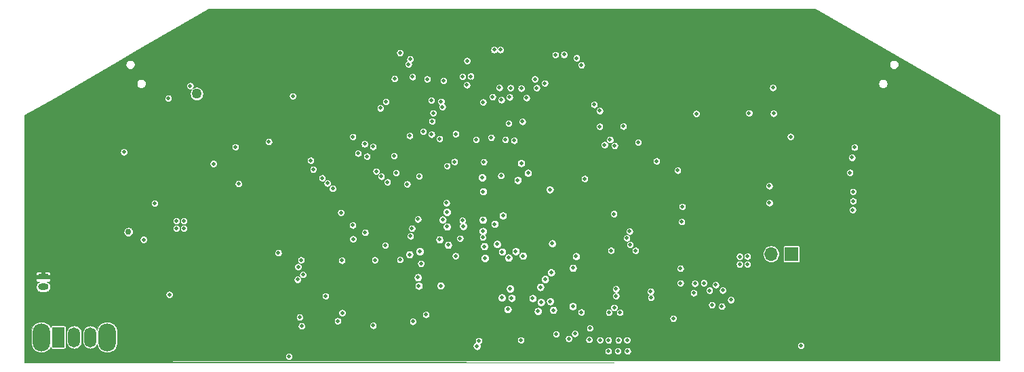
<source format=gbr>
G04 #@! TF.GenerationSoftware,KiCad,Pcbnew,5.1.3-ffb9f22~84~ubuntu18.10.1*
G04 #@! TF.CreationDate,2019-11-16T15:14:42-06:00*
G04 #@! TF.ProjectId,BurnedHead,4275726e-6564-4486-9561-642e6b696361,rev?*
G04 #@! TF.SameCoordinates,Original*
G04 #@! TF.FileFunction,Copper,L2,Inr*
G04 #@! TF.FilePolarity,Positive*
%FSLAX46Y46*%
G04 Gerber Fmt 4.6, Leading zero omitted, Abs format (unit mm)*
G04 Created by KiCad (PCBNEW 5.1.3-ffb9f22~84~ubuntu18.10.1) date 2019-11-16 15:14:42*
%MOMM*%
%LPD*%
G04 APERTURE LIST*
%ADD10O,1.700000X1.700000*%
%ADD11R,1.700000X1.700000*%
%ADD12R,1.300000X0.800000*%
%ADD13O,1.300000X0.800000*%
%ADD14O,2.200000X3.500000*%
%ADD15O,1.500000X2.500000*%
%ADD16R,1.500000X2.500000*%
%ADD17C,0.508000*%
%ADD18C,1.270000*%
%ADD19C,0.762000*%
%ADD20C,0.076200*%
G04 APERTURE END LIST*
D10*
X247604280Y-168516300D03*
D11*
X250144280Y-168516300D03*
D12*
X156721000Y-171382000D03*
D13*
X156721000Y-172632000D03*
D14*
X164695060Y-178917600D03*
X156495060Y-178917600D03*
D15*
X162595060Y-178917600D03*
X160595060Y-178917600D03*
D16*
X158595060Y-178917600D03*
D17*
X207398731Y-156908231D03*
X202981560Y-144683480D03*
X195000880Y-154551380D03*
X195994020Y-156618940D03*
X197317360Y-155491180D03*
X203024740Y-168140380D03*
X203039980Y-172046900D03*
X225554540Y-179275740D03*
X228071680Y-175882300D03*
X207291940Y-164416740D03*
X258168140Y-161330640D03*
X192877440Y-159613600D03*
X198795640Y-149636480D03*
X210327240Y-144299940D03*
X208602580Y-152750520D03*
X205554580Y-154152600D03*
X210141820Y-146987260D03*
X212090000Y-149037040D03*
X214266780Y-148602700D03*
X216631520Y-148480780D03*
X224109280Y-144231360D03*
X228297740Y-168142920D03*
X240903760Y-173047660D03*
X238617760Y-172643800D03*
X216565480Y-159702500D03*
X216578180Y-157871160D03*
X222821500Y-174269400D03*
X212625940Y-167439340D03*
X211937600Y-168341040D03*
X206913480Y-166573200D03*
X213052660Y-164071300D03*
X215905080Y-168973500D03*
X214114380Y-168968420D03*
X219758260Y-175214280D03*
X214358748Y-173148604D03*
X214960200Y-174734220D03*
X220121480Y-171670980D03*
X252910000Y-170910000D03*
X245050000Y-161790000D03*
X262240000Y-145990000D03*
X168250000Y-146060000D03*
X206350000Y-169910000D03*
X232130000Y-143870000D03*
X239110000Y-143940000D03*
X243670000Y-143940000D03*
X173500000Y-152640000D03*
X176690000Y-168890000D03*
X259160000Y-153410000D03*
X186215000Y-159355000D03*
X228664560Y-163351800D03*
X225089093Y-172861728D03*
X229190000Y-174460000D03*
X218050000Y-178480000D03*
X234950000Y-169793920D03*
X233189780Y-165150800D03*
X192633600Y-180423820D03*
X255333490Y-158771564D03*
X262550000Y-164830750D03*
X227035360Y-144482820D03*
X187612020Y-146964400D03*
X222915946Y-169539706D03*
X211625531Y-164970451D03*
X211617550Y-159810000D03*
X222882460Y-165440360D03*
X208812189Y-165867080D03*
X202878721Y-176301390D03*
X205752700Y-178013360D03*
X212818980Y-178592480D03*
X252712220Y-147985480D03*
X263479280Y-154378660D03*
X273829780Y-154360880D03*
X274271740Y-165757860D03*
X272600420Y-172034200D03*
X272605500Y-179920900D03*
X227590916Y-164935941D03*
X220365320Y-166491920D03*
X220388180Y-162455860D03*
X220132039Y-156892379D03*
X220425252Y-157957894D03*
X203753720Y-158150560D03*
X203019660Y-157215840D03*
X203808990Y-164778051D03*
X167833040Y-164330380D03*
X166811960Y-164899340D03*
X171739560Y-168335960D03*
X170911520Y-169466260D03*
X163593780Y-174736760D03*
D18*
X158186120Y-171396660D03*
D17*
X156448760Y-167286940D03*
X157464760Y-167286940D03*
X157515560Y-155501340D03*
X183682640Y-149969220D03*
X183700420Y-146141440D03*
X184200800Y-145039080D03*
X205229460Y-176093120D03*
X232521760Y-177004980D03*
X234848400Y-177116740D03*
X236628940Y-158280100D03*
X224010756Y-178198770D03*
X221429690Y-178396900D03*
X210149440Y-180096160D03*
X212175392Y-154546193D03*
X205760320Y-149913340D03*
X203738480Y-146585940D03*
X207347820Y-146692620D03*
X199900540Y-146636740D03*
X204320140Y-152448260D03*
X191129920Y-158407100D03*
X193447388Y-176148012D03*
X189372240Y-176725580D03*
X192641220Y-173944280D03*
X258175760Y-155846780D03*
X258000500Y-157789880D03*
X258251960Y-163573460D03*
D18*
X160490280Y-159253992D03*
D17*
X162206940Y-157602990D03*
X241848640Y-174536100D03*
X248737120Y-176629060D03*
X251206000Y-177078640D03*
X244822980Y-171422060D03*
X212382100Y-175717200D03*
X217088752Y-154533831D03*
X216601040Y-153616660D03*
X223113600Y-159115760D03*
X228168200Y-158699200D03*
X206354680Y-171742100D03*
X201803000Y-166263320D03*
X197937120Y-165300670D03*
X199405240Y-160164780D03*
X162943540Y-167205660D03*
X195458080Y-143344900D03*
D19*
X167354000Y-165766000D03*
D18*
X175884840Y-148496020D03*
D17*
X228234240Y-172902880D03*
X228241860Y-173766480D03*
X208770220Y-166578280D03*
X208196180Y-168762680D03*
X177975260Y-157243780D03*
X181114700Y-159750760D03*
X201269600Y-169240200D03*
X247373140Y-160022540D03*
X247385840Y-162138360D03*
X227300000Y-179290000D03*
X213880000Y-158740000D03*
X200515220Y-156270960D03*
X202476100Y-153756360D03*
X174541180Y-157180280D03*
X238257080Y-150995380D03*
X241752120Y-151030940D03*
X244845840Y-150921720D03*
X247904000Y-150957280D03*
X229148640Y-152575260D03*
X231000300Y-154579320D03*
X233304080Y-156913580D03*
X184896760Y-154492960D03*
X236517180Y-162605720D03*
X236443520Y-164500560D03*
X236286040Y-172166280D03*
X243672360Y-168843960D03*
X244645180Y-168831260D03*
X243669820Y-169814240D03*
X244635020Y-169814240D03*
X236286040Y-170334940D03*
X198140320Y-169275760D03*
X197921880Y-177467260D03*
X173355000Y-165318440D03*
X173344840Y-164391340D03*
X174292260Y-164391340D03*
X174292260Y-165328600D03*
X195374260Y-164927280D03*
X195404740Y-166657020D03*
X232572560Y-173210220D03*
X209059780Y-164332920D03*
X202877420Y-176961800D03*
X196923660Y-165849300D03*
X203520791Y-164183841D03*
X216367360Y-179283360D03*
X211112100Y-179367180D03*
X232597960Y-173974760D03*
X227289360Y-180667660D03*
X228475540Y-180654960D03*
X229676960Y-180654960D03*
X228533960Y-179285900D03*
X229613460Y-179280820D03*
X223895920Y-175803560D03*
X224320100Y-159115760D03*
X203883390Y-169719587D03*
X203648568Y-158802547D03*
X251328100Y-179963900D03*
X187396120Y-181322980D03*
X172478700Y-173596300D03*
X188480700Y-171719240D03*
X258019011Y-155205240D03*
X257790000Y-163010000D03*
X213928960Y-149278340D03*
X257840000Y-161910000D03*
X257830000Y-160740000D03*
X217065860Y-149011640D03*
X257440000Y-158360000D03*
X216408000Y-147835620D03*
X257698283Y-156480000D03*
X227977700Y-163509960D03*
X250029980Y-153875740D03*
X226232720Y-179280820D03*
X204511954Y-176102992D03*
X224883980Y-179230020D03*
X242575080Y-174256700D03*
X235376720Y-176580800D03*
X227350320Y-175831500D03*
X241447320Y-175074580D03*
X240200927Y-174888413D03*
X169260520Y-166725600D03*
X170639740Y-162196780D03*
X186085480Y-168386760D03*
X187880000Y-148800000D03*
X237939636Y-173399199D03*
X228004259Y-175225339D03*
X218694000Y-147208240D03*
X201134980Y-142600680D03*
X220649800Y-145158460D03*
X206598520Y-142529560D03*
X214863680Y-143151860D03*
X221472760Y-152900380D03*
X215046560Y-153890980D03*
X211833460Y-153896060D03*
X217416888Y-175952876D03*
X190644780Y-157271720D03*
X218483180Y-173758860D03*
X213787771Y-143014647D03*
X213019640Y-143014647D03*
X215061800Y-147764500D03*
X213680040Y-147741640D03*
X225508820Y-149865080D03*
X226212400Y-150637240D03*
X226199700Y-152598120D03*
X216550240Y-151980900D03*
X214835740Y-152217120D03*
X212656420Y-153979880D03*
X211726780Y-157030420D03*
X207073500Y-162151060D03*
X211604531Y-166436471D03*
X199430640Y-167446960D03*
X207147033Y-157518798D03*
X214957660Y-148925280D03*
X208066640Y-156994860D03*
X220675691Y-143639527D03*
X228730954Y-175843546D03*
X201254360Y-143393160D03*
X221742000Y-143609060D03*
X238081820Y-172214540D03*
X202163680Y-159787300D03*
X198936277Y-158843332D03*
X172349287Y-149082141D03*
X166791640Y-155790900D03*
X200586340Y-146624040D03*
X212829140Y-148897340D03*
X205191360Y-149326600D03*
X215514841Y-154356659D03*
X196034660Y-155956000D03*
X195382511Y-153882511D03*
X239913149Y-173076069D03*
X223319340Y-144038320D03*
X224979572Y-177789853D03*
X202537060Y-144172940D03*
X219354301Y-147196170D03*
X202333634Y-144811291D03*
X202828533Y-146397209D03*
X218110000Y-146670000D03*
X241563890Y-173066980D03*
X222333477Y-179109732D03*
X211642960Y-149547580D03*
X204670660Y-146664680D03*
X206410781Y-149483111D03*
X214426800Y-154246580D03*
X191553912Y-159033052D03*
X193489580Y-176890680D03*
X192200499Y-159679639D03*
X194051914Y-175882132D03*
X206707310Y-146869514D03*
X210772071Y-154231208D03*
X206560420Y-150141940D03*
X208229723Y-153518776D03*
X223915922Y-144921463D03*
X220769180Y-178539140D03*
X209645965Y-144391380D03*
X239201960Y-172145960D03*
X209077560Y-146372580D03*
X204175360Y-153217880D03*
X205219566Y-153583470D03*
X209610960Y-147403820D03*
X210101180Y-146324320D03*
X206214742Y-154134453D03*
X202575160Y-166288720D03*
X196850000Y-154782520D03*
X199697340Y-159547560D03*
X197901560Y-155115260D03*
X240682618Y-172387275D03*
X223103697Y-178473464D03*
X197149686Y-156329340D03*
X202750420Y-165328600D03*
X235938060Y-158071820D03*
X227619560Y-168087040D03*
X215016080Y-172862240D03*
X213987380Y-173984920D03*
X215204040Y-174025560D03*
X214722845Y-175438331D03*
X223258380Y-168826180D03*
X222839280Y-175066960D03*
X220017867Y-174450123D03*
X220407790Y-175538500D03*
X222864670Y-170279060D03*
X218489733Y-175669219D03*
X218873062Y-174555688D03*
X217835321Y-174062830D03*
X218798140Y-172666660D03*
X219389960Y-171686220D03*
X210875980Y-180038053D03*
X220149420Y-170840400D03*
X214122000Y-163733480D03*
X213098365Y-164781042D03*
X211620100Y-164259260D03*
X211625010Y-165681662D03*
X216621360Y-168765220D03*
X215719660Y-168198800D03*
X214827944Y-168996560D03*
X214020400Y-168262300D03*
X213393020Y-167297100D03*
X215968580Y-159308800D03*
X206347060Y-172491400D03*
X207140602Y-165111663D03*
X206600175Y-164251562D03*
X217248740Y-158407100D03*
X203614020Y-172509180D03*
X216402151Y-157182076D03*
X207124300Y-163286428D03*
X203504800Y-171452540D03*
X202458320Y-168589960D03*
X203742335Y-168207578D03*
X211877810Y-169049734D03*
X207281780Y-167393620D03*
X206217330Y-166718795D03*
X211795360Y-167573960D03*
X211528660Y-158973520D03*
X211650580Y-160721040D03*
X209167788Y-165053270D03*
X219974160Y-160479740D03*
X220273880Y-167210740D03*
X198815528Y-150296593D03*
X190431496Y-157959738D03*
X188983620Y-177528220D03*
X218341577Y-147769297D03*
X205275180Y-151930100D03*
X199506985Y-149485398D03*
X188742309Y-176421529D03*
X190113920Y-156832300D03*
X200776840Y-158374080D03*
X191978280Y-173779180D03*
X192865360Y-160344500D03*
X198289697Y-158196752D03*
X205409800Y-150916640D03*
X175072040Y-147523200D03*
X180726080Y-155153360D03*
X193895980Y-163360100D03*
X194010445Y-169334170D03*
X189155598Y-171102262D03*
X188549280Y-170131740D03*
X188914360Y-169278311D03*
X226814380Y-154879040D03*
X227490020Y-154246580D03*
X229927163Y-165696628D03*
X230670100Y-168089580D03*
X229580280Y-166542690D03*
X230002080Y-167373300D03*
X247817640Y-147739100D03*
X228077156Y-154991623D03*
D20*
G36*
X276111901Y-151195346D02*
G01*
X276111900Y-181825900D01*
X154686000Y-181825900D01*
X154678684Y-181826609D01*
X154671530Y-181828755D01*
X154664932Y-181832255D01*
X154659144Y-181836975D01*
X154654388Y-181842734D01*
X154650846Y-181849309D01*
X154648656Y-181856450D01*
X154647900Y-181863881D01*
X154648609Y-181871316D01*
X154650755Y-181878470D01*
X154654255Y-181885068D01*
X154658975Y-181890856D01*
X154664734Y-181895612D01*
X154671309Y-181899154D01*
X154678450Y-181901344D01*
X154685881Y-181902100D01*
X227992081Y-182131900D01*
X154418100Y-182131900D01*
X154418100Y-181279201D01*
X186951620Y-181279201D01*
X186951620Y-181366759D01*
X186968702Y-181452636D01*
X187002209Y-181533530D01*
X187050854Y-181606332D01*
X187112768Y-181668246D01*
X187185570Y-181716891D01*
X187266464Y-181750398D01*
X187352341Y-181767480D01*
X187439899Y-181767480D01*
X187525776Y-181750398D01*
X187606670Y-181716891D01*
X187679472Y-181668246D01*
X187741386Y-181606332D01*
X187790031Y-181533530D01*
X187823538Y-181452636D01*
X187840620Y-181366759D01*
X187840620Y-181279201D01*
X187823538Y-181193324D01*
X187790031Y-181112430D01*
X187741386Y-181039628D01*
X187679472Y-180977714D01*
X187606670Y-180929069D01*
X187525776Y-180895562D01*
X187439899Y-180878480D01*
X187352341Y-180878480D01*
X187266464Y-180895562D01*
X187185570Y-180929069D01*
X187112768Y-180977714D01*
X187050854Y-181039628D01*
X187002209Y-181112430D01*
X186968702Y-181193324D01*
X186951620Y-181279201D01*
X154418100Y-181279201D01*
X154418100Y-178204206D01*
X155204560Y-178204206D01*
X155204560Y-179630995D01*
X155223233Y-179820582D01*
X155297025Y-180063842D01*
X155416858Y-180288032D01*
X155578125Y-180484536D01*
X155774629Y-180645803D01*
X155998819Y-180765635D01*
X156242079Y-180839427D01*
X156495060Y-180864344D01*
X156748042Y-180839427D01*
X156991302Y-180765635D01*
X157215492Y-180645803D01*
X157411996Y-180484536D01*
X157573263Y-180288032D01*
X157653639Y-180137659D01*
X157653639Y-180167600D01*
X157657317Y-180204944D01*
X157668210Y-180240854D01*
X157685899Y-180273948D01*
X157709705Y-180302955D01*
X157738712Y-180326761D01*
X157771806Y-180344450D01*
X157807716Y-180355343D01*
X157845060Y-180359021D01*
X159345060Y-180359021D01*
X159382404Y-180355343D01*
X159418314Y-180344450D01*
X159451408Y-180326761D01*
X159480415Y-180302955D01*
X159504221Y-180273948D01*
X159521910Y-180240854D01*
X159532803Y-180204944D01*
X159536481Y-180167600D01*
X159536481Y-178371404D01*
X159654560Y-178371404D01*
X159654561Y-179463797D01*
X159668170Y-179601970D01*
X159721949Y-179779255D01*
X159809281Y-179942642D01*
X159926810Y-180085851D01*
X160070019Y-180203380D01*
X160233406Y-180290712D01*
X160410691Y-180344491D01*
X160595060Y-180362650D01*
X160779430Y-180344491D01*
X160956715Y-180290712D01*
X161120102Y-180203380D01*
X161263311Y-180085851D01*
X161380840Y-179942642D01*
X161468172Y-179779255D01*
X161521951Y-179601970D01*
X161535560Y-179463797D01*
X161535560Y-178371404D01*
X161654560Y-178371404D01*
X161654561Y-179463797D01*
X161668170Y-179601970D01*
X161721949Y-179779255D01*
X161809281Y-179942642D01*
X161926810Y-180085851D01*
X162070019Y-180203380D01*
X162233406Y-180290712D01*
X162410691Y-180344491D01*
X162595060Y-180362650D01*
X162779430Y-180344491D01*
X162956715Y-180290712D01*
X163120102Y-180203380D01*
X163263311Y-180085851D01*
X163380840Y-179942642D01*
X163431506Y-179847853D01*
X163497025Y-180063842D01*
X163616858Y-180288032D01*
X163778125Y-180484536D01*
X163974629Y-180645803D01*
X164198819Y-180765635D01*
X164442079Y-180839427D01*
X164695060Y-180864344D01*
X164948042Y-180839427D01*
X165191302Y-180765635D01*
X165415492Y-180645803D01*
X165442203Y-180623881D01*
X226844860Y-180623881D01*
X226844860Y-180711439D01*
X226861942Y-180797316D01*
X226895449Y-180878210D01*
X226944094Y-180951012D01*
X227006008Y-181012926D01*
X227078810Y-181061571D01*
X227159704Y-181095078D01*
X227245581Y-181112160D01*
X227333139Y-181112160D01*
X227419016Y-181095078D01*
X227499910Y-181061571D01*
X227572712Y-181012926D01*
X227634626Y-180951012D01*
X227683271Y-180878210D01*
X227716778Y-180797316D01*
X227733860Y-180711439D01*
X227733860Y-180623881D01*
X227731334Y-180611181D01*
X228031040Y-180611181D01*
X228031040Y-180698739D01*
X228048122Y-180784616D01*
X228081629Y-180865510D01*
X228130274Y-180938312D01*
X228192188Y-181000226D01*
X228264990Y-181048871D01*
X228345884Y-181082378D01*
X228431761Y-181099460D01*
X228519319Y-181099460D01*
X228605196Y-181082378D01*
X228686090Y-181048871D01*
X228758892Y-181000226D01*
X228820806Y-180938312D01*
X228869451Y-180865510D01*
X228902958Y-180784616D01*
X228920040Y-180698739D01*
X228920040Y-180611181D01*
X229232460Y-180611181D01*
X229232460Y-180698739D01*
X229249542Y-180784616D01*
X229283049Y-180865510D01*
X229331694Y-180938312D01*
X229393608Y-181000226D01*
X229466410Y-181048871D01*
X229547304Y-181082378D01*
X229633181Y-181099460D01*
X229720739Y-181099460D01*
X229806616Y-181082378D01*
X229887510Y-181048871D01*
X229960312Y-181000226D01*
X230022226Y-180938312D01*
X230070871Y-180865510D01*
X230104378Y-180784616D01*
X230121460Y-180698739D01*
X230121460Y-180611181D01*
X230104378Y-180525304D01*
X230070871Y-180444410D01*
X230022226Y-180371608D01*
X229960312Y-180309694D01*
X229887510Y-180261049D01*
X229806616Y-180227542D01*
X229720739Y-180210460D01*
X229633181Y-180210460D01*
X229547304Y-180227542D01*
X229466410Y-180261049D01*
X229393608Y-180309694D01*
X229331694Y-180371608D01*
X229283049Y-180444410D01*
X229249542Y-180525304D01*
X229232460Y-180611181D01*
X228920040Y-180611181D01*
X228902958Y-180525304D01*
X228869451Y-180444410D01*
X228820806Y-180371608D01*
X228758892Y-180309694D01*
X228686090Y-180261049D01*
X228605196Y-180227542D01*
X228519319Y-180210460D01*
X228431761Y-180210460D01*
X228345884Y-180227542D01*
X228264990Y-180261049D01*
X228192188Y-180309694D01*
X228130274Y-180371608D01*
X228081629Y-180444410D01*
X228048122Y-180525304D01*
X228031040Y-180611181D01*
X227731334Y-180611181D01*
X227716778Y-180538004D01*
X227683271Y-180457110D01*
X227634626Y-180384308D01*
X227572712Y-180322394D01*
X227499910Y-180273749D01*
X227419016Y-180240242D01*
X227333139Y-180223160D01*
X227245581Y-180223160D01*
X227159704Y-180240242D01*
X227078810Y-180273749D01*
X227006008Y-180322394D01*
X226944094Y-180384308D01*
X226895449Y-180457110D01*
X226861942Y-180538004D01*
X226844860Y-180623881D01*
X165442203Y-180623881D01*
X165611996Y-180484536D01*
X165773263Y-180288032D01*
X165893095Y-180063842D01*
X165915716Y-179989270D01*
X210380680Y-179989270D01*
X210380680Y-180086836D01*
X210399714Y-180182527D01*
X210437050Y-180272666D01*
X210491255Y-180353789D01*
X210560244Y-180422778D01*
X210641367Y-180476983D01*
X210731506Y-180514319D01*
X210827197Y-180533353D01*
X210924763Y-180533353D01*
X211020454Y-180514319D01*
X211110593Y-180476983D01*
X211191716Y-180422778D01*
X211260705Y-180353789D01*
X211314910Y-180272666D01*
X211352246Y-180182527D01*
X211371280Y-180086836D01*
X211371280Y-179989270D01*
X211357526Y-179920121D01*
X250883600Y-179920121D01*
X250883600Y-180007679D01*
X250900682Y-180093556D01*
X250934189Y-180174450D01*
X250982834Y-180247252D01*
X251044748Y-180309166D01*
X251117550Y-180357811D01*
X251198444Y-180391318D01*
X251284321Y-180408400D01*
X251371879Y-180408400D01*
X251457756Y-180391318D01*
X251538650Y-180357811D01*
X251611452Y-180309166D01*
X251673366Y-180247252D01*
X251722011Y-180174450D01*
X251755518Y-180093556D01*
X251772600Y-180007679D01*
X251772600Y-179920121D01*
X251755518Y-179834244D01*
X251722011Y-179753350D01*
X251673366Y-179680548D01*
X251611452Y-179618634D01*
X251538650Y-179569989D01*
X251457756Y-179536482D01*
X251371879Y-179519400D01*
X251284321Y-179519400D01*
X251198444Y-179536482D01*
X251117550Y-179569989D01*
X251044748Y-179618634D01*
X250982834Y-179680548D01*
X250934189Y-179753350D01*
X250900682Y-179834244D01*
X250883600Y-179920121D01*
X211357526Y-179920121D01*
X211352246Y-179893579D01*
X211314910Y-179803440D01*
X211294425Y-179772782D01*
X211322650Y-179761091D01*
X211395452Y-179712446D01*
X211457366Y-179650532D01*
X211506011Y-179577730D01*
X211539518Y-179496836D01*
X211556600Y-179410959D01*
X211556600Y-179323401D01*
X211539928Y-179239581D01*
X215922860Y-179239581D01*
X215922860Y-179327139D01*
X215939942Y-179413016D01*
X215973449Y-179493910D01*
X216022094Y-179566712D01*
X216084008Y-179628626D01*
X216156810Y-179677271D01*
X216237704Y-179710778D01*
X216323581Y-179727860D01*
X216411139Y-179727860D01*
X216497016Y-179710778D01*
X216577910Y-179677271D01*
X216650712Y-179628626D01*
X216712626Y-179566712D01*
X216761271Y-179493910D01*
X216794778Y-179413016D01*
X216811860Y-179327139D01*
X216811860Y-179239581D01*
X216794778Y-179153704D01*
X216761271Y-179072810D01*
X216756690Y-179065953D01*
X221888977Y-179065953D01*
X221888977Y-179153511D01*
X221906059Y-179239388D01*
X221939566Y-179320282D01*
X221988211Y-179393084D01*
X222050125Y-179454998D01*
X222122927Y-179503643D01*
X222203821Y-179537150D01*
X222289698Y-179554232D01*
X222377256Y-179554232D01*
X222463133Y-179537150D01*
X222544027Y-179503643D01*
X222616829Y-179454998D01*
X222678743Y-179393084D01*
X222727388Y-179320282D01*
X222760895Y-179239388D01*
X222771466Y-179186241D01*
X224439480Y-179186241D01*
X224439480Y-179273799D01*
X224456562Y-179359676D01*
X224490069Y-179440570D01*
X224538714Y-179513372D01*
X224600628Y-179575286D01*
X224673430Y-179623931D01*
X224754324Y-179657438D01*
X224840201Y-179674520D01*
X224927759Y-179674520D01*
X225013636Y-179657438D01*
X225094530Y-179623931D01*
X225167332Y-179575286D01*
X225229246Y-179513372D01*
X225277891Y-179440570D01*
X225311398Y-179359676D01*
X225328480Y-179273799D01*
X225328480Y-179237041D01*
X225788220Y-179237041D01*
X225788220Y-179324599D01*
X225805302Y-179410476D01*
X225838809Y-179491370D01*
X225887454Y-179564172D01*
X225949368Y-179626086D01*
X226022170Y-179674731D01*
X226103064Y-179708238D01*
X226188941Y-179725320D01*
X226276499Y-179725320D01*
X226362376Y-179708238D01*
X226443270Y-179674731D01*
X226516072Y-179626086D01*
X226577986Y-179564172D01*
X226626631Y-179491370D01*
X226660138Y-179410476D01*
X226677220Y-179324599D01*
X226677220Y-179246221D01*
X226855500Y-179246221D01*
X226855500Y-179333779D01*
X226872582Y-179419656D01*
X226906089Y-179500550D01*
X226954734Y-179573352D01*
X227016648Y-179635266D01*
X227089450Y-179683911D01*
X227170344Y-179717418D01*
X227256221Y-179734500D01*
X227343779Y-179734500D01*
X227429656Y-179717418D01*
X227510550Y-179683911D01*
X227583352Y-179635266D01*
X227645266Y-179573352D01*
X227693911Y-179500550D01*
X227727418Y-179419656D01*
X227744500Y-179333779D01*
X227744500Y-179246221D01*
X227743685Y-179242121D01*
X228089460Y-179242121D01*
X228089460Y-179329679D01*
X228106542Y-179415556D01*
X228140049Y-179496450D01*
X228188694Y-179569252D01*
X228250608Y-179631166D01*
X228323410Y-179679811D01*
X228404304Y-179713318D01*
X228490181Y-179730400D01*
X228577739Y-179730400D01*
X228663616Y-179713318D01*
X228744510Y-179679811D01*
X228817312Y-179631166D01*
X228879226Y-179569252D01*
X228927871Y-179496450D01*
X228961378Y-179415556D01*
X228978460Y-179329679D01*
X228978460Y-179242121D01*
X228977450Y-179237041D01*
X229168960Y-179237041D01*
X229168960Y-179324599D01*
X229186042Y-179410476D01*
X229219549Y-179491370D01*
X229268194Y-179564172D01*
X229330108Y-179626086D01*
X229402910Y-179674731D01*
X229483804Y-179708238D01*
X229569681Y-179725320D01*
X229657239Y-179725320D01*
X229743116Y-179708238D01*
X229824010Y-179674731D01*
X229896812Y-179626086D01*
X229958726Y-179564172D01*
X230007371Y-179491370D01*
X230040878Y-179410476D01*
X230057960Y-179324599D01*
X230057960Y-179237041D01*
X230040878Y-179151164D01*
X230007371Y-179070270D01*
X229958726Y-178997468D01*
X229896812Y-178935554D01*
X229824010Y-178886909D01*
X229743116Y-178853402D01*
X229657239Y-178836320D01*
X229569681Y-178836320D01*
X229483804Y-178853402D01*
X229402910Y-178886909D01*
X229330108Y-178935554D01*
X229268194Y-178997468D01*
X229219549Y-179070270D01*
X229186042Y-179151164D01*
X229168960Y-179237041D01*
X228977450Y-179237041D01*
X228961378Y-179156244D01*
X228927871Y-179075350D01*
X228879226Y-179002548D01*
X228817312Y-178940634D01*
X228744510Y-178891989D01*
X228663616Y-178858482D01*
X228577739Y-178841400D01*
X228490181Y-178841400D01*
X228404304Y-178858482D01*
X228323410Y-178891989D01*
X228250608Y-178940634D01*
X228188694Y-179002548D01*
X228140049Y-179075350D01*
X228106542Y-179156244D01*
X228089460Y-179242121D01*
X227743685Y-179242121D01*
X227727418Y-179160344D01*
X227693911Y-179079450D01*
X227645266Y-179006648D01*
X227583352Y-178944734D01*
X227510550Y-178896089D01*
X227429656Y-178862582D01*
X227343779Y-178845500D01*
X227256221Y-178845500D01*
X227170344Y-178862582D01*
X227089450Y-178896089D01*
X227016648Y-178944734D01*
X226954734Y-179006648D01*
X226906089Y-179079450D01*
X226872582Y-179160344D01*
X226855500Y-179246221D01*
X226677220Y-179246221D01*
X226677220Y-179237041D01*
X226660138Y-179151164D01*
X226626631Y-179070270D01*
X226577986Y-178997468D01*
X226516072Y-178935554D01*
X226443270Y-178886909D01*
X226362376Y-178853402D01*
X226276499Y-178836320D01*
X226188941Y-178836320D01*
X226103064Y-178853402D01*
X226022170Y-178886909D01*
X225949368Y-178935554D01*
X225887454Y-178997468D01*
X225838809Y-179070270D01*
X225805302Y-179151164D01*
X225788220Y-179237041D01*
X225328480Y-179237041D01*
X225328480Y-179186241D01*
X225311398Y-179100364D01*
X225277891Y-179019470D01*
X225229246Y-178946668D01*
X225167332Y-178884754D01*
X225094530Y-178836109D01*
X225013636Y-178802602D01*
X224927759Y-178785520D01*
X224840201Y-178785520D01*
X224754324Y-178802602D01*
X224673430Y-178836109D01*
X224600628Y-178884754D01*
X224538714Y-178946668D01*
X224490069Y-179019470D01*
X224456562Y-179100364D01*
X224439480Y-179186241D01*
X222771466Y-179186241D01*
X222777977Y-179153511D01*
X222777977Y-179065953D01*
X222760895Y-178980076D01*
X222727388Y-178899182D01*
X222678743Y-178826380D01*
X222616829Y-178764466D01*
X222544027Y-178715821D01*
X222463133Y-178682314D01*
X222377256Y-178665232D01*
X222289698Y-178665232D01*
X222203821Y-178682314D01*
X222122927Y-178715821D01*
X222050125Y-178764466D01*
X221988211Y-178826380D01*
X221939566Y-178899182D01*
X221906059Y-178980076D01*
X221888977Y-179065953D01*
X216756690Y-179065953D01*
X216712626Y-179000008D01*
X216650712Y-178938094D01*
X216577910Y-178889449D01*
X216497016Y-178855942D01*
X216411139Y-178838860D01*
X216323581Y-178838860D01*
X216237704Y-178855942D01*
X216156810Y-178889449D01*
X216084008Y-178938094D01*
X216022094Y-179000008D01*
X215973449Y-179072810D01*
X215939942Y-179153704D01*
X215922860Y-179239581D01*
X211539928Y-179239581D01*
X211539518Y-179237524D01*
X211506011Y-179156630D01*
X211457366Y-179083828D01*
X211395452Y-179021914D01*
X211322650Y-178973269D01*
X211241756Y-178939762D01*
X211155879Y-178922680D01*
X211068321Y-178922680D01*
X210982444Y-178939762D01*
X210901550Y-178973269D01*
X210828748Y-179021914D01*
X210766834Y-179083828D01*
X210718189Y-179156630D01*
X210684682Y-179237524D01*
X210667600Y-179323401D01*
X210667600Y-179410959D01*
X210684682Y-179496836D01*
X210714503Y-179568830D01*
X210641367Y-179599123D01*
X210560244Y-179653328D01*
X210491255Y-179722317D01*
X210437050Y-179803440D01*
X210399714Y-179893579D01*
X210380680Y-179989270D01*
X165915716Y-179989270D01*
X165966887Y-179820582D01*
X165985560Y-179630995D01*
X165985560Y-178495361D01*
X220324680Y-178495361D01*
X220324680Y-178582919D01*
X220341762Y-178668796D01*
X220375269Y-178749690D01*
X220423914Y-178822492D01*
X220485828Y-178884406D01*
X220558630Y-178933051D01*
X220639524Y-178966558D01*
X220725401Y-178983640D01*
X220812959Y-178983640D01*
X220898836Y-178966558D01*
X220979730Y-178933051D01*
X221052532Y-178884406D01*
X221114446Y-178822492D01*
X221163091Y-178749690D01*
X221196598Y-178668796D01*
X221213680Y-178582919D01*
X221213680Y-178495361D01*
X221200617Y-178429685D01*
X222659197Y-178429685D01*
X222659197Y-178517243D01*
X222676279Y-178603120D01*
X222709786Y-178684014D01*
X222758431Y-178756816D01*
X222820345Y-178818730D01*
X222893147Y-178867375D01*
X222974041Y-178900882D01*
X223059918Y-178917964D01*
X223147476Y-178917964D01*
X223233353Y-178900882D01*
X223314247Y-178867375D01*
X223387049Y-178818730D01*
X223448963Y-178756816D01*
X223497608Y-178684014D01*
X223531115Y-178603120D01*
X223548197Y-178517243D01*
X223548197Y-178429685D01*
X223531115Y-178343808D01*
X223497608Y-178262914D01*
X223448963Y-178190112D01*
X223387049Y-178128198D01*
X223314247Y-178079553D01*
X223233353Y-178046046D01*
X223147476Y-178028964D01*
X223059918Y-178028964D01*
X222974041Y-178046046D01*
X222893147Y-178079553D01*
X222820345Y-178128198D01*
X222758431Y-178190112D01*
X222709786Y-178262914D01*
X222676279Y-178343808D01*
X222659197Y-178429685D01*
X221200617Y-178429685D01*
X221196598Y-178409484D01*
X221163091Y-178328590D01*
X221114446Y-178255788D01*
X221052532Y-178193874D01*
X220979730Y-178145229D01*
X220898836Y-178111722D01*
X220812959Y-178094640D01*
X220725401Y-178094640D01*
X220639524Y-178111722D01*
X220558630Y-178145229D01*
X220485828Y-178193874D01*
X220423914Y-178255788D01*
X220375269Y-178328590D01*
X220341762Y-178409484D01*
X220324680Y-178495361D01*
X165985560Y-178495361D01*
X165985560Y-178204205D01*
X165966887Y-178014618D01*
X165893095Y-177771358D01*
X165773263Y-177547168D01*
X165721785Y-177484441D01*
X188539120Y-177484441D01*
X188539120Y-177571999D01*
X188556202Y-177657876D01*
X188589709Y-177738770D01*
X188638354Y-177811572D01*
X188700268Y-177873486D01*
X188773070Y-177922131D01*
X188853964Y-177955638D01*
X188939841Y-177972720D01*
X189027399Y-177972720D01*
X189113276Y-177955638D01*
X189194170Y-177922131D01*
X189266972Y-177873486D01*
X189328886Y-177811572D01*
X189377531Y-177738770D01*
X189411038Y-177657876D01*
X189428120Y-177571999D01*
X189428120Y-177484441D01*
X189415995Y-177423481D01*
X197477380Y-177423481D01*
X197477380Y-177511039D01*
X197494462Y-177596916D01*
X197527969Y-177677810D01*
X197576614Y-177750612D01*
X197638528Y-177812526D01*
X197711330Y-177861171D01*
X197792224Y-177894678D01*
X197878101Y-177911760D01*
X197965659Y-177911760D01*
X198051536Y-177894678D01*
X198132430Y-177861171D01*
X198205232Y-177812526D01*
X198267146Y-177750612D01*
X198270178Y-177746074D01*
X224535072Y-177746074D01*
X224535072Y-177833632D01*
X224552154Y-177919509D01*
X224585661Y-178000403D01*
X224634306Y-178073205D01*
X224696220Y-178135119D01*
X224769022Y-178183764D01*
X224849916Y-178217271D01*
X224935793Y-178234353D01*
X225023351Y-178234353D01*
X225109228Y-178217271D01*
X225190122Y-178183764D01*
X225262924Y-178135119D01*
X225324838Y-178073205D01*
X225373483Y-178000403D01*
X225406990Y-177919509D01*
X225424072Y-177833632D01*
X225424072Y-177746074D01*
X225406990Y-177660197D01*
X225373483Y-177579303D01*
X225324838Y-177506501D01*
X225262924Y-177444587D01*
X225190122Y-177395942D01*
X225109228Y-177362435D01*
X225023351Y-177345353D01*
X224935793Y-177345353D01*
X224849916Y-177362435D01*
X224769022Y-177395942D01*
X224696220Y-177444587D01*
X224634306Y-177506501D01*
X224585661Y-177579303D01*
X224552154Y-177660197D01*
X224535072Y-177746074D01*
X198270178Y-177746074D01*
X198315791Y-177677810D01*
X198349298Y-177596916D01*
X198366380Y-177511039D01*
X198366380Y-177423481D01*
X198349298Y-177337604D01*
X198315791Y-177256710D01*
X198267146Y-177183908D01*
X198205232Y-177121994D01*
X198132430Y-177073349D01*
X198051536Y-177039842D01*
X197965659Y-177022760D01*
X197878101Y-177022760D01*
X197792224Y-177039842D01*
X197711330Y-177073349D01*
X197638528Y-177121994D01*
X197576614Y-177183908D01*
X197527969Y-177256710D01*
X197494462Y-177337604D01*
X197477380Y-177423481D01*
X189415995Y-177423481D01*
X189411038Y-177398564D01*
X189377531Y-177317670D01*
X189328886Y-177244868D01*
X189266972Y-177182954D01*
X189194170Y-177134309D01*
X189113276Y-177100802D01*
X189027399Y-177083720D01*
X188939841Y-177083720D01*
X188853964Y-177100802D01*
X188773070Y-177134309D01*
X188700268Y-177182954D01*
X188638354Y-177244868D01*
X188589709Y-177317670D01*
X188556202Y-177398564D01*
X188539120Y-177484441D01*
X165721785Y-177484441D01*
X165611996Y-177350664D01*
X165415491Y-177189397D01*
X165191301Y-177069565D01*
X164948041Y-176995773D01*
X164695060Y-176970856D01*
X164442078Y-176995773D01*
X164198818Y-177069565D01*
X163974628Y-177189397D01*
X163778124Y-177350664D01*
X163616857Y-177547169D01*
X163497025Y-177771359D01*
X163431506Y-177987347D01*
X163380840Y-177892558D01*
X163263311Y-177749349D01*
X163120102Y-177631820D01*
X162956714Y-177544488D01*
X162779429Y-177490709D01*
X162595060Y-177472550D01*
X162410690Y-177490709D01*
X162233405Y-177544488D01*
X162070018Y-177631820D01*
X161926809Y-177749349D01*
X161809280Y-177892558D01*
X161721948Y-178055946D01*
X161668169Y-178233231D01*
X161654560Y-178371404D01*
X161535560Y-178371404D01*
X161535560Y-178371403D01*
X161521951Y-178233230D01*
X161468172Y-178055945D01*
X161380840Y-177892558D01*
X161263311Y-177749349D01*
X161120102Y-177631820D01*
X160956714Y-177544488D01*
X160779429Y-177490709D01*
X160595060Y-177472550D01*
X160410690Y-177490709D01*
X160233405Y-177544488D01*
X160070018Y-177631820D01*
X159926809Y-177749349D01*
X159809280Y-177892558D01*
X159721948Y-178055946D01*
X159668169Y-178233231D01*
X159654560Y-178371404D01*
X159536481Y-178371404D01*
X159536481Y-177667600D01*
X159532803Y-177630256D01*
X159521910Y-177594346D01*
X159504221Y-177561252D01*
X159480415Y-177532245D01*
X159451408Y-177508439D01*
X159418314Y-177490750D01*
X159382404Y-177479857D01*
X159345060Y-177476179D01*
X157845060Y-177476179D01*
X157807716Y-177479857D01*
X157771806Y-177490750D01*
X157738712Y-177508439D01*
X157709705Y-177532245D01*
X157685899Y-177561252D01*
X157668210Y-177594346D01*
X157657317Y-177630256D01*
X157653639Y-177667600D01*
X157653639Y-177697541D01*
X157573263Y-177547168D01*
X157411996Y-177350664D01*
X157215491Y-177189397D01*
X156991301Y-177069565D01*
X156748041Y-176995773D01*
X156495060Y-176970856D01*
X156242078Y-176995773D01*
X155998818Y-177069565D01*
X155774628Y-177189397D01*
X155578124Y-177350664D01*
X155416857Y-177547169D01*
X155297025Y-177771359D01*
X155223233Y-178014619D01*
X155204560Y-178204206D01*
X154418100Y-178204206D01*
X154418100Y-176377750D01*
X188297809Y-176377750D01*
X188297809Y-176465308D01*
X188314891Y-176551185D01*
X188348398Y-176632079D01*
X188397043Y-176704881D01*
X188458957Y-176766795D01*
X188531759Y-176815440D01*
X188612653Y-176848947D01*
X188698530Y-176866029D01*
X188786088Y-176866029D01*
X188871965Y-176848947D01*
X188876904Y-176846901D01*
X193045080Y-176846901D01*
X193045080Y-176934459D01*
X193062162Y-177020336D01*
X193095669Y-177101230D01*
X193144314Y-177174032D01*
X193206228Y-177235946D01*
X193279030Y-177284591D01*
X193359924Y-177318098D01*
X193445801Y-177335180D01*
X193533359Y-177335180D01*
X193619236Y-177318098D01*
X193700130Y-177284591D01*
X193772932Y-177235946D01*
X193834846Y-177174032D01*
X193883491Y-177101230D01*
X193916998Y-177020336D01*
X193934080Y-176934459D01*
X193934080Y-176918021D01*
X202432920Y-176918021D01*
X202432920Y-177005579D01*
X202450002Y-177091456D01*
X202483509Y-177172350D01*
X202532154Y-177245152D01*
X202594068Y-177307066D01*
X202666870Y-177355711D01*
X202747764Y-177389218D01*
X202833641Y-177406300D01*
X202921199Y-177406300D01*
X203007076Y-177389218D01*
X203087970Y-177355711D01*
X203160772Y-177307066D01*
X203222686Y-177245152D01*
X203271331Y-177172350D01*
X203304838Y-177091456D01*
X203321920Y-177005579D01*
X203321920Y-176918021D01*
X203304838Y-176832144D01*
X203271331Y-176751250D01*
X203222686Y-176678448D01*
X203160772Y-176616534D01*
X203087970Y-176567889D01*
X203007076Y-176534382D01*
X202921199Y-176517300D01*
X202833641Y-176517300D01*
X202747764Y-176534382D01*
X202666870Y-176567889D01*
X202594068Y-176616534D01*
X202532154Y-176678448D01*
X202483509Y-176751250D01*
X202450002Y-176832144D01*
X202432920Y-176918021D01*
X193934080Y-176918021D01*
X193934080Y-176846901D01*
X193916998Y-176761024D01*
X193883491Y-176680130D01*
X193834846Y-176607328D01*
X193772932Y-176545414D01*
X193700130Y-176496769D01*
X193619236Y-176463262D01*
X193533359Y-176446180D01*
X193445801Y-176446180D01*
X193359924Y-176463262D01*
X193279030Y-176496769D01*
X193206228Y-176545414D01*
X193144314Y-176607328D01*
X193095669Y-176680130D01*
X193062162Y-176761024D01*
X193045080Y-176846901D01*
X188876904Y-176846901D01*
X188952859Y-176815440D01*
X189025661Y-176766795D01*
X189087575Y-176704881D01*
X189136220Y-176632079D01*
X189169727Y-176551185D01*
X189186809Y-176465308D01*
X189186809Y-176377750D01*
X189169727Y-176291873D01*
X189136220Y-176210979D01*
X189087575Y-176138177D01*
X189025661Y-176076263D01*
X188952859Y-176027618D01*
X188871965Y-175994111D01*
X188786088Y-175977029D01*
X188698530Y-175977029D01*
X188612653Y-175994111D01*
X188531759Y-176027618D01*
X188458957Y-176076263D01*
X188397043Y-176138177D01*
X188348398Y-176210979D01*
X188314891Y-176291873D01*
X188297809Y-176377750D01*
X154418100Y-176377750D01*
X154418100Y-175838353D01*
X193607414Y-175838353D01*
X193607414Y-175925911D01*
X193624496Y-176011788D01*
X193658003Y-176092682D01*
X193706648Y-176165484D01*
X193768562Y-176227398D01*
X193841364Y-176276043D01*
X193922258Y-176309550D01*
X194008135Y-176326632D01*
X194095693Y-176326632D01*
X194181570Y-176309550D01*
X194262464Y-176276043D01*
X194335266Y-176227398D01*
X194397180Y-176165484D01*
X194445825Y-176092682D01*
X194459688Y-176059213D01*
X204067454Y-176059213D01*
X204067454Y-176146771D01*
X204084536Y-176232648D01*
X204118043Y-176313542D01*
X204166688Y-176386344D01*
X204228602Y-176448258D01*
X204301404Y-176496903D01*
X204382298Y-176530410D01*
X204468175Y-176547492D01*
X204555733Y-176547492D01*
X204608374Y-176537021D01*
X234932220Y-176537021D01*
X234932220Y-176624579D01*
X234949302Y-176710456D01*
X234982809Y-176791350D01*
X235031454Y-176864152D01*
X235093368Y-176926066D01*
X235166170Y-176974711D01*
X235247064Y-177008218D01*
X235332941Y-177025300D01*
X235420499Y-177025300D01*
X235506376Y-177008218D01*
X235587270Y-176974711D01*
X235660072Y-176926066D01*
X235721986Y-176864152D01*
X235770631Y-176791350D01*
X235804138Y-176710456D01*
X235821220Y-176624579D01*
X235821220Y-176537021D01*
X235804138Y-176451144D01*
X235770631Y-176370250D01*
X235721986Y-176297448D01*
X235660072Y-176235534D01*
X235587270Y-176186889D01*
X235506376Y-176153382D01*
X235420499Y-176136300D01*
X235332941Y-176136300D01*
X235247064Y-176153382D01*
X235166170Y-176186889D01*
X235093368Y-176235534D01*
X235031454Y-176297448D01*
X234982809Y-176370250D01*
X234949302Y-176451144D01*
X234932220Y-176537021D01*
X204608374Y-176537021D01*
X204641610Y-176530410D01*
X204722504Y-176496903D01*
X204795306Y-176448258D01*
X204857220Y-176386344D01*
X204905865Y-176313542D01*
X204939372Y-176232648D01*
X204956454Y-176146771D01*
X204956454Y-176059213D01*
X204939372Y-175973336D01*
X204905865Y-175892442D01*
X204857220Y-175819640D01*
X204795306Y-175757726D01*
X204722504Y-175709081D01*
X204641610Y-175675574D01*
X204555733Y-175658492D01*
X204468175Y-175658492D01*
X204382298Y-175675574D01*
X204301404Y-175709081D01*
X204228602Y-175757726D01*
X204166688Y-175819640D01*
X204118043Y-175892442D01*
X204084536Y-175973336D01*
X204067454Y-176059213D01*
X194459688Y-176059213D01*
X194479332Y-176011788D01*
X194496414Y-175925911D01*
X194496414Y-175838353D01*
X194479332Y-175752476D01*
X194445825Y-175671582D01*
X194397180Y-175598780D01*
X194335266Y-175536866D01*
X194262464Y-175488221D01*
X194181570Y-175454714D01*
X194095693Y-175437632D01*
X194008135Y-175437632D01*
X193922258Y-175454714D01*
X193841364Y-175488221D01*
X193768562Y-175536866D01*
X193706648Y-175598780D01*
X193658003Y-175671582D01*
X193624496Y-175752476D01*
X193607414Y-175838353D01*
X154418100Y-175838353D01*
X154418100Y-175389548D01*
X214227545Y-175389548D01*
X214227545Y-175487114D01*
X214246579Y-175582805D01*
X214283915Y-175672944D01*
X214338120Y-175754067D01*
X214407109Y-175823056D01*
X214488232Y-175877261D01*
X214578371Y-175914597D01*
X214674062Y-175933631D01*
X214771628Y-175933631D01*
X214867319Y-175914597D01*
X214957458Y-175877261D01*
X215038581Y-175823056D01*
X215107570Y-175754067D01*
X215161775Y-175672944D01*
X215183524Y-175620436D01*
X217994433Y-175620436D01*
X217994433Y-175718002D01*
X218013467Y-175813693D01*
X218050803Y-175903832D01*
X218105008Y-175984955D01*
X218173997Y-176053944D01*
X218255120Y-176108149D01*
X218345259Y-176145485D01*
X218440950Y-176164519D01*
X218538516Y-176164519D01*
X218634207Y-176145485D01*
X218724346Y-176108149D01*
X218805469Y-176053944D01*
X218874458Y-175984955D01*
X218928663Y-175903832D01*
X218965999Y-175813693D01*
X218985033Y-175718002D01*
X218985033Y-175620436D01*
X218965999Y-175524745D01*
X218951491Y-175489717D01*
X219912490Y-175489717D01*
X219912490Y-175587283D01*
X219931524Y-175682974D01*
X219968860Y-175773113D01*
X220023065Y-175854236D01*
X220092054Y-175923225D01*
X220173177Y-175977430D01*
X220263316Y-176014766D01*
X220359007Y-176033800D01*
X220456573Y-176033800D01*
X220552264Y-176014766D01*
X220642403Y-175977430D01*
X220723526Y-175923225D01*
X220792515Y-175854236D01*
X220846720Y-175773113D01*
X220852242Y-175759781D01*
X223451420Y-175759781D01*
X223451420Y-175847339D01*
X223468502Y-175933216D01*
X223502009Y-176014110D01*
X223550654Y-176086912D01*
X223612568Y-176148826D01*
X223685370Y-176197471D01*
X223766264Y-176230978D01*
X223852141Y-176248060D01*
X223939699Y-176248060D01*
X224025576Y-176230978D01*
X224106470Y-176197471D01*
X224179272Y-176148826D01*
X224241186Y-176086912D01*
X224289831Y-176014110D01*
X224323338Y-175933216D01*
X224340420Y-175847339D01*
X224340420Y-175787721D01*
X226905820Y-175787721D01*
X226905820Y-175875279D01*
X226922902Y-175961156D01*
X226956409Y-176042050D01*
X227005054Y-176114852D01*
X227066968Y-176176766D01*
X227139770Y-176225411D01*
X227220664Y-176258918D01*
X227306541Y-176276000D01*
X227394099Y-176276000D01*
X227479976Y-176258918D01*
X227560870Y-176225411D01*
X227633672Y-176176766D01*
X227695586Y-176114852D01*
X227744231Y-176042050D01*
X227777738Y-175961156D01*
X227794820Y-175875279D01*
X227794820Y-175799767D01*
X228286454Y-175799767D01*
X228286454Y-175887325D01*
X228303536Y-175973202D01*
X228337043Y-176054096D01*
X228385688Y-176126898D01*
X228447602Y-176188812D01*
X228520404Y-176237457D01*
X228601298Y-176270964D01*
X228687175Y-176288046D01*
X228774733Y-176288046D01*
X228860610Y-176270964D01*
X228941504Y-176237457D01*
X229014306Y-176188812D01*
X229076220Y-176126898D01*
X229124865Y-176054096D01*
X229158372Y-175973202D01*
X229175454Y-175887325D01*
X229175454Y-175799767D01*
X229158372Y-175713890D01*
X229124865Y-175632996D01*
X229076220Y-175560194D01*
X229014306Y-175498280D01*
X228941504Y-175449635D01*
X228860610Y-175416128D01*
X228774733Y-175399046D01*
X228687175Y-175399046D01*
X228601298Y-175416128D01*
X228520404Y-175449635D01*
X228447602Y-175498280D01*
X228385688Y-175560194D01*
X228337043Y-175632996D01*
X228303536Y-175713890D01*
X228286454Y-175799767D01*
X227794820Y-175799767D01*
X227794820Y-175787721D01*
X227777738Y-175701844D01*
X227744231Y-175620950D01*
X227695586Y-175548148D01*
X227633672Y-175486234D01*
X227560870Y-175437589D01*
X227479976Y-175404082D01*
X227394099Y-175387000D01*
X227306541Y-175387000D01*
X227220664Y-175404082D01*
X227139770Y-175437589D01*
X227066968Y-175486234D01*
X227005054Y-175548148D01*
X226956409Y-175620950D01*
X226922902Y-175701844D01*
X226905820Y-175787721D01*
X224340420Y-175787721D01*
X224340420Y-175759781D01*
X224323338Y-175673904D01*
X224289831Y-175593010D01*
X224241186Y-175520208D01*
X224179272Y-175458294D01*
X224106470Y-175409649D01*
X224025576Y-175376142D01*
X223939699Y-175359060D01*
X223852141Y-175359060D01*
X223766264Y-175376142D01*
X223685370Y-175409649D01*
X223612568Y-175458294D01*
X223550654Y-175520208D01*
X223502009Y-175593010D01*
X223468502Y-175673904D01*
X223451420Y-175759781D01*
X220852242Y-175759781D01*
X220884056Y-175682974D01*
X220903090Y-175587283D01*
X220903090Y-175489717D01*
X220884056Y-175394026D01*
X220846720Y-175303887D01*
X220792515Y-175222764D01*
X220723526Y-175153775D01*
X220642403Y-175099570D01*
X220552264Y-175062234D01*
X220456573Y-175043200D01*
X220359007Y-175043200D01*
X220263316Y-175062234D01*
X220173177Y-175099570D01*
X220092054Y-175153775D01*
X220023065Y-175222764D01*
X219968860Y-175303887D01*
X219931524Y-175394026D01*
X219912490Y-175489717D01*
X218951491Y-175489717D01*
X218928663Y-175434606D01*
X218874458Y-175353483D01*
X218805469Y-175284494D01*
X218724346Y-175230289D01*
X218634207Y-175192953D01*
X218538516Y-175173919D01*
X218440950Y-175173919D01*
X218345259Y-175192953D01*
X218255120Y-175230289D01*
X218173997Y-175284494D01*
X218105008Y-175353483D01*
X218050803Y-175434606D01*
X218013467Y-175524745D01*
X217994433Y-175620436D01*
X215183524Y-175620436D01*
X215199111Y-175582805D01*
X215218145Y-175487114D01*
X215218145Y-175389548D01*
X215199111Y-175293857D01*
X215161775Y-175203718D01*
X215107570Y-175122595D01*
X215038581Y-175053606D01*
X214957458Y-174999401D01*
X214867319Y-174962065D01*
X214771628Y-174943031D01*
X214674062Y-174943031D01*
X214578371Y-174962065D01*
X214488232Y-174999401D01*
X214407109Y-175053606D01*
X214338120Y-175122595D01*
X214283915Y-175203718D01*
X214246579Y-175293857D01*
X214227545Y-175389548D01*
X154418100Y-175389548D01*
X154418100Y-173552521D01*
X172034200Y-173552521D01*
X172034200Y-173640079D01*
X172051282Y-173725956D01*
X172084789Y-173806850D01*
X172133434Y-173879652D01*
X172195348Y-173941566D01*
X172268150Y-173990211D01*
X172349044Y-174023718D01*
X172434921Y-174040800D01*
X172522479Y-174040800D01*
X172608356Y-174023718D01*
X172689250Y-173990211D01*
X172762052Y-173941566D01*
X172823966Y-173879652D01*
X172872611Y-173806850D01*
X172902205Y-173735401D01*
X191533780Y-173735401D01*
X191533780Y-173822959D01*
X191550862Y-173908836D01*
X191584369Y-173989730D01*
X191633014Y-174062532D01*
X191694928Y-174124446D01*
X191767730Y-174173091D01*
X191848624Y-174206598D01*
X191934501Y-174223680D01*
X192022059Y-174223680D01*
X192107936Y-174206598D01*
X192188830Y-174173091D01*
X192261632Y-174124446D01*
X192323546Y-174062532D01*
X192372191Y-173989730D01*
X192394389Y-173936137D01*
X213492080Y-173936137D01*
X213492080Y-174033703D01*
X213511114Y-174129394D01*
X213548450Y-174219533D01*
X213602655Y-174300656D01*
X213671644Y-174369645D01*
X213752767Y-174423850D01*
X213842906Y-174461186D01*
X213938597Y-174480220D01*
X214036163Y-174480220D01*
X214131854Y-174461186D01*
X214221993Y-174423850D01*
X214303116Y-174369645D01*
X214372105Y-174300656D01*
X214426310Y-174219533D01*
X214463646Y-174129394D01*
X214482680Y-174033703D01*
X214482680Y-173976777D01*
X214708740Y-173976777D01*
X214708740Y-174074343D01*
X214727774Y-174170034D01*
X214765110Y-174260173D01*
X214819315Y-174341296D01*
X214888304Y-174410285D01*
X214969427Y-174464490D01*
X215059566Y-174501826D01*
X215155257Y-174520860D01*
X215252823Y-174520860D01*
X215348514Y-174501826D01*
X215438653Y-174464490D01*
X215519776Y-174410285D01*
X215588765Y-174341296D01*
X215642970Y-174260173D01*
X215680306Y-174170034D01*
X215699340Y-174074343D01*
X215699340Y-174014047D01*
X217340021Y-174014047D01*
X217340021Y-174111613D01*
X217359055Y-174207304D01*
X217396391Y-174297443D01*
X217450596Y-174378566D01*
X217519585Y-174447555D01*
X217600708Y-174501760D01*
X217690847Y-174539096D01*
X217786538Y-174558130D01*
X217884104Y-174558130D01*
X217979795Y-174539096D01*
X218057512Y-174506905D01*
X218377762Y-174506905D01*
X218377762Y-174604471D01*
X218396796Y-174700162D01*
X218434132Y-174790301D01*
X218488337Y-174871424D01*
X218557326Y-174940413D01*
X218638449Y-174994618D01*
X218728588Y-175031954D01*
X218824279Y-175050988D01*
X218921845Y-175050988D01*
X219017536Y-175031954D01*
X219050797Y-175018177D01*
X222343980Y-175018177D01*
X222343980Y-175115743D01*
X222363014Y-175211434D01*
X222400350Y-175301573D01*
X222454555Y-175382696D01*
X222523544Y-175451685D01*
X222604667Y-175505890D01*
X222694806Y-175543226D01*
X222790497Y-175562260D01*
X222888063Y-175562260D01*
X222983754Y-175543226D01*
X223073893Y-175505890D01*
X223155016Y-175451685D01*
X223224005Y-175382696D01*
X223278210Y-175301573D01*
X223315546Y-175211434D01*
X223321488Y-175181560D01*
X227559759Y-175181560D01*
X227559759Y-175269118D01*
X227576841Y-175354995D01*
X227610348Y-175435889D01*
X227658993Y-175508691D01*
X227720907Y-175570605D01*
X227793709Y-175619250D01*
X227874603Y-175652757D01*
X227960480Y-175669839D01*
X228048038Y-175669839D01*
X228133915Y-175652757D01*
X228214809Y-175619250D01*
X228287611Y-175570605D01*
X228349525Y-175508691D01*
X228398170Y-175435889D01*
X228431677Y-175354995D01*
X228448759Y-175269118D01*
X228448759Y-175181560D01*
X228431677Y-175095683D01*
X228398170Y-175014789D01*
X228349525Y-174941987D01*
X228287611Y-174880073D01*
X228234574Y-174844634D01*
X239756427Y-174844634D01*
X239756427Y-174932192D01*
X239773509Y-175018069D01*
X239807016Y-175098963D01*
X239855661Y-175171765D01*
X239917575Y-175233679D01*
X239990377Y-175282324D01*
X240071271Y-175315831D01*
X240157148Y-175332913D01*
X240244706Y-175332913D01*
X240330583Y-175315831D01*
X240411477Y-175282324D01*
X240484279Y-175233679D01*
X240546193Y-175171765D01*
X240594838Y-175098963D01*
X240623071Y-175030801D01*
X241002820Y-175030801D01*
X241002820Y-175118359D01*
X241019902Y-175204236D01*
X241053409Y-175285130D01*
X241102054Y-175357932D01*
X241163968Y-175419846D01*
X241236770Y-175468491D01*
X241317664Y-175501998D01*
X241403541Y-175519080D01*
X241491099Y-175519080D01*
X241576976Y-175501998D01*
X241657870Y-175468491D01*
X241730672Y-175419846D01*
X241792586Y-175357932D01*
X241841231Y-175285130D01*
X241874738Y-175204236D01*
X241891820Y-175118359D01*
X241891820Y-175030801D01*
X241874738Y-174944924D01*
X241841231Y-174864030D01*
X241792586Y-174791228D01*
X241730672Y-174729314D01*
X241657870Y-174680669D01*
X241576976Y-174647162D01*
X241491099Y-174630080D01*
X241403541Y-174630080D01*
X241317664Y-174647162D01*
X241236770Y-174680669D01*
X241163968Y-174729314D01*
X241102054Y-174791228D01*
X241053409Y-174864030D01*
X241019902Y-174944924D01*
X241002820Y-175030801D01*
X240623071Y-175030801D01*
X240628345Y-175018069D01*
X240645427Y-174932192D01*
X240645427Y-174844634D01*
X240628345Y-174758757D01*
X240594838Y-174677863D01*
X240546193Y-174605061D01*
X240484279Y-174543147D01*
X240411477Y-174494502D01*
X240330583Y-174460995D01*
X240244706Y-174443913D01*
X240157148Y-174443913D01*
X240071271Y-174460995D01*
X239990377Y-174494502D01*
X239917575Y-174543147D01*
X239855661Y-174605061D01*
X239807016Y-174677863D01*
X239773509Y-174758757D01*
X239756427Y-174844634D01*
X228234574Y-174844634D01*
X228214809Y-174831428D01*
X228133915Y-174797921D01*
X228048038Y-174780839D01*
X227960480Y-174780839D01*
X227874603Y-174797921D01*
X227793709Y-174831428D01*
X227720907Y-174880073D01*
X227658993Y-174941987D01*
X227610348Y-175014789D01*
X227576841Y-175095683D01*
X227559759Y-175181560D01*
X223321488Y-175181560D01*
X223334580Y-175115743D01*
X223334580Y-175018177D01*
X223315546Y-174922486D01*
X223278210Y-174832347D01*
X223224005Y-174751224D01*
X223155016Y-174682235D01*
X223073893Y-174628030D01*
X222983754Y-174590694D01*
X222888063Y-174571660D01*
X222790497Y-174571660D01*
X222694806Y-174590694D01*
X222604667Y-174628030D01*
X222523544Y-174682235D01*
X222454555Y-174751224D01*
X222400350Y-174832347D01*
X222363014Y-174922486D01*
X222343980Y-175018177D01*
X219050797Y-175018177D01*
X219107675Y-174994618D01*
X219188798Y-174940413D01*
X219257787Y-174871424D01*
X219311992Y-174790301D01*
X219349328Y-174700162D01*
X219368362Y-174604471D01*
X219368362Y-174506905D01*
X219349328Y-174411214D01*
X219345239Y-174401340D01*
X219522567Y-174401340D01*
X219522567Y-174498906D01*
X219541601Y-174594597D01*
X219578937Y-174684736D01*
X219633142Y-174765859D01*
X219702131Y-174834848D01*
X219783254Y-174889053D01*
X219873393Y-174926389D01*
X219969084Y-174945423D01*
X220066650Y-174945423D01*
X220162341Y-174926389D01*
X220252480Y-174889053D01*
X220333603Y-174834848D01*
X220402592Y-174765859D01*
X220456797Y-174684736D01*
X220494133Y-174594597D01*
X220513167Y-174498906D01*
X220513167Y-174401340D01*
X220494133Y-174305649D01*
X220456797Y-174215510D01*
X220402592Y-174134387D01*
X220333603Y-174065398D01*
X220252480Y-174011193D01*
X220162341Y-173973857D01*
X220066650Y-173954823D01*
X219969084Y-173954823D01*
X219873393Y-173973857D01*
X219783254Y-174011193D01*
X219702131Y-174065398D01*
X219633142Y-174134387D01*
X219578937Y-174215510D01*
X219541601Y-174305649D01*
X219522567Y-174401340D01*
X219345239Y-174401340D01*
X219311992Y-174321075D01*
X219257787Y-174239952D01*
X219188798Y-174170963D01*
X219107675Y-174116758D01*
X219017536Y-174079422D01*
X218921845Y-174060388D01*
X218824279Y-174060388D01*
X218728588Y-174079422D01*
X218638449Y-174116758D01*
X218557326Y-174170963D01*
X218488337Y-174239952D01*
X218434132Y-174321075D01*
X218396796Y-174411214D01*
X218377762Y-174506905D01*
X218057512Y-174506905D01*
X218069934Y-174501760D01*
X218151057Y-174447555D01*
X218220046Y-174378566D01*
X218274251Y-174297443D01*
X218311587Y-174207304D01*
X218330621Y-174111613D01*
X218330621Y-174014047D01*
X218311587Y-173918356D01*
X218274251Y-173828217D01*
X218220046Y-173747094D01*
X218151057Y-173678105D01*
X218069934Y-173623900D01*
X217979795Y-173586564D01*
X217884104Y-173567530D01*
X217786538Y-173567530D01*
X217690847Y-173586564D01*
X217600708Y-173623900D01*
X217519585Y-173678105D01*
X217450596Y-173747094D01*
X217396391Y-173828217D01*
X217359055Y-173918356D01*
X217340021Y-174014047D01*
X215699340Y-174014047D01*
X215699340Y-173976777D01*
X215680306Y-173881086D01*
X215642970Y-173790947D01*
X215588765Y-173709824D01*
X215519776Y-173640835D01*
X215438653Y-173586630D01*
X215348514Y-173549294D01*
X215252823Y-173530260D01*
X215155257Y-173530260D01*
X215059566Y-173549294D01*
X214969427Y-173586630D01*
X214888304Y-173640835D01*
X214819315Y-173709824D01*
X214765110Y-173790947D01*
X214727774Y-173881086D01*
X214708740Y-173976777D01*
X214482680Y-173976777D01*
X214482680Y-173936137D01*
X214463646Y-173840446D01*
X214426310Y-173750307D01*
X214372105Y-173669184D01*
X214303116Y-173600195D01*
X214221993Y-173545990D01*
X214131854Y-173508654D01*
X214036163Y-173489620D01*
X213938597Y-173489620D01*
X213842906Y-173508654D01*
X213752767Y-173545990D01*
X213671644Y-173600195D01*
X213602655Y-173669184D01*
X213548450Y-173750307D01*
X213511114Y-173840446D01*
X213492080Y-173936137D01*
X192394389Y-173936137D01*
X192405698Y-173908836D01*
X192422780Y-173822959D01*
X192422780Y-173735401D01*
X192405698Y-173649524D01*
X192372191Y-173568630D01*
X192323546Y-173495828D01*
X192261632Y-173433914D01*
X192188830Y-173385269D01*
X192107936Y-173351762D01*
X192022059Y-173334680D01*
X191934501Y-173334680D01*
X191848624Y-173351762D01*
X191767730Y-173385269D01*
X191694928Y-173433914D01*
X191633014Y-173495828D01*
X191584369Y-173568630D01*
X191550862Y-173649524D01*
X191533780Y-173735401D01*
X172902205Y-173735401D01*
X172906118Y-173725956D01*
X172923200Y-173640079D01*
X172923200Y-173552521D01*
X172906118Y-173466644D01*
X172872611Y-173385750D01*
X172823966Y-173312948D01*
X172762052Y-173251034D01*
X172689250Y-173202389D01*
X172608356Y-173168882D01*
X172522479Y-173151800D01*
X172434921Y-173151800D01*
X172349044Y-173168882D01*
X172268150Y-173202389D01*
X172195348Y-173251034D01*
X172133434Y-173312948D01*
X172084789Y-173385750D01*
X172051282Y-173466644D01*
X172034200Y-173552521D01*
X154418100Y-173552521D01*
X154418100Y-172632000D01*
X155826598Y-172632000D01*
X155838980Y-172757717D01*
X155875650Y-172878602D01*
X155935199Y-172990011D01*
X156015339Y-173087661D01*
X156112989Y-173167801D01*
X156224398Y-173227350D01*
X156345283Y-173264020D01*
X156439505Y-173273300D01*
X157002495Y-173273300D01*
X157096717Y-173264020D01*
X157217602Y-173227350D01*
X157329011Y-173167801D01*
X157426661Y-173087661D01*
X157506801Y-172990011D01*
X157566350Y-172878602D01*
X157603020Y-172757717D01*
X157615402Y-172632000D01*
X157603020Y-172506283D01*
X157589101Y-172460397D01*
X203118720Y-172460397D01*
X203118720Y-172557963D01*
X203137754Y-172653654D01*
X203175090Y-172743793D01*
X203229295Y-172824916D01*
X203298284Y-172893905D01*
X203379407Y-172948110D01*
X203469546Y-172985446D01*
X203565237Y-173004480D01*
X203662803Y-173004480D01*
X203758494Y-172985446D01*
X203848633Y-172948110D01*
X203929756Y-172893905D01*
X203998745Y-172824916D01*
X204052950Y-172743793D01*
X204090286Y-172653654D01*
X204109320Y-172557963D01*
X204109320Y-172460397D01*
X204105784Y-172442617D01*
X205851760Y-172442617D01*
X205851760Y-172540183D01*
X205870794Y-172635874D01*
X205908130Y-172726013D01*
X205962335Y-172807136D01*
X206031324Y-172876125D01*
X206112447Y-172930330D01*
X206202586Y-172967666D01*
X206298277Y-172986700D01*
X206395843Y-172986700D01*
X206491534Y-172967666D01*
X206581673Y-172930330D01*
X206662796Y-172876125D01*
X206725464Y-172813457D01*
X214520780Y-172813457D01*
X214520780Y-172911023D01*
X214539814Y-173006714D01*
X214577150Y-173096853D01*
X214631355Y-173177976D01*
X214700344Y-173246965D01*
X214781467Y-173301170D01*
X214871606Y-173338506D01*
X214967297Y-173357540D01*
X215064863Y-173357540D01*
X215160554Y-173338506D01*
X215250693Y-173301170D01*
X215331816Y-173246965D01*
X215400805Y-173177976D01*
X215455010Y-173096853D01*
X215492346Y-173006714D01*
X215511380Y-172911023D01*
X215511380Y-172813457D01*
X215492346Y-172717766D01*
X215455010Y-172627627D01*
X215448496Y-172617877D01*
X218302840Y-172617877D01*
X218302840Y-172715443D01*
X218321874Y-172811134D01*
X218359210Y-172901273D01*
X218413415Y-172982396D01*
X218482404Y-173051385D01*
X218563527Y-173105590D01*
X218653666Y-173142926D01*
X218749357Y-173161960D01*
X218846923Y-173161960D01*
X218942614Y-173142926D01*
X219032753Y-173105590D01*
X219113876Y-173051385D01*
X219182865Y-172982396D01*
X219237070Y-172901273D01*
X219254537Y-172859101D01*
X227789740Y-172859101D01*
X227789740Y-172946659D01*
X227806822Y-173032536D01*
X227840329Y-173113430D01*
X227888974Y-173186232D01*
X227950888Y-173248146D01*
X228023690Y-173296791D01*
X228104584Y-173330298D01*
X228130424Y-173335438D01*
X228112204Y-173339062D01*
X228031310Y-173372569D01*
X227958508Y-173421214D01*
X227896594Y-173483128D01*
X227847949Y-173555930D01*
X227814442Y-173636824D01*
X227797360Y-173722701D01*
X227797360Y-173810259D01*
X227814442Y-173896136D01*
X227847949Y-173977030D01*
X227896594Y-174049832D01*
X227958508Y-174111746D01*
X228031310Y-174160391D01*
X228112204Y-174193898D01*
X228198081Y-174210980D01*
X228285639Y-174210980D01*
X228371516Y-174193898D01*
X228452410Y-174160391D01*
X228525212Y-174111746D01*
X228587126Y-174049832D01*
X228635771Y-173977030D01*
X228669278Y-173896136D01*
X228686360Y-173810259D01*
X228686360Y-173722701D01*
X228669278Y-173636824D01*
X228635771Y-173555930D01*
X228587126Y-173483128D01*
X228525212Y-173421214D01*
X228452410Y-173372569D01*
X228371516Y-173339062D01*
X228345676Y-173333922D01*
X228363896Y-173330298D01*
X228444790Y-173296791D01*
X228517592Y-173248146D01*
X228579506Y-173186232D01*
X228592729Y-173166441D01*
X232128060Y-173166441D01*
X232128060Y-173253999D01*
X232145142Y-173339876D01*
X232178649Y-173420770D01*
X232227294Y-173493572D01*
X232289208Y-173555486D01*
X232357288Y-173600976D01*
X232314608Y-173629494D01*
X232252694Y-173691408D01*
X232204049Y-173764210D01*
X232170542Y-173845104D01*
X232153460Y-173930981D01*
X232153460Y-174018539D01*
X232170542Y-174104416D01*
X232204049Y-174185310D01*
X232252694Y-174258112D01*
X232314608Y-174320026D01*
X232387410Y-174368671D01*
X232468304Y-174402178D01*
X232554181Y-174419260D01*
X232641739Y-174419260D01*
X232727616Y-174402178D01*
X232808510Y-174368671D01*
X232881312Y-174320026D01*
X232943226Y-174258112D01*
X232973421Y-174212921D01*
X242130580Y-174212921D01*
X242130580Y-174300479D01*
X242147662Y-174386356D01*
X242181169Y-174467250D01*
X242229814Y-174540052D01*
X242291728Y-174601966D01*
X242364530Y-174650611D01*
X242445424Y-174684118D01*
X242531301Y-174701200D01*
X242618859Y-174701200D01*
X242704736Y-174684118D01*
X242785630Y-174650611D01*
X242858432Y-174601966D01*
X242920346Y-174540052D01*
X242968991Y-174467250D01*
X243002498Y-174386356D01*
X243019580Y-174300479D01*
X243019580Y-174212921D01*
X243002498Y-174127044D01*
X242968991Y-174046150D01*
X242920346Y-173973348D01*
X242858432Y-173911434D01*
X242785630Y-173862789D01*
X242704736Y-173829282D01*
X242618859Y-173812200D01*
X242531301Y-173812200D01*
X242445424Y-173829282D01*
X242364530Y-173862789D01*
X242291728Y-173911434D01*
X242229814Y-173973348D01*
X242181169Y-174046150D01*
X242147662Y-174127044D01*
X242130580Y-174212921D01*
X232973421Y-174212921D01*
X232991871Y-174185310D01*
X233025378Y-174104416D01*
X233042460Y-174018539D01*
X233042460Y-173930981D01*
X233025378Y-173845104D01*
X232991871Y-173764210D01*
X232943226Y-173691408D01*
X232881312Y-173629494D01*
X232813232Y-173584004D01*
X232855912Y-173555486D01*
X232917826Y-173493572D01*
X232966471Y-173420770D01*
X232993539Y-173355420D01*
X237495136Y-173355420D01*
X237495136Y-173442978D01*
X237512218Y-173528855D01*
X237545725Y-173609749D01*
X237594370Y-173682551D01*
X237656284Y-173744465D01*
X237729086Y-173793110D01*
X237809980Y-173826617D01*
X237895857Y-173843699D01*
X237983415Y-173843699D01*
X238069292Y-173826617D01*
X238150186Y-173793110D01*
X238222988Y-173744465D01*
X238284902Y-173682551D01*
X238333547Y-173609749D01*
X238367054Y-173528855D01*
X238384136Y-173442978D01*
X238384136Y-173355420D01*
X238367054Y-173269543D01*
X238333547Y-173188649D01*
X238284902Y-173115847D01*
X238222988Y-173053933D01*
X238190598Y-173032290D01*
X239468649Y-173032290D01*
X239468649Y-173119848D01*
X239485731Y-173205725D01*
X239519238Y-173286619D01*
X239567883Y-173359421D01*
X239629797Y-173421335D01*
X239702599Y-173469980D01*
X239783493Y-173503487D01*
X239869370Y-173520569D01*
X239956928Y-173520569D01*
X240042805Y-173503487D01*
X240123699Y-173469980D01*
X240196501Y-173421335D01*
X240258415Y-173359421D01*
X240307060Y-173286619D01*
X240340567Y-173205725D01*
X240357649Y-173119848D01*
X240357649Y-173032290D01*
X240355842Y-173023201D01*
X241119390Y-173023201D01*
X241119390Y-173110759D01*
X241136472Y-173196636D01*
X241169979Y-173277530D01*
X241218624Y-173350332D01*
X241280538Y-173412246D01*
X241353340Y-173460891D01*
X241434234Y-173494398D01*
X241520111Y-173511480D01*
X241607669Y-173511480D01*
X241693546Y-173494398D01*
X241774440Y-173460891D01*
X241847242Y-173412246D01*
X241909156Y-173350332D01*
X241957801Y-173277530D01*
X241991308Y-173196636D01*
X242008390Y-173110759D01*
X242008390Y-173023201D01*
X241991308Y-172937324D01*
X241957801Y-172856430D01*
X241909156Y-172783628D01*
X241847242Y-172721714D01*
X241774440Y-172673069D01*
X241693546Y-172639562D01*
X241607669Y-172622480D01*
X241520111Y-172622480D01*
X241434234Y-172639562D01*
X241353340Y-172673069D01*
X241280538Y-172721714D01*
X241218624Y-172783628D01*
X241169979Y-172856430D01*
X241136472Y-172937324D01*
X241119390Y-173023201D01*
X240355842Y-173023201D01*
X240340567Y-172946413D01*
X240307060Y-172865519D01*
X240258415Y-172792717D01*
X240196501Y-172730803D01*
X240123699Y-172682158D01*
X240042805Y-172648651D01*
X239956928Y-172631569D01*
X239869370Y-172631569D01*
X239783493Y-172648651D01*
X239702599Y-172682158D01*
X239629797Y-172730803D01*
X239567883Y-172792717D01*
X239519238Y-172865519D01*
X239485731Y-172946413D01*
X239468649Y-173032290D01*
X238190598Y-173032290D01*
X238150186Y-173005288D01*
X238069292Y-172971781D01*
X237983415Y-172954699D01*
X237895857Y-172954699D01*
X237809980Y-172971781D01*
X237729086Y-173005288D01*
X237656284Y-173053933D01*
X237594370Y-173115847D01*
X237545725Y-173188649D01*
X237512218Y-173269543D01*
X237495136Y-173355420D01*
X232993539Y-173355420D01*
X232999978Y-173339876D01*
X233017060Y-173253999D01*
X233017060Y-173166441D01*
X232999978Y-173080564D01*
X232966471Y-172999670D01*
X232917826Y-172926868D01*
X232855912Y-172864954D01*
X232783110Y-172816309D01*
X232702216Y-172782802D01*
X232616339Y-172765720D01*
X232528781Y-172765720D01*
X232442904Y-172782802D01*
X232362010Y-172816309D01*
X232289208Y-172864954D01*
X232227294Y-172926868D01*
X232178649Y-172999670D01*
X232145142Y-173080564D01*
X232128060Y-173166441D01*
X228592729Y-173166441D01*
X228628151Y-173113430D01*
X228661658Y-173032536D01*
X228678740Y-172946659D01*
X228678740Y-172859101D01*
X228661658Y-172773224D01*
X228628151Y-172692330D01*
X228579506Y-172619528D01*
X228517592Y-172557614D01*
X228444790Y-172508969D01*
X228363896Y-172475462D01*
X228278019Y-172458380D01*
X228190461Y-172458380D01*
X228104584Y-172475462D01*
X228023690Y-172508969D01*
X227950888Y-172557614D01*
X227888974Y-172619528D01*
X227840329Y-172692330D01*
X227806822Y-172773224D01*
X227789740Y-172859101D01*
X219254537Y-172859101D01*
X219274406Y-172811134D01*
X219293440Y-172715443D01*
X219293440Y-172617877D01*
X219274406Y-172522186D01*
X219237070Y-172432047D01*
X219182865Y-172350924D01*
X219113876Y-172281935D01*
X219032753Y-172227730D01*
X218942614Y-172190394D01*
X218846923Y-172171360D01*
X218749357Y-172171360D01*
X218653666Y-172190394D01*
X218563527Y-172227730D01*
X218482404Y-172281935D01*
X218413415Y-172350924D01*
X218359210Y-172432047D01*
X218321874Y-172522186D01*
X218302840Y-172617877D01*
X215448496Y-172617877D01*
X215400805Y-172546504D01*
X215331816Y-172477515D01*
X215250693Y-172423310D01*
X215160554Y-172385974D01*
X215064863Y-172366940D01*
X214967297Y-172366940D01*
X214871606Y-172385974D01*
X214781467Y-172423310D01*
X214700344Y-172477515D01*
X214631355Y-172546504D01*
X214577150Y-172627627D01*
X214539814Y-172717766D01*
X214520780Y-172813457D01*
X206725464Y-172813457D01*
X206731785Y-172807136D01*
X206785990Y-172726013D01*
X206823326Y-172635874D01*
X206842360Y-172540183D01*
X206842360Y-172442617D01*
X206823326Y-172346926D01*
X206785990Y-172256787D01*
X206731785Y-172175664D01*
X206662796Y-172106675D01*
X206581673Y-172052470D01*
X206491534Y-172015134D01*
X206395843Y-171996100D01*
X206298277Y-171996100D01*
X206202586Y-172015134D01*
X206112447Y-172052470D01*
X206031324Y-172106675D01*
X205962335Y-172175664D01*
X205908130Y-172256787D01*
X205870794Y-172346926D01*
X205851760Y-172442617D01*
X204105784Y-172442617D01*
X204090286Y-172364706D01*
X204052950Y-172274567D01*
X203998745Y-172193444D01*
X203929756Y-172124455D01*
X203848633Y-172070250D01*
X203758494Y-172032914D01*
X203662803Y-172013880D01*
X203565237Y-172013880D01*
X203469546Y-172032914D01*
X203379407Y-172070250D01*
X203298284Y-172124455D01*
X203229295Y-172193444D01*
X203175090Y-172274567D01*
X203137754Y-172364706D01*
X203118720Y-172460397D01*
X157589101Y-172460397D01*
X157566350Y-172385398D01*
X157506801Y-172273989D01*
X157426661Y-172176339D01*
X157329011Y-172096199D01*
X157217602Y-172036650D01*
X157175429Y-172023857D01*
X157371000Y-172024468D01*
X157418303Y-172019809D01*
X157463788Y-172006011D01*
X157505708Y-171983605D01*
X157542451Y-171953451D01*
X157572605Y-171916708D01*
X157595011Y-171874788D01*
X157608809Y-171829303D01*
X157613468Y-171782000D01*
X157612463Y-171675461D01*
X188036200Y-171675461D01*
X188036200Y-171763019D01*
X188053282Y-171848896D01*
X188086789Y-171929790D01*
X188135434Y-172002592D01*
X188197348Y-172064506D01*
X188270150Y-172113151D01*
X188351044Y-172146658D01*
X188436921Y-172163740D01*
X188524479Y-172163740D01*
X188610356Y-172146658D01*
X188691250Y-172113151D01*
X188764052Y-172064506D01*
X188825966Y-172002592D01*
X188874611Y-171929790D01*
X188908118Y-171848896D01*
X188925200Y-171763019D01*
X188925200Y-171675461D01*
X188908118Y-171589584D01*
X188874611Y-171508690D01*
X188825966Y-171435888D01*
X188764052Y-171373974D01*
X188691250Y-171325329D01*
X188610356Y-171291822D01*
X188524479Y-171274740D01*
X188436921Y-171274740D01*
X188351044Y-171291822D01*
X188270150Y-171325329D01*
X188197348Y-171373974D01*
X188135434Y-171435888D01*
X188086789Y-171508690D01*
X188053282Y-171589584D01*
X188036200Y-171675461D01*
X157612463Y-171675461D01*
X157612300Y-171658225D01*
X157551975Y-171597900D01*
X156936900Y-171597900D01*
X156936900Y-171617900D01*
X156505100Y-171617900D01*
X156505100Y-171597900D01*
X155890025Y-171597900D01*
X155829700Y-171658225D01*
X155828532Y-171782000D01*
X155833191Y-171829303D01*
X155846989Y-171874788D01*
X155869395Y-171916708D01*
X155899549Y-171953451D01*
X155936292Y-171983605D01*
X155978212Y-172006011D01*
X156023697Y-172019809D01*
X156071000Y-172024468D01*
X156266571Y-172023857D01*
X156224398Y-172036650D01*
X156112989Y-172096199D01*
X156015339Y-172176339D01*
X155935199Y-172273989D01*
X155875650Y-172385398D01*
X155838980Y-172506283D01*
X155826598Y-172632000D01*
X154418100Y-172632000D01*
X154418100Y-170982000D01*
X155828532Y-170982000D01*
X155829700Y-171105775D01*
X155890025Y-171166100D01*
X156505100Y-171166100D01*
X156505100Y-170801025D01*
X156936900Y-170801025D01*
X156936900Y-171166100D01*
X157551975Y-171166100D01*
X157612300Y-171105775D01*
X157612746Y-171058483D01*
X188711098Y-171058483D01*
X188711098Y-171146041D01*
X188728180Y-171231918D01*
X188761687Y-171312812D01*
X188810332Y-171385614D01*
X188872246Y-171447528D01*
X188945048Y-171496173D01*
X189025942Y-171529680D01*
X189111819Y-171546762D01*
X189199377Y-171546762D01*
X189285254Y-171529680D01*
X189366148Y-171496173D01*
X189438950Y-171447528D01*
X189482721Y-171403757D01*
X203009500Y-171403757D01*
X203009500Y-171501323D01*
X203028534Y-171597014D01*
X203065870Y-171687153D01*
X203120075Y-171768276D01*
X203189064Y-171837265D01*
X203270187Y-171891470D01*
X203360326Y-171928806D01*
X203456017Y-171947840D01*
X203553583Y-171947840D01*
X203649274Y-171928806D01*
X203739413Y-171891470D01*
X203820536Y-171837265D01*
X203889525Y-171768276D01*
X203943730Y-171687153D01*
X203964322Y-171637437D01*
X218894660Y-171637437D01*
X218894660Y-171735003D01*
X218913694Y-171830694D01*
X218951030Y-171920833D01*
X219005235Y-172001956D01*
X219074224Y-172070945D01*
X219155347Y-172125150D01*
X219245486Y-172162486D01*
X219341177Y-172181520D01*
X219438743Y-172181520D01*
X219534434Y-172162486D01*
X219624573Y-172125150D01*
X219628537Y-172122501D01*
X235841540Y-172122501D01*
X235841540Y-172210059D01*
X235858622Y-172295936D01*
X235892129Y-172376830D01*
X235940774Y-172449632D01*
X236002688Y-172511546D01*
X236075490Y-172560191D01*
X236156384Y-172593698D01*
X236242261Y-172610780D01*
X236329819Y-172610780D01*
X236415696Y-172593698D01*
X236496590Y-172560191D01*
X236569392Y-172511546D01*
X236631306Y-172449632D01*
X236679951Y-172376830D01*
X236713458Y-172295936D01*
X236730540Y-172210059D01*
X236730540Y-172170761D01*
X237637320Y-172170761D01*
X237637320Y-172258319D01*
X237654402Y-172344196D01*
X237687909Y-172425090D01*
X237736554Y-172497892D01*
X237798468Y-172559806D01*
X237871270Y-172608451D01*
X237952164Y-172641958D01*
X238038041Y-172659040D01*
X238125599Y-172659040D01*
X238211476Y-172641958D01*
X238292370Y-172608451D01*
X238365172Y-172559806D01*
X238427086Y-172497892D01*
X238475731Y-172425090D01*
X238509238Y-172344196D01*
X238526320Y-172258319D01*
X238526320Y-172170761D01*
X238512679Y-172102181D01*
X238757460Y-172102181D01*
X238757460Y-172189739D01*
X238774542Y-172275616D01*
X238808049Y-172356510D01*
X238856694Y-172429312D01*
X238918608Y-172491226D01*
X238991410Y-172539871D01*
X239072304Y-172573378D01*
X239158181Y-172590460D01*
X239245739Y-172590460D01*
X239331616Y-172573378D01*
X239412510Y-172539871D01*
X239485312Y-172491226D01*
X239547226Y-172429312D01*
X239595871Y-172356510D01*
X239601261Y-172343496D01*
X240238118Y-172343496D01*
X240238118Y-172431054D01*
X240255200Y-172516931D01*
X240288707Y-172597825D01*
X240337352Y-172670627D01*
X240399266Y-172732541D01*
X240472068Y-172781186D01*
X240552962Y-172814693D01*
X240638839Y-172831775D01*
X240726397Y-172831775D01*
X240812274Y-172814693D01*
X240893168Y-172781186D01*
X240965970Y-172732541D01*
X241027884Y-172670627D01*
X241076529Y-172597825D01*
X241110036Y-172516931D01*
X241127118Y-172431054D01*
X241127118Y-172343496D01*
X241110036Y-172257619D01*
X241076529Y-172176725D01*
X241027884Y-172103923D01*
X240965970Y-172042009D01*
X240893168Y-171993364D01*
X240812274Y-171959857D01*
X240726397Y-171942775D01*
X240638839Y-171942775D01*
X240552962Y-171959857D01*
X240472068Y-171993364D01*
X240399266Y-172042009D01*
X240337352Y-172103923D01*
X240288707Y-172176725D01*
X240255200Y-172257619D01*
X240238118Y-172343496D01*
X239601261Y-172343496D01*
X239629378Y-172275616D01*
X239646460Y-172189739D01*
X239646460Y-172102181D01*
X239629378Y-172016304D01*
X239595871Y-171935410D01*
X239547226Y-171862608D01*
X239485312Y-171800694D01*
X239412510Y-171752049D01*
X239331616Y-171718542D01*
X239245739Y-171701460D01*
X239158181Y-171701460D01*
X239072304Y-171718542D01*
X238991410Y-171752049D01*
X238918608Y-171800694D01*
X238856694Y-171862608D01*
X238808049Y-171935410D01*
X238774542Y-172016304D01*
X238757460Y-172102181D01*
X238512679Y-172102181D01*
X238509238Y-172084884D01*
X238475731Y-172003990D01*
X238427086Y-171931188D01*
X238365172Y-171869274D01*
X238292370Y-171820629D01*
X238211476Y-171787122D01*
X238125599Y-171770040D01*
X238038041Y-171770040D01*
X237952164Y-171787122D01*
X237871270Y-171820629D01*
X237798468Y-171869274D01*
X237736554Y-171931188D01*
X237687909Y-172003990D01*
X237654402Y-172084884D01*
X237637320Y-172170761D01*
X236730540Y-172170761D01*
X236730540Y-172122501D01*
X236713458Y-172036624D01*
X236679951Y-171955730D01*
X236631306Y-171882928D01*
X236569392Y-171821014D01*
X236496590Y-171772369D01*
X236415696Y-171738862D01*
X236329819Y-171721780D01*
X236242261Y-171721780D01*
X236156384Y-171738862D01*
X236075490Y-171772369D01*
X236002688Y-171821014D01*
X235940774Y-171882928D01*
X235892129Y-171955730D01*
X235858622Y-172036624D01*
X235841540Y-172122501D01*
X219628537Y-172122501D01*
X219705696Y-172070945D01*
X219774685Y-172001956D01*
X219828890Y-171920833D01*
X219866226Y-171830694D01*
X219885260Y-171735003D01*
X219885260Y-171637437D01*
X219866226Y-171541746D01*
X219828890Y-171451607D01*
X219774685Y-171370484D01*
X219705696Y-171301495D01*
X219624573Y-171247290D01*
X219534434Y-171209954D01*
X219438743Y-171190920D01*
X219341177Y-171190920D01*
X219245486Y-171209954D01*
X219155347Y-171247290D01*
X219074224Y-171301495D01*
X219005235Y-171370484D01*
X218951030Y-171451607D01*
X218913694Y-171541746D01*
X218894660Y-171637437D01*
X203964322Y-171637437D01*
X203981066Y-171597014D01*
X204000100Y-171501323D01*
X204000100Y-171403757D01*
X203981066Y-171308066D01*
X203943730Y-171217927D01*
X203889525Y-171136804D01*
X203820536Y-171067815D01*
X203739413Y-171013610D01*
X203649274Y-170976274D01*
X203553583Y-170957240D01*
X203456017Y-170957240D01*
X203360326Y-170976274D01*
X203270187Y-171013610D01*
X203189064Y-171067815D01*
X203120075Y-171136804D01*
X203065870Y-171217927D01*
X203028534Y-171308066D01*
X203009500Y-171403757D01*
X189482721Y-171403757D01*
X189500864Y-171385614D01*
X189549509Y-171312812D01*
X189583016Y-171231918D01*
X189600098Y-171146041D01*
X189600098Y-171058483D01*
X189583016Y-170972606D01*
X189549509Y-170891712D01*
X189500864Y-170818910D01*
X189473571Y-170791617D01*
X219654120Y-170791617D01*
X219654120Y-170889183D01*
X219673154Y-170984874D01*
X219710490Y-171075013D01*
X219764695Y-171156136D01*
X219833684Y-171225125D01*
X219914807Y-171279330D01*
X220004946Y-171316666D01*
X220100637Y-171335700D01*
X220198203Y-171335700D01*
X220293894Y-171316666D01*
X220384033Y-171279330D01*
X220465156Y-171225125D01*
X220534145Y-171156136D01*
X220588350Y-171075013D01*
X220625686Y-170984874D01*
X220644720Y-170889183D01*
X220644720Y-170791617D01*
X220625686Y-170695926D01*
X220588350Y-170605787D01*
X220534145Y-170524664D01*
X220465156Y-170455675D01*
X220384033Y-170401470D01*
X220293894Y-170364134D01*
X220198203Y-170345100D01*
X220100637Y-170345100D01*
X220004946Y-170364134D01*
X219914807Y-170401470D01*
X219833684Y-170455675D01*
X219764695Y-170524664D01*
X219710490Y-170605787D01*
X219673154Y-170695926D01*
X219654120Y-170791617D01*
X189473571Y-170791617D01*
X189438950Y-170756996D01*
X189366148Y-170708351D01*
X189285254Y-170674844D01*
X189199377Y-170657762D01*
X189111819Y-170657762D01*
X189025942Y-170674844D01*
X188945048Y-170708351D01*
X188872246Y-170756996D01*
X188810332Y-170818910D01*
X188761687Y-170891712D01*
X188728180Y-170972606D01*
X188711098Y-171058483D01*
X157612746Y-171058483D01*
X157613468Y-170982000D01*
X157608809Y-170934697D01*
X157595011Y-170889212D01*
X157572605Y-170847292D01*
X157542451Y-170810549D01*
X157505708Y-170780395D01*
X157463788Y-170757989D01*
X157418303Y-170744191D01*
X157371000Y-170739532D01*
X156997225Y-170740700D01*
X156936900Y-170801025D01*
X156505100Y-170801025D01*
X156444775Y-170740700D01*
X156071000Y-170739532D01*
X156023697Y-170744191D01*
X155978212Y-170757989D01*
X155936292Y-170780395D01*
X155899549Y-170810549D01*
X155869395Y-170847292D01*
X155846989Y-170889212D01*
X155833191Y-170934697D01*
X155828532Y-170982000D01*
X154418100Y-170982000D01*
X154418100Y-170087961D01*
X188104780Y-170087961D01*
X188104780Y-170175519D01*
X188121862Y-170261396D01*
X188155369Y-170342290D01*
X188204014Y-170415092D01*
X188265928Y-170477006D01*
X188338730Y-170525651D01*
X188419624Y-170559158D01*
X188505501Y-170576240D01*
X188593059Y-170576240D01*
X188678936Y-170559158D01*
X188759830Y-170525651D01*
X188832632Y-170477006D01*
X188894546Y-170415092D01*
X188943191Y-170342290D01*
X188976698Y-170261396D01*
X188982887Y-170230277D01*
X222369370Y-170230277D01*
X222369370Y-170327843D01*
X222388404Y-170423534D01*
X222425740Y-170513673D01*
X222479945Y-170594796D01*
X222548934Y-170663785D01*
X222630057Y-170717990D01*
X222720196Y-170755326D01*
X222815887Y-170774360D01*
X222913453Y-170774360D01*
X223009144Y-170755326D01*
X223099283Y-170717990D01*
X223180406Y-170663785D01*
X223249395Y-170594796D01*
X223303600Y-170513673D01*
X223340936Y-170423534D01*
X223359970Y-170327843D01*
X223359970Y-170291161D01*
X235841540Y-170291161D01*
X235841540Y-170378719D01*
X235858622Y-170464596D01*
X235892129Y-170545490D01*
X235940774Y-170618292D01*
X236002688Y-170680206D01*
X236075490Y-170728851D01*
X236156384Y-170762358D01*
X236242261Y-170779440D01*
X236329819Y-170779440D01*
X236415696Y-170762358D01*
X236496590Y-170728851D01*
X236569392Y-170680206D01*
X236631306Y-170618292D01*
X236679951Y-170545490D01*
X236713458Y-170464596D01*
X236730540Y-170378719D01*
X236730540Y-170291161D01*
X236713458Y-170205284D01*
X236679951Y-170124390D01*
X236631306Y-170051588D01*
X236569392Y-169989674D01*
X236496590Y-169941029D01*
X236415696Y-169907522D01*
X236329819Y-169890440D01*
X236242261Y-169890440D01*
X236156384Y-169907522D01*
X236075490Y-169941029D01*
X236002688Y-169989674D01*
X235940774Y-170051588D01*
X235892129Y-170124390D01*
X235858622Y-170205284D01*
X235841540Y-170291161D01*
X223359970Y-170291161D01*
X223359970Y-170230277D01*
X223340936Y-170134586D01*
X223303600Y-170044447D01*
X223249395Y-169963324D01*
X223180406Y-169894335D01*
X223099283Y-169840130D01*
X223009144Y-169802794D01*
X222913453Y-169783760D01*
X222815887Y-169783760D01*
X222720196Y-169802794D01*
X222630057Y-169840130D01*
X222548934Y-169894335D01*
X222479945Y-169963324D01*
X222425740Y-170044447D01*
X222388404Y-170134586D01*
X222369370Y-170230277D01*
X188982887Y-170230277D01*
X188993780Y-170175519D01*
X188993780Y-170087961D01*
X188976698Y-170002084D01*
X188943191Y-169921190D01*
X188894546Y-169848388D01*
X188832632Y-169786474D01*
X188759830Y-169737829D01*
X188678936Y-169704322D01*
X188593059Y-169687240D01*
X188505501Y-169687240D01*
X188419624Y-169704322D01*
X188338730Y-169737829D01*
X188265928Y-169786474D01*
X188204014Y-169848388D01*
X188155369Y-169921190D01*
X188121862Y-170002084D01*
X188104780Y-170087961D01*
X154418100Y-170087961D01*
X154418100Y-169234532D01*
X188469860Y-169234532D01*
X188469860Y-169322090D01*
X188486942Y-169407967D01*
X188520449Y-169488861D01*
X188569094Y-169561663D01*
X188631008Y-169623577D01*
X188703810Y-169672222D01*
X188784704Y-169705729D01*
X188870581Y-169722811D01*
X188958139Y-169722811D01*
X189044016Y-169705729D01*
X189124910Y-169672222D01*
X189197712Y-169623577D01*
X189259626Y-169561663D01*
X189308271Y-169488861D01*
X189341778Y-169407967D01*
X189358860Y-169322090D01*
X189358860Y-169290391D01*
X193565945Y-169290391D01*
X193565945Y-169377949D01*
X193583027Y-169463826D01*
X193616534Y-169544720D01*
X193665179Y-169617522D01*
X193727093Y-169679436D01*
X193799895Y-169728081D01*
X193880789Y-169761588D01*
X193966666Y-169778670D01*
X194054224Y-169778670D01*
X194140101Y-169761588D01*
X194220995Y-169728081D01*
X194293797Y-169679436D01*
X194355711Y-169617522D01*
X194404356Y-169544720D01*
X194437863Y-169463826D01*
X194454945Y-169377949D01*
X194454945Y-169290391D01*
X194443327Y-169231981D01*
X197695820Y-169231981D01*
X197695820Y-169319539D01*
X197712902Y-169405416D01*
X197746409Y-169486310D01*
X197795054Y-169559112D01*
X197856968Y-169621026D01*
X197929770Y-169669671D01*
X198010664Y-169703178D01*
X198096541Y-169720260D01*
X198184099Y-169720260D01*
X198269976Y-169703178D01*
X198350870Y-169669671D01*
X198423672Y-169621026D01*
X198485586Y-169559112D01*
X198534231Y-169486310D01*
X198567738Y-169405416D01*
X198584820Y-169319539D01*
X198584820Y-169231981D01*
X198577747Y-169196421D01*
X200825100Y-169196421D01*
X200825100Y-169283979D01*
X200842182Y-169369856D01*
X200875689Y-169450750D01*
X200924334Y-169523552D01*
X200986248Y-169585466D01*
X201059050Y-169634111D01*
X201139944Y-169667618D01*
X201225821Y-169684700D01*
X201313379Y-169684700D01*
X201358082Y-169675808D01*
X203438890Y-169675808D01*
X203438890Y-169763366D01*
X203455972Y-169849243D01*
X203489479Y-169930137D01*
X203538124Y-170002939D01*
X203600038Y-170064853D01*
X203672840Y-170113498D01*
X203753734Y-170147005D01*
X203839611Y-170164087D01*
X203927169Y-170164087D01*
X204013046Y-170147005D01*
X204093940Y-170113498D01*
X204166742Y-170064853D01*
X204228656Y-170002939D01*
X204277301Y-169930137D01*
X204310808Y-169849243D01*
X204326478Y-169770461D01*
X243225320Y-169770461D01*
X243225320Y-169858019D01*
X243242402Y-169943896D01*
X243275909Y-170024790D01*
X243324554Y-170097592D01*
X243386468Y-170159506D01*
X243459270Y-170208151D01*
X243540164Y-170241658D01*
X243626041Y-170258740D01*
X243713599Y-170258740D01*
X243799476Y-170241658D01*
X243880370Y-170208151D01*
X243953172Y-170159506D01*
X244015086Y-170097592D01*
X244063731Y-170024790D01*
X244097238Y-169943896D01*
X244114320Y-169858019D01*
X244114320Y-169770461D01*
X244190520Y-169770461D01*
X244190520Y-169858019D01*
X244207602Y-169943896D01*
X244241109Y-170024790D01*
X244289754Y-170097592D01*
X244351668Y-170159506D01*
X244424470Y-170208151D01*
X244505364Y-170241658D01*
X244591241Y-170258740D01*
X244678799Y-170258740D01*
X244764676Y-170241658D01*
X244845570Y-170208151D01*
X244918372Y-170159506D01*
X244980286Y-170097592D01*
X245028931Y-170024790D01*
X245062438Y-169943896D01*
X245079520Y-169858019D01*
X245079520Y-169770461D01*
X245062438Y-169684584D01*
X245028931Y-169603690D01*
X244980286Y-169530888D01*
X244918372Y-169468974D01*
X244845570Y-169420329D01*
X244764676Y-169386822D01*
X244678799Y-169369740D01*
X244591241Y-169369740D01*
X244505364Y-169386822D01*
X244424470Y-169420329D01*
X244351668Y-169468974D01*
X244289754Y-169530888D01*
X244241109Y-169603690D01*
X244207602Y-169684584D01*
X244190520Y-169770461D01*
X244114320Y-169770461D01*
X244097238Y-169684584D01*
X244063731Y-169603690D01*
X244015086Y-169530888D01*
X243953172Y-169468974D01*
X243880370Y-169420329D01*
X243799476Y-169386822D01*
X243713599Y-169369740D01*
X243626041Y-169369740D01*
X243540164Y-169386822D01*
X243459270Y-169420329D01*
X243386468Y-169468974D01*
X243324554Y-169530888D01*
X243275909Y-169603690D01*
X243242402Y-169684584D01*
X243225320Y-169770461D01*
X204326478Y-169770461D01*
X204327890Y-169763366D01*
X204327890Y-169675808D01*
X204310808Y-169589931D01*
X204277301Y-169509037D01*
X204228656Y-169436235D01*
X204166742Y-169374321D01*
X204093940Y-169325676D01*
X204013046Y-169292169D01*
X203927169Y-169275087D01*
X203839611Y-169275087D01*
X203753734Y-169292169D01*
X203672840Y-169325676D01*
X203600038Y-169374321D01*
X203538124Y-169436235D01*
X203489479Y-169509037D01*
X203455972Y-169589931D01*
X203438890Y-169675808D01*
X201358082Y-169675808D01*
X201399256Y-169667618D01*
X201480150Y-169634111D01*
X201552952Y-169585466D01*
X201614866Y-169523552D01*
X201663511Y-169450750D01*
X201697018Y-169369856D01*
X201714100Y-169283979D01*
X201714100Y-169196421D01*
X201697018Y-169110544D01*
X201663511Y-169029650D01*
X201614866Y-168956848D01*
X201552952Y-168894934D01*
X201480150Y-168846289D01*
X201399256Y-168812782D01*
X201313379Y-168795700D01*
X201225821Y-168795700D01*
X201139944Y-168812782D01*
X201059050Y-168846289D01*
X200986248Y-168894934D01*
X200924334Y-168956848D01*
X200875689Y-169029650D01*
X200842182Y-169110544D01*
X200825100Y-169196421D01*
X198577747Y-169196421D01*
X198567738Y-169146104D01*
X198534231Y-169065210D01*
X198485586Y-168992408D01*
X198423672Y-168930494D01*
X198350870Y-168881849D01*
X198269976Y-168848342D01*
X198184099Y-168831260D01*
X198096541Y-168831260D01*
X198010664Y-168848342D01*
X197929770Y-168881849D01*
X197856968Y-168930494D01*
X197795054Y-168992408D01*
X197746409Y-169065210D01*
X197712902Y-169146104D01*
X197695820Y-169231981D01*
X194443327Y-169231981D01*
X194437863Y-169204514D01*
X194404356Y-169123620D01*
X194355711Y-169050818D01*
X194293797Y-168988904D01*
X194220995Y-168940259D01*
X194140101Y-168906752D01*
X194054224Y-168889670D01*
X193966666Y-168889670D01*
X193880789Y-168906752D01*
X193799895Y-168940259D01*
X193727093Y-168988904D01*
X193665179Y-169050818D01*
X193616534Y-169123620D01*
X193583027Y-169204514D01*
X193565945Y-169290391D01*
X189358860Y-169290391D01*
X189358860Y-169234532D01*
X189341778Y-169148655D01*
X189308271Y-169067761D01*
X189259626Y-168994959D01*
X189197712Y-168933045D01*
X189124910Y-168884400D01*
X189044016Y-168850893D01*
X188958139Y-168833811D01*
X188870581Y-168833811D01*
X188784704Y-168850893D01*
X188703810Y-168884400D01*
X188631008Y-168933045D01*
X188569094Y-168994959D01*
X188520449Y-169067761D01*
X188486942Y-169148655D01*
X188469860Y-169234532D01*
X154418100Y-169234532D01*
X154418100Y-168342981D01*
X185640980Y-168342981D01*
X185640980Y-168430539D01*
X185658062Y-168516416D01*
X185691569Y-168597310D01*
X185740214Y-168670112D01*
X185802128Y-168732026D01*
X185874930Y-168780671D01*
X185955824Y-168814178D01*
X186041701Y-168831260D01*
X186129259Y-168831260D01*
X186215136Y-168814178D01*
X186296030Y-168780671D01*
X186368832Y-168732026D01*
X186430746Y-168670112D01*
X186479391Y-168597310D01*
X186502641Y-168541177D01*
X201963020Y-168541177D01*
X201963020Y-168638743D01*
X201982054Y-168734434D01*
X202019390Y-168824573D01*
X202073595Y-168905696D01*
X202142584Y-168974685D01*
X202223707Y-169028890D01*
X202313846Y-169066226D01*
X202409537Y-169085260D01*
X202507103Y-169085260D01*
X202602794Y-169066226D01*
X202692933Y-169028890D01*
X202774056Y-168974685D01*
X202843045Y-168905696D01*
X202897250Y-168824573D01*
X202934586Y-168734434D01*
X202937675Y-168718901D01*
X207751680Y-168718901D01*
X207751680Y-168806459D01*
X207768762Y-168892336D01*
X207802269Y-168973230D01*
X207850914Y-169046032D01*
X207912828Y-169107946D01*
X207985630Y-169156591D01*
X208066524Y-169190098D01*
X208152401Y-169207180D01*
X208239959Y-169207180D01*
X208325836Y-169190098D01*
X208406730Y-169156591D01*
X208479532Y-169107946D01*
X208541446Y-169046032D01*
X208571568Y-169000951D01*
X211382510Y-169000951D01*
X211382510Y-169098517D01*
X211401544Y-169194208D01*
X211438880Y-169284347D01*
X211493085Y-169365470D01*
X211562074Y-169434459D01*
X211643197Y-169488664D01*
X211733336Y-169526000D01*
X211829027Y-169545034D01*
X211926593Y-169545034D01*
X212022284Y-169526000D01*
X212112423Y-169488664D01*
X212193546Y-169434459D01*
X212262535Y-169365470D01*
X212316740Y-169284347D01*
X212354076Y-169194208D01*
X212373110Y-169098517D01*
X212373110Y-169000951D01*
X212362534Y-168947777D01*
X214332644Y-168947777D01*
X214332644Y-169045343D01*
X214351678Y-169141034D01*
X214389014Y-169231173D01*
X214443219Y-169312296D01*
X214512208Y-169381285D01*
X214593331Y-169435490D01*
X214683470Y-169472826D01*
X214779161Y-169491860D01*
X214876727Y-169491860D01*
X214972418Y-169472826D01*
X215062557Y-169435490D01*
X215143680Y-169381285D01*
X215212669Y-169312296D01*
X215266874Y-169231173D01*
X215304210Y-169141034D01*
X215323244Y-169045343D01*
X215323244Y-168947777D01*
X215304210Y-168852086D01*
X215266874Y-168761947D01*
X215236465Y-168716437D01*
X216126060Y-168716437D01*
X216126060Y-168814003D01*
X216145094Y-168909694D01*
X216182430Y-168999833D01*
X216236635Y-169080956D01*
X216305624Y-169149945D01*
X216386747Y-169204150D01*
X216476886Y-169241486D01*
X216572577Y-169260520D01*
X216670143Y-169260520D01*
X216765834Y-169241486D01*
X216855973Y-169204150D01*
X216937096Y-169149945D01*
X217006085Y-169080956D01*
X217060290Y-168999833D01*
X217097626Y-168909694D01*
X217116660Y-168814003D01*
X217116660Y-168777397D01*
X222763080Y-168777397D01*
X222763080Y-168874963D01*
X222782114Y-168970654D01*
X222819450Y-169060793D01*
X222873655Y-169141916D01*
X222942644Y-169210905D01*
X223023767Y-169265110D01*
X223113906Y-169302446D01*
X223209597Y-169321480D01*
X223307163Y-169321480D01*
X223402854Y-169302446D01*
X223492993Y-169265110D01*
X223574116Y-169210905D01*
X223643105Y-169141916D01*
X223697310Y-169060793D01*
X223734646Y-168970654D01*
X223753680Y-168874963D01*
X223753680Y-168800181D01*
X243227860Y-168800181D01*
X243227860Y-168887739D01*
X243244942Y-168973616D01*
X243278449Y-169054510D01*
X243327094Y-169127312D01*
X243389008Y-169189226D01*
X243461810Y-169237871D01*
X243542704Y-169271378D01*
X243628581Y-169288460D01*
X243716139Y-169288460D01*
X243802016Y-169271378D01*
X243882910Y-169237871D01*
X243955712Y-169189226D01*
X244017626Y-169127312D01*
X244066271Y-169054510D01*
X244099778Y-168973616D01*
X244116860Y-168887739D01*
X244116860Y-168800181D01*
X244114334Y-168787481D01*
X244200680Y-168787481D01*
X244200680Y-168875039D01*
X244217762Y-168960916D01*
X244251269Y-169041810D01*
X244299914Y-169114612D01*
X244361828Y-169176526D01*
X244434630Y-169225171D01*
X244515524Y-169258678D01*
X244601401Y-169275760D01*
X244688959Y-169275760D01*
X244774836Y-169258678D01*
X244855730Y-169225171D01*
X244928532Y-169176526D01*
X244990446Y-169114612D01*
X245039091Y-169041810D01*
X245072598Y-168960916D01*
X245089680Y-168875039D01*
X245089680Y-168787481D01*
X245072598Y-168701604D01*
X245039091Y-168620710D01*
X244990446Y-168547908D01*
X244958838Y-168516300D01*
X246558746Y-168516300D01*
X246578836Y-168720274D01*
X246638333Y-168916409D01*
X246734950Y-169097168D01*
X246864976Y-169255604D01*
X247023412Y-169385630D01*
X247204171Y-169482247D01*
X247400306Y-169541744D01*
X247553170Y-169556800D01*
X247655390Y-169556800D01*
X247808254Y-169541744D01*
X248004389Y-169482247D01*
X248185148Y-169385630D01*
X248343584Y-169255604D01*
X248473610Y-169097168D01*
X248570227Y-168916409D01*
X248629724Y-168720274D01*
X248649814Y-168516300D01*
X248629724Y-168312326D01*
X248570227Y-168116191D01*
X248473610Y-167935432D01*
X248343584Y-167776996D01*
X248208702Y-167666300D01*
X249102859Y-167666300D01*
X249102859Y-169366300D01*
X249106537Y-169403644D01*
X249117430Y-169439554D01*
X249135119Y-169472648D01*
X249158925Y-169501655D01*
X249187932Y-169525461D01*
X249221026Y-169543150D01*
X249256936Y-169554043D01*
X249294280Y-169557721D01*
X250994280Y-169557721D01*
X251031624Y-169554043D01*
X251067534Y-169543150D01*
X251100628Y-169525461D01*
X251129635Y-169501655D01*
X251153441Y-169472648D01*
X251171130Y-169439554D01*
X251182023Y-169403644D01*
X251185701Y-169366300D01*
X251185701Y-167666300D01*
X251182023Y-167628956D01*
X251171130Y-167593046D01*
X251153441Y-167559952D01*
X251129635Y-167530945D01*
X251100628Y-167507139D01*
X251067534Y-167489450D01*
X251031624Y-167478557D01*
X250994280Y-167474879D01*
X249294280Y-167474879D01*
X249256936Y-167478557D01*
X249221026Y-167489450D01*
X249187932Y-167507139D01*
X249158925Y-167530945D01*
X249135119Y-167559952D01*
X249117430Y-167593046D01*
X249106537Y-167628956D01*
X249102859Y-167666300D01*
X248208702Y-167666300D01*
X248185148Y-167646970D01*
X248004389Y-167550353D01*
X247808254Y-167490856D01*
X247655390Y-167475800D01*
X247553170Y-167475800D01*
X247400306Y-167490856D01*
X247204171Y-167550353D01*
X247023412Y-167646970D01*
X246864976Y-167776996D01*
X246734950Y-167935432D01*
X246638333Y-168116191D01*
X246578836Y-168312326D01*
X246558746Y-168516300D01*
X244958838Y-168516300D01*
X244928532Y-168485994D01*
X244855730Y-168437349D01*
X244774836Y-168403842D01*
X244688959Y-168386760D01*
X244601401Y-168386760D01*
X244515524Y-168403842D01*
X244434630Y-168437349D01*
X244361828Y-168485994D01*
X244299914Y-168547908D01*
X244251269Y-168620710D01*
X244217762Y-168701604D01*
X244200680Y-168787481D01*
X244114334Y-168787481D01*
X244099778Y-168714304D01*
X244066271Y-168633410D01*
X244017626Y-168560608D01*
X243955712Y-168498694D01*
X243882910Y-168450049D01*
X243802016Y-168416542D01*
X243716139Y-168399460D01*
X243628581Y-168399460D01*
X243542704Y-168416542D01*
X243461810Y-168450049D01*
X243389008Y-168498694D01*
X243327094Y-168560608D01*
X243278449Y-168633410D01*
X243244942Y-168714304D01*
X243227860Y-168800181D01*
X223753680Y-168800181D01*
X223753680Y-168777397D01*
X223734646Y-168681706D01*
X223697310Y-168591567D01*
X223643105Y-168510444D01*
X223574116Y-168441455D01*
X223492993Y-168387250D01*
X223402854Y-168349914D01*
X223307163Y-168330880D01*
X223209597Y-168330880D01*
X223113906Y-168349914D01*
X223023767Y-168387250D01*
X222942644Y-168441455D01*
X222873655Y-168510444D01*
X222819450Y-168591567D01*
X222782114Y-168681706D01*
X222763080Y-168777397D01*
X217116660Y-168777397D01*
X217116660Y-168716437D01*
X217097626Y-168620746D01*
X217060290Y-168530607D01*
X217006085Y-168449484D01*
X216937096Y-168380495D01*
X216855973Y-168326290D01*
X216765834Y-168288954D01*
X216670143Y-168269920D01*
X216572577Y-168269920D01*
X216476886Y-168288954D01*
X216386747Y-168326290D01*
X216305624Y-168380495D01*
X216236635Y-168449484D01*
X216182430Y-168530607D01*
X216145094Y-168620746D01*
X216126060Y-168716437D01*
X215236465Y-168716437D01*
X215212669Y-168680824D01*
X215143680Y-168611835D01*
X215062557Y-168557630D01*
X214972418Y-168520294D01*
X214876727Y-168501260D01*
X214779161Y-168501260D01*
X214683470Y-168520294D01*
X214593331Y-168557630D01*
X214512208Y-168611835D01*
X214443219Y-168680824D01*
X214389014Y-168761947D01*
X214351678Y-168852086D01*
X214332644Y-168947777D01*
X212362534Y-168947777D01*
X212354076Y-168905260D01*
X212316740Y-168815121D01*
X212262535Y-168733998D01*
X212193546Y-168665009D01*
X212112423Y-168610804D01*
X212022284Y-168573468D01*
X211926593Y-168554434D01*
X211829027Y-168554434D01*
X211733336Y-168573468D01*
X211643197Y-168610804D01*
X211562074Y-168665009D01*
X211493085Y-168733998D01*
X211438880Y-168815121D01*
X211401544Y-168905260D01*
X211382510Y-169000951D01*
X208571568Y-169000951D01*
X208590091Y-168973230D01*
X208623598Y-168892336D01*
X208640680Y-168806459D01*
X208640680Y-168718901D01*
X208623598Y-168633024D01*
X208590091Y-168552130D01*
X208541446Y-168479328D01*
X208479532Y-168417414D01*
X208406730Y-168368769D01*
X208325836Y-168335262D01*
X208239959Y-168318180D01*
X208152401Y-168318180D01*
X208066524Y-168335262D01*
X207985630Y-168368769D01*
X207912828Y-168417414D01*
X207850914Y-168479328D01*
X207802269Y-168552130D01*
X207768762Y-168633024D01*
X207751680Y-168718901D01*
X202937675Y-168718901D01*
X202953620Y-168638743D01*
X202953620Y-168541177D01*
X202934586Y-168445486D01*
X202897250Y-168355347D01*
X202843045Y-168274224D01*
X202774056Y-168205235D01*
X202704555Y-168158795D01*
X203247035Y-168158795D01*
X203247035Y-168256361D01*
X203266069Y-168352052D01*
X203303405Y-168442191D01*
X203357610Y-168523314D01*
X203426599Y-168592303D01*
X203507722Y-168646508D01*
X203597861Y-168683844D01*
X203693552Y-168702878D01*
X203791118Y-168702878D01*
X203886809Y-168683844D01*
X203976948Y-168646508D01*
X204058071Y-168592303D01*
X204127060Y-168523314D01*
X204181265Y-168442191D01*
X204218601Y-168352052D01*
X204237635Y-168256361D01*
X204237635Y-168213517D01*
X213525100Y-168213517D01*
X213525100Y-168311083D01*
X213544134Y-168406774D01*
X213581470Y-168496913D01*
X213635675Y-168578036D01*
X213704664Y-168647025D01*
X213785787Y-168701230D01*
X213875926Y-168738566D01*
X213971617Y-168757600D01*
X214069183Y-168757600D01*
X214164874Y-168738566D01*
X214255013Y-168701230D01*
X214336136Y-168647025D01*
X214405125Y-168578036D01*
X214459330Y-168496913D01*
X214496666Y-168406774D01*
X214515700Y-168311083D01*
X214515700Y-168213517D01*
X214503070Y-168150017D01*
X215224360Y-168150017D01*
X215224360Y-168247583D01*
X215243394Y-168343274D01*
X215280730Y-168433413D01*
X215334935Y-168514536D01*
X215403924Y-168583525D01*
X215485047Y-168637730D01*
X215575186Y-168675066D01*
X215670877Y-168694100D01*
X215768443Y-168694100D01*
X215864134Y-168675066D01*
X215954273Y-168637730D01*
X216035396Y-168583525D01*
X216104385Y-168514536D01*
X216158590Y-168433413D01*
X216195926Y-168343274D01*
X216214960Y-168247583D01*
X216214960Y-168150017D01*
X216195926Y-168054326D01*
X216191343Y-168043261D01*
X227175060Y-168043261D01*
X227175060Y-168130819D01*
X227192142Y-168216696D01*
X227225649Y-168297590D01*
X227274294Y-168370392D01*
X227336208Y-168432306D01*
X227409010Y-168480951D01*
X227489904Y-168514458D01*
X227575781Y-168531540D01*
X227663339Y-168531540D01*
X227749216Y-168514458D01*
X227830110Y-168480951D01*
X227902912Y-168432306D01*
X227964826Y-168370392D01*
X228013471Y-168297590D01*
X228046978Y-168216696D01*
X228064060Y-168130819D01*
X228064060Y-168045801D01*
X230225600Y-168045801D01*
X230225600Y-168133359D01*
X230242682Y-168219236D01*
X230276189Y-168300130D01*
X230324834Y-168372932D01*
X230386748Y-168434846D01*
X230459550Y-168483491D01*
X230540444Y-168516998D01*
X230626321Y-168534080D01*
X230713879Y-168534080D01*
X230799756Y-168516998D01*
X230880650Y-168483491D01*
X230953452Y-168434846D01*
X231015366Y-168372932D01*
X231064011Y-168300130D01*
X231097518Y-168219236D01*
X231114600Y-168133359D01*
X231114600Y-168045801D01*
X231097518Y-167959924D01*
X231064011Y-167879030D01*
X231015366Y-167806228D01*
X230953452Y-167744314D01*
X230880650Y-167695669D01*
X230799756Y-167662162D01*
X230713879Y-167645080D01*
X230626321Y-167645080D01*
X230540444Y-167662162D01*
X230459550Y-167695669D01*
X230386748Y-167744314D01*
X230324834Y-167806228D01*
X230276189Y-167879030D01*
X230242682Y-167959924D01*
X230225600Y-168045801D01*
X228064060Y-168045801D01*
X228064060Y-168043261D01*
X228046978Y-167957384D01*
X228013471Y-167876490D01*
X227964826Y-167803688D01*
X227902912Y-167741774D01*
X227830110Y-167693129D01*
X227749216Y-167659622D01*
X227663339Y-167642540D01*
X227575781Y-167642540D01*
X227489904Y-167659622D01*
X227409010Y-167693129D01*
X227336208Y-167741774D01*
X227274294Y-167803688D01*
X227225649Y-167876490D01*
X227192142Y-167957384D01*
X227175060Y-168043261D01*
X216191343Y-168043261D01*
X216158590Y-167964187D01*
X216104385Y-167883064D01*
X216035396Y-167814075D01*
X215954273Y-167759870D01*
X215864134Y-167722534D01*
X215768443Y-167703500D01*
X215670877Y-167703500D01*
X215575186Y-167722534D01*
X215485047Y-167759870D01*
X215403924Y-167814075D01*
X215334935Y-167883064D01*
X215280730Y-167964187D01*
X215243394Y-168054326D01*
X215224360Y-168150017D01*
X214503070Y-168150017D01*
X214496666Y-168117826D01*
X214459330Y-168027687D01*
X214405125Y-167946564D01*
X214336136Y-167877575D01*
X214255013Y-167823370D01*
X214164874Y-167786034D01*
X214069183Y-167767000D01*
X213971617Y-167767000D01*
X213875926Y-167786034D01*
X213785787Y-167823370D01*
X213704664Y-167877575D01*
X213635675Y-167946564D01*
X213581470Y-168027687D01*
X213544134Y-168117826D01*
X213525100Y-168213517D01*
X204237635Y-168213517D01*
X204237635Y-168158795D01*
X204218601Y-168063104D01*
X204181265Y-167972965D01*
X204127060Y-167891842D01*
X204058071Y-167822853D01*
X203976948Y-167768648D01*
X203886809Y-167731312D01*
X203791118Y-167712278D01*
X203693552Y-167712278D01*
X203597861Y-167731312D01*
X203507722Y-167768648D01*
X203426599Y-167822853D01*
X203357610Y-167891842D01*
X203303405Y-167972965D01*
X203266069Y-168063104D01*
X203247035Y-168158795D01*
X202704555Y-168158795D01*
X202692933Y-168151030D01*
X202602794Y-168113694D01*
X202507103Y-168094660D01*
X202409537Y-168094660D01*
X202313846Y-168113694D01*
X202223707Y-168151030D01*
X202142584Y-168205235D01*
X202073595Y-168274224D01*
X202019390Y-168355347D01*
X201982054Y-168445486D01*
X201963020Y-168541177D01*
X186502641Y-168541177D01*
X186512898Y-168516416D01*
X186529980Y-168430539D01*
X186529980Y-168342981D01*
X186512898Y-168257104D01*
X186479391Y-168176210D01*
X186430746Y-168103408D01*
X186368832Y-168041494D01*
X186296030Y-167992849D01*
X186215136Y-167959342D01*
X186129259Y-167942260D01*
X186041701Y-167942260D01*
X185955824Y-167959342D01*
X185874930Y-167992849D01*
X185802128Y-168041494D01*
X185740214Y-168103408D01*
X185691569Y-168176210D01*
X185658062Y-168257104D01*
X185640980Y-168342981D01*
X154418100Y-168342981D01*
X154418100Y-167403181D01*
X198986140Y-167403181D01*
X198986140Y-167490739D01*
X199003222Y-167576616D01*
X199036729Y-167657510D01*
X199085374Y-167730312D01*
X199147288Y-167792226D01*
X199220090Y-167840871D01*
X199300984Y-167874378D01*
X199386861Y-167891460D01*
X199474419Y-167891460D01*
X199560296Y-167874378D01*
X199641190Y-167840871D01*
X199713992Y-167792226D01*
X199775906Y-167730312D01*
X199824551Y-167657510D01*
X199858058Y-167576616D01*
X199875140Y-167490739D01*
X199875140Y-167403181D01*
X199863535Y-167344837D01*
X206786480Y-167344837D01*
X206786480Y-167442403D01*
X206805514Y-167538094D01*
X206842850Y-167628233D01*
X206897055Y-167709356D01*
X206966044Y-167778345D01*
X207047167Y-167832550D01*
X207137306Y-167869886D01*
X207232997Y-167888920D01*
X207330563Y-167888920D01*
X207426254Y-167869886D01*
X207516393Y-167832550D01*
X207597516Y-167778345D01*
X207666505Y-167709356D01*
X207720710Y-167628233D01*
X207758046Y-167538094D01*
X207760615Y-167525177D01*
X211300060Y-167525177D01*
X211300060Y-167622743D01*
X211319094Y-167718434D01*
X211356430Y-167808573D01*
X211410635Y-167889696D01*
X211479624Y-167958685D01*
X211560747Y-168012890D01*
X211650886Y-168050226D01*
X211746577Y-168069260D01*
X211844143Y-168069260D01*
X211939834Y-168050226D01*
X212029973Y-168012890D01*
X212111096Y-167958685D01*
X212180085Y-167889696D01*
X212234290Y-167808573D01*
X212271626Y-167718434D01*
X212290660Y-167622743D01*
X212290660Y-167525177D01*
X212271626Y-167429486D01*
X212234290Y-167339347D01*
X212180085Y-167258224D01*
X212170178Y-167248317D01*
X212897720Y-167248317D01*
X212897720Y-167345883D01*
X212916754Y-167441574D01*
X212954090Y-167531713D01*
X213008295Y-167612836D01*
X213077284Y-167681825D01*
X213158407Y-167736030D01*
X213248546Y-167773366D01*
X213344237Y-167792400D01*
X213441803Y-167792400D01*
X213537494Y-167773366D01*
X213627633Y-167736030D01*
X213708756Y-167681825D01*
X213777745Y-167612836D01*
X213831950Y-167531713D01*
X213869286Y-167441574D01*
X213888320Y-167345883D01*
X213888320Y-167248317D01*
X213871143Y-167161957D01*
X219778580Y-167161957D01*
X219778580Y-167259523D01*
X219797614Y-167355214D01*
X219834950Y-167445353D01*
X219889155Y-167526476D01*
X219958144Y-167595465D01*
X220039267Y-167649670D01*
X220129406Y-167687006D01*
X220225097Y-167706040D01*
X220322663Y-167706040D01*
X220418354Y-167687006D01*
X220508493Y-167649670D01*
X220589616Y-167595465D01*
X220658605Y-167526476D01*
X220712810Y-167445353D01*
X220750146Y-167355214D01*
X220755256Y-167329521D01*
X229557580Y-167329521D01*
X229557580Y-167417079D01*
X229574662Y-167502956D01*
X229608169Y-167583850D01*
X229656814Y-167656652D01*
X229718728Y-167718566D01*
X229791530Y-167767211D01*
X229872424Y-167800718D01*
X229958301Y-167817800D01*
X230045859Y-167817800D01*
X230131736Y-167800718D01*
X230212630Y-167767211D01*
X230285432Y-167718566D01*
X230347346Y-167656652D01*
X230395991Y-167583850D01*
X230429498Y-167502956D01*
X230446580Y-167417079D01*
X230446580Y-167329521D01*
X230429498Y-167243644D01*
X230395991Y-167162750D01*
X230347346Y-167089948D01*
X230285432Y-167028034D01*
X230212630Y-166979389D01*
X230131736Y-166945882D01*
X230045859Y-166928800D01*
X229958301Y-166928800D01*
X229872424Y-166945882D01*
X229791530Y-166979389D01*
X229718728Y-167028034D01*
X229656814Y-167089948D01*
X229608169Y-167162750D01*
X229574662Y-167243644D01*
X229557580Y-167329521D01*
X220755256Y-167329521D01*
X220769180Y-167259523D01*
X220769180Y-167161957D01*
X220750146Y-167066266D01*
X220712810Y-166976127D01*
X220658605Y-166895004D01*
X220589616Y-166826015D01*
X220508493Y-166771810D01*
X220418354Y-166734474D01*
X220322663Y-166715440D01*
X220225097Y-166715440D01*
X220129406Y-166734474D01*
X220039267Y-166771810D01*
X219958144Y-166826015D01*
X219889155Y-166895004D01*
X219834950Y-166976127D01*
X219797614Y-167066266D01*
X219778580Y-167161957D01*
X213871143Y-167161957D01*
X213869286Y-167152626D01*
X213831950Y-167062487D01*
X213777745Y-166981364D01*
X213708756Y-166912375D01*
X213627633Y-166858170D01*
X213537494Y-166820834D01*
X213441803Y-166801800D01*
X213344237Y-166801800D01*
X213248546Y-166820834D01*
X213158407Y-166858170D01*
X213077284Y-166912375D01*
X213008295Y-166981364D01*
X212954090Y-167062487D01*
X212916754Y-167152626D01*
X212897720Y-167248317D01*
X212170178Y-167248317D01*
X212111096Y-167189235D01*
X212029973Y-167135030D01*
X211939834Y-167097694D01*
X211844143Y-167078660D01*
X211746577Y-167078660D01*
X211650886Y-167097694D01*
X211560747Y-167135030D01*
X211479624Y-167189235D01*
X211410635Y-167258224D01*
X211356430Y-167339347D01*
X211319094Y-167429486D01*
X211300060Y-167525177D01*
X207760615Y-167525177D01*
X207777080Y-167442403D01*
X207777080Y-167344837D01*
X207758046Y-167249146D01*
X207720710Y-167159007D01*
X207666505Y-167077884D01*
X207597516Y-167008895D01*
X207516393Y-166954690D01*
X207426254Y-166917354D01*
X207330563Y-166898320D01*
X207232997Y-166898320D01*
X207137306Y-166917354D01*
X207047167Y-166954690D01*
X206966044Y-167008895D01*
X206897055Y-167077884D01*
X206842850Y-167159007D01*
X206805514Y-167249146D01*
X206786480Y-167344837D01*
X199863535Y-167344837D01*
X199858058Y-167317304D01*
X199824551Y-167236410D01*
X199775906Y-167163608D01*
X199713992Y-167101694D01*
X199641190Y-167053049D01*
X199560296Y-167019542D01*
X199474419Y-167002460D01*
X199386861Y-167002460D01*
X199300984Y-167019542D01*
X199220090Y-167053049D01*
X199147288Y-167101694D01*
X199085374Y-167163608D01*
X199036729Y-167236410D01*
X199003222Y-167317304D01*
X198986140Y-167403181D01*
X154418100Y-167403181D01*
X154418100Y-166681821D01*
X168816020Y-166681821D01*
X168816020Y-166769379D01*
X168833102Y-166855256D01*
X168866609Y-166936150D01*
X168915254Y-167008952D01*
X168977168Y-167070866D01*
X169049970Y-167119511D01*
X169130864Y-167153018D01*
X169216741Y-167170100D01*
X169304299Y-167170100D01*
X169390176Y-167153018D01*
X169471070Y-167119511D01*
X169543872Y-167070866D01*
X169605786Y-167008952D01*
X169654431Y-166936150D01*
X169687938Y-166855256D01*
X169705020Y-166769379D01*
X169705020Y-166681821D01*
X169691379Y-166613241D01*
X194960240Y-166613241D01*
X194960240Y-166700799D01*
X194977322Y-166786676D01*
X195010829Y-166867570D01*
X195059474Y-166940372D01*
X195121388Y-167002286D01*
X195194190Y-167050931D01*
X195275084Y-167084438D01*
X195360961Y-167101520D01*
X195448519Y-167101520D01*
X195534396Y-167084438D01*
X195615290Y-167050931D01*
X195688092Y-167002286D01*
X195750006Y-166940372D01*
X195798651Y-166867570D01*
X195832158Y-166786676D01*
X195849240Y-166700799D01*
X195849240Y-166613241D01*
X195832158Y-166527364D01*
X195798651Y-166446470D01*
X195750006Y-166373668D01*
X195688092Y-166311754D01*
X195615290Y-166263109D01*
X195534396Y-166229602D01*
X195448519Y-166212520D01*
X195360961Y-166212520D01*
X195275084Y-166229602D01*
X195194190Y-166263109D01*
X195121388Y-166311754D01*
X195059474Y-166373668D01*
X195010829Y-166446470D01*
X194977322Y-166527364D01*
X194960240Y-166613241D01*
X169691379Y-166613241D01*
X169687938Y-166595944D01*
X169654431Y-166515050D01*
X169605786Y-166442248D01*
X169543872Y-166380334D01*
X169471070Y-166331689D01*
X169390176Y-166298182D01*
X169304299Y-166281100D01*
X169216741Y-166281100D01*
X169130864Y-166298182D01*
X169049970Y-166331689D01*
X168977168Y-166380334D01*
X168915254Y-166442248D01*
X168866609Y-166515050D01*
X168833102Y-166595944D01*
X168816020Y-166681821D01*
X154418100Y-166681821D01*
X154418100Y-165709712D01*
X166782500Y-165709712D01*
X166782500Y-165822288D01*
X166804463Y-165932700D01*
X166847543Y-166036707D01*
X166910087Y-166130310D01*
X166989690Y-166209913D01*
X167083293Y-166272457D01*
X167187300Y-166315537D01*
X167297712Y-166337500D01*
X167410288Y-166337500D01*
X167520700Y-166315537D01*
X167624707Y-166272457D01*
X167718310Y-166209913D01*
X167797913Y-166130310D01*
X167860457Y-166036707D01*
X167903537Y-165932700D01*
X167925500Y-165822288D01*
X167925500Y-165805521D01*
X196479160Y-165805521D01*
X196479160Y-165893079D01*
X196496242Y-165978956D01*
X196529749Y-166059850D01*
X196578394Y-166132652D01*
X196640308Y-166194566D01*
X196713110Y-166243211D01*
X196794004Y-166276718D01*
X196879881Y-166293800D01*
X196967439Y-166293800D01*
X197053316Y-166276718D01*
X197130033Y-166244941D01*
X202130660Y-166244941D01*
X202130660Y-166332499D01*
X202147742Y-166418376D01*
X202181249Y-166499270D01*
X202229894Y-166572072D01*
X202291808Y-166633986D01*
X202364610Y-166682631D01*
X202445504Y-166716138D01*
X202531381Y-166733220D01*
X202618939Y-166733220D01*
X202704816Y-166716138D01*
X202785710Y-166682631D01*
X202804595Y-166670012D01*
X205722030Y-166670012D01*
X205722030Y-166767578D01*
X205741064Y-166863269D01*
X205778400Y-166953408D01*
X205832605Y-167034531D01*
X205901594Y-167103520D01*
X205982717Y-167157725D01*
X206072856Y-167195061D01*
X206168547Y-167214095D01*
X206266113Y-167214095D01*
X206361804Y-167195061D01*
X206451943Y-167157725D01*
X206533066Y-167103520D01*
X206602055Y-167034531D01*
X206656260Y-166953408D01*
X206693596Y-166863269D01*
X206712630Y-166767578D01*
X206712630Y-166670012D01*
X206693596Y-166574321D01*
X206677103Y-166534501D01*
X208325720Y-166534501D01*
X208325720Y-166622059D01*
X208342802Y-166707936D01*
X208376309Y-166788830D01*
X208424954Y-166861632D01*
X208486868Y-166923546D01*
X208559670Y-166972191D01*
X208640564Y-167005698D01*
X208726441Y-167022780D01*
X208813999Y-167022780D01*
X208899876Y-167005698D01*
X208980770Y-166972191D01*
X209053572Y-166923546D01*
X209115486Y-166861632D01*
X209164131Y-166788830D01*
X209197638Y-166707936D01*
X209214720Y-166622059D01*
X209214720Y-166534501D01*
X209197638Y-166448624D01*
X209164131Y-166367730D01*
X209115486Y-166294928D01*
X209053572Y-166233014D01*
X208980770Y-166184369D01*
X208899876Y-166150862D01*
X208813999Y-166133780D01*
X208726441Y-166133780D01*
X208640564Y-166150862D01*
X208559670Y-166184369D01*
X208486868Y-166233014D01*
X208424954Y-166294928D01*
X208376309Y-166367730D01*
X208342802Y-166448624D01*
X208325720Y-166534501D01*
X206677103Y-166534501D01*
X206656260Y-166484182D01*
X206602055Y-166403059D01*
X206533066Y-166334070D01*
X206451943Y-166279865D01*
X206361804Y-166242529D01*
X206266113Y-166223495D01*
X206168547Y-166223495D01*
X206072856Y-166242529D01*
X205982717Y-166279865D01*
X205901594Y-166334070D01*
X205832605Y-166403059D01*
X205778400Y-166484182D01*
X205741064Y-166574321D01*
X205722030Y-166670012D01*
X202804595Y-166670012D01*
X202858512Y-166633986D01*
X202920426Y-166572072D01*
X202969071Y-166499270D01*
X203002578Y-166418376D01*
X203019660Y-166332499D01*
X203019660Y-166244941D01*
X203002578Y-166159064D01*
X202969071Y-166078170D01*
X202920426Y-166005368D01*
X202858512Y-165943454D01*
X202785710Y-165894809D01*
X202704816Y-165861302D01*
X202618939Y-165844220D01*
X202531381Y-165844220D01*
X202445504Y-165861302D01*
X202364610Y-165894809D01*
X202291808Y-165943454D01*
X202229894Y-166005368D01*
X202181249Y-166078170D01*
X202147742Y-166159064D01*
X202130660Y-166244941D01*
X197130033Y-166244941D01*
X197134210Y-166243211D01*
X197207012Y-166194566D01*
X197268926Y-166132652D01*
X197317571Y-166059850D01*
X197351078Y-165978956D01*
X197368160Y-165893079D01*
X197368160Y-165805521D01*
X197351078Y-165719644D01*
X197317571Y-165638750D01*
X197268926Y-165565948D01*
X197207012Y-165504034D01*
X197134210Y-165455389D01*
X197053316Y-165421882D01*
X196967439Y-165404800D01*
X196879881Y-165404800D01*
X196794004Y-165421882D01*
X196713110Y-165455389D01*
X196640308Y-165504034D01*
X196578394Y-165565948D01*
X196529749Y-165638750D01*
X196496242Y-165719644D01*
X196479160Y-165805521D01*
X167925500Y-165805521D01*
X167925500Y-165709712D01*
X167903537Y-165599300D01*
X167860457Y-165495293D01*
X167797913Y-165401690D01*
X167718310Y-165322087D01*
X167647333Y-165274661D01*
X172910500Y-165274661D01*
X172910500Y-165362219D01*
X172927582Y-165448096D01*
X172961089Y-165528990D01*
X173009734Y-165601792D01*
X173071648Y-165663706D01*
X173144450Y-165712351D01*
X173225344Y-165745858D01*
X173311221Y-165762940D01*
X173398779Y-165762940D01*
X173484656Y-165745858D01*
X173565550Y-165712351D01*
X173638352Y-165663706D01*
X173700266Y-165601792D01*
X173748911Y-165528990D01*
X173782418Y-165448096D01*
X173799500Y-165362219D01*
X173799500Y-165284821D01*
X173847760Y-165284821D01*
X173847760Y-165372379D01*
X173864842Y-165458256D01*
X173898349Y-165539150D01*
X173946994Y-165611952D01*
X174008908Y-165673866D01*
X174081710Y-165722511D01*
X174162604Y-165756018D01*
X174248481Y-165773100D01*
X174336039Y-165773100D01*
X174421916Y-165756018D01*
X174502810Y-165722511D01*
X174575612Y-165673866D01*
X174637526Y-165611952D01*
X174686171Y-165539150D01*
X174719678Y-165458256D01*
X174736760Y-165372379D01*
X174736760Y-165284821D01*
X174719678Y-165198944D01*
X174686171Y-165118050D01*
X174637526Y-165045248D01*
X174575612Y-164983334D01*
X174502810Y-164934689D01*
X174421916Y-164901182D01*
X174336039Y-164884100D01*
X174248481Y-164884100D01*
X174162604Y-164901182D01*
X174081710Y-164934689D01*
X174008908Y-164983334D01*
X173946994Y-165045248D01*
X173898349Y-165118050D01*
X173864842Y-165198944D01*
X173847760Y-165284821D01*
X173799500Y-165284821D01*
X173799500Y-165274661D01*
X173782418Y-165188784D01*
X173748911Y-165107890D01*
X173700266Y-165035088D01*
X173638352Y-164973174D01*
X173565550Y-164924529D01*
X173484656Y-164891022D01*
X173446846Y-164883501D01*
X194929760Y-164883501D01*
X194929760Y-164971059D01*
X194946842Y-165056936D01*
X194980349Y-165137830D01*
X195028994Y-165210632D01*
X195090908Y-165272546D01*
X195163710Y-165321191D01*
X195244604Y-165354698D01*
X195330481Y-165371780D01*
X195418039Y-165371780D01*
X195503916Y-165354698D01*
X195584810Y-165321191D01*
X195639241Y-165284821D01*
X202305920Y-165284821D01*
X202305920Y-165372379D01*
X202323002Y-165458256D01*
X202356509Y-165539150D01*
X202405154Y-165611952D01*
X202467068Y-165673866D01*
X202539870Y-165722511D01*
X202620764Y-165756018D01*
X202706641Y-165773100D01*
X202794199Y-165773100D01*
X202880076Y-165756018D01*
X202960970Y-165722511D01*
X203033772Y-165673866D01*
X203074759Y-165632879D01*
X211129710Y-165632879D01*
X211129710Y-165730445D01*
X211148744Y-165826136D01*
X211186080Y-165916275D01*
X211240285Y-165997398D01*
X211309274Y-166066387D01*
X211333798Y-166082773D01*
X211321179Y-166091205D01*
X211259265Y-166153119D01*
X211210620Y-166225921D01*
X211177113Y-166306815D01*
X211160031Y-166392692D01*
X211160031Y-166480250D01*
X211177113Y-166566127D01*
X211210620Y-166647021D01*
X211259265Y-166719823D01*
X211321179Y-166781737D01*
X211393981Y-166830382D01*
X211474875Y-166863889D01*
X211560752Y-166880971D01*
X211648310Y-166880971D01*
X211734187Y-166863889D01*
X211815081Y-166830382D01*
X211887883Y-166781737D01*
X211949797Y-166719823D01*
X211998442Y-166647021D01*
X212031949Y-166566127D01*
X212045319Y-166498911D01*
X229135780Y-166498911D01*
X229135780Y-166586469D01*
X229152862Y-166672346D01*
X229186369Y-166753240D01*
X229235014Y-166826042D01*
X229296928Y-166887956D01*
X229369730Y-166936601D01*
X229450624Y-166970108D01*
X229536501Y-166987190D01*
X229624059Y-166987190D01*
X229709936Y-166970108D01*
X229790830Y-166936601D01*
X229863632Y-166887956D01*
X229925546Y-166826042D01*
X229974191Y-166753240D01*
X230007698Y-166672346D01*
X230024780Y-166586469D01*
X230024780Y-166498911D01*
X230007698Y-166413034D01*
X229974191Y-166332140D01*
X229925546Y-166259338D01*
X229863632Y-166197424D01*
X229790830Y-166148779D01*
X229709936Y-166115272D01*
X229624059Y-166098190D01*
X229536501Y-166098190D01*
X229450624Y-166115272D01*
X229369730Y-166148779D01*
X229296928Y-166197424D01*
X229235014Y-166259338D01*
X229186369Y-166332140D01*
X229152862Y-166413034D01*
X229135780Y-166498911D01*
X212045319Y-166498911D01*
X212049031Y-166480250D01*
X212049031Y-166392692D01*
X212031949Y-166306815D01*
X211998442Y-166225921D01*
X211949797Y-166153119D01*
X211894180Y-166097502D01*
X211940746Y-166066387D01*
X212009735Y-165997398D01*
X212063940Y-165916275D01*
X212101276Y-165826136D01*
X212120310Y-165730445D01*
X212120310Y-165652849D01*
X229482663Y-165652849D01*
X229482663Y-165740407D01*
X229499745Y-165826284D01*
X229533252Y-165907178D01*
X229581897Y-165979980D01*
X229643811Y-166041894D01*
X229716613Y-166090539D01*
X229797507Y-166124046D01*
X229883384Y-166141128D01*
X229970942Y-166141128D01*
X230056819Y-166124046D01*
X230137713Y-166090539D01*
X230210515Y-166041894D01*
X230272429Y-165979980D01*
X230321074Y-165907178D01*
X230354581Y-165826284D01*
X230371663Y-165740407D01*
X230371663Y-165652849D01*
X230354581Y-165566972D01*
X230321074Y-165486078D01*
X230272429Y-165413276D01*
X230210515Y-165351362D01*
X230137713Y-165302717D01*
X230056819Y-165269210D01*
X229970942Y-165252128D01*
X229883384Y-165252128D01*
X229797507Y-165269210D01*
X229716613Y-165302717D01*
X229643811Y-165351362D01*
X229581897Y-165413276D01*
X229533252Y-165486078D01*
X229499745Y-165566972D01*
X229482663Y-165652849D01*
X212120310Y-165652849D01*
X212120310Y-165632879D01*
X212101276Y-165537188D01*
X212063940Y-165447049D01*
X212009735Y-165365926D01*
X211940746Y-165296937D01*
X211859623Y-165242732D01*
X211769484Y-165205396D01*
X211673793Y-165186362D01*
X211576227Y-165186362D01*
X211480536Y-165205396D01*
X211390397Y-165242732D01*
X211309274Y-165296937D01*
X211240285Y-165365926D01*
X211186080Y-165447049D01*
X211148744Y-165537188D01*
X211129710Y-165632879D01*
X203074759Y-165632879D01*
X203095686Y-165611952D01*
X203144331Y-165539150D01*
X203177838Y-165458256D01*
X203194920Y-165372379D01*
X203194920Y-165284821D01*
X203177838Y-165198944D01*
X203144331Y-165118050D01*
X203107468Y-165062880D01*
X206645302Y-165062880D01*
X206645302Y-165160446D01*
X206664336Y-165256137D01*
X206701672Y-165346276D01*
X206755877Y-165427399D01*
X206824866Y-165496388D01*
X206905989Y-165550593D01*
X206996128Y-165587929D01*
X207091819Y-165606963D01*
X207189385Y-165606963D01*
X207285076Y-165587929D01*
X207375215Y-165550593D01*
X207456338Y-165496388D01*
X207525327Y-165427399D01*
X207579532Y-165346276D01*
X207616868Y-165256137D01*
X207635902Y-165160446D01*
X207635902Y-165062880D01*
X207616868Y-164967189D01*
X207579532Y-164877050D01*
X207525327Y-164795927D01*
X207456338Y-164726938D01*
X207375215Y-164672733D01*
X207285076Y-164635397D01*
X207189385Y-164616363D01*
X207091819Y-164616363D01*
X206996128Y-164635397D01*
X206905989Y-164672733D01*
X206824866Y-164726938D01*
X206755877Y-164795927D01*
X206701672Y-164877050D01*
X206664336Y-164967189D01*
X206645302Y-165062880D01*
X203107468Y-165062880D01*
X203095686Y-165045248D01*
X203033772Y-164983334D01*
X202960970Y-164934689D01*
X202880076Y-164901182D01*
X202794199Y-164884100D01*
X202706641Y-164884100D01*
X202620764Y-164901182D01*
X202539870Y-164934689D01*
X202467068Y-164983334D01*
X202405154Y-165045248D01*
X202356509Y-165118050D01*
X202323002Y-165198944D01*
X202305920Y-165284821D01*
X195639241Y-165284821D01*
X195657612Y-165272546D01*
X195719526Y-165210632D01*
X195768171Y-165137830D01*
X195801678Y-165056936D01*
X195818760Y-164971059D01*
X195818760Y-164883501D01*
X195801678Y-164797624D01*
X195768171Y-164716730D01*
X195719526Y-164643928D01*
X195657612Y-164582014D01*
X195584810Y-164533369D01*
X195503916Y-164499862D01*
X195418039Y-164482780D01*
X195330481Y-164482780D01*
X195244604Y-164499862D01*
X195163710Y-164533369D01*
X195090908Y-164582014D01*
X195028994Y-164643928D01*
X194980349Y-164716730D01*
X194946842Y-164797624D01*
X194929760Y-164883501D01*
X173446846Y-164883501D01*
X173398779Y-164873940D01*
X173311221Y-164873940D01*
X173225344Y-164891022D01*
X173144450Y-164924529D01*
X173071648Y-164973174D01*
X173009734Y-165035088D01*
X172961089Y-165107890D01*
X172927582Y-165188784D01*
X172910500Y-165274661D01*
X167647333Y-165274661D01*
X167624707Y-165259543D01*
X167520700Y-165216463D01*
X167410288Y-165194500D01*
X167297712Y-165194500D01*
X167187300Y-165216463D01*
X167083293Y-165259543D01*
X166989690Y-165322087D01*
X166910087Y-165401690D01*
X166847543Y-165495293D01*
X166804463Y-165599300D01*
X166782500Y-165709712D01*
X154418100Y-165709712D01*
X154418100Y-164347561D01*
X172900340Y-164347561D01*
X172900340Y-164435119D01*
X172917422Y-164520996D01*
X172950929Y-164601890D01*
X172999574Y-164674692D01*
X173061488Y-164736606D01*
X173134290Y-164785251D01*
X173215184Y-164818758D01*
X173301061Y-164835840D01*
X173388619Y-164835840D01*
X173474496Y-164818758D01*
X173555390Y-164785251D01*
X173628192Y-164736606D01*
X173690106Y-164674692D01*
X173738751Y-164601890D01*
X173772258Y-164520996D01*
X173789340Y-164435119D01*
X173789340Y-164347561D01*
X173847760Y-164347561D01*
X173847760Y-164435119D01*
X173864842Y-164520996D01*
X173898349Y-164601890D01*
X173946994Y-164674692D01*
X174008908Y-164736606D01*
X174081710Y-164785251D01*
X174162604Y-164818758D01*
X174248481Y-164835840D01*
X174336039Y-164835840D01*
X174421916Y-164818758D01*
X174502810Y-164785251D01*
X174575612Y-164736606D01*
X174637526Y-164674692D01*
X174686171Y-164601890D01*
X174719678Y-164520996D01*
X174736760Y-164435119D01*
X174736760Y-164347561D01*
X174719678Y-164261684D01*
X174686171Y-164180790D01*
X174658958Y-164140062D01*
X203076291Y-164140062D01*
X203076291Y-164227620D01*
X203093373Y-164313497D01*
X203126880Y-164394391D01*
X203175525Y-164467193D01*
X203237439Y-164529107D01*
X203310241Y-164577752D01*
X203391135Y-164611259D01*
X203477012Y-164628341D01*
X203564570Y-164628341D01*
X203650447Y-164611259D01*
X203731341Y-164577752D01*
X203804143Y-164529107D01*
X203866057Y-164467193D01*
X203914702Y-164394391D01*
X203948209Y-164313497D01*
X203965291Y-164227620D01*
X203965291Y-164202779D01*
X206104875Y-164202779D01*
X206104875Y-164300345D01*
X206123909Y-164396036D01*
X206161245Y-164486175D01*
X206215450Y-164567298D01*
X206284439Y-164636287D01*
X206365562Y-164690492D01*
X206455701Y-164727828D01*
X206551392Y-164746862D01*
X206648958Y-164746862D01*
X206744649Y-164727828D01*
X206834788Y-164690492D01*
X206915911Y-164636287D01*
X206984900Y-164567298D01*
X207039105Y-164486175D01*
X207076441Y-164396036D01*
X207095475Y-164300345D01*
X207095475Y-164289141D01*
X208615280Y-164289141D01*
X208615280Y-164376699D01*
X208632362Y-164462576D01*
X208665869Y-164543470D01*
X208714514Y-164616272D01*
X208776428Y-164678186D01*
X208815982Y-164704615D01*
X208783063Y-164737534D01*
X208728858Y-164818657D01*
X208691522Y-164908796D01*
X208672488Y-165004487D01*
X208672488Y-165102053D01*
X208691522Y-165197744D01*
X208728858Y-165287883D01*
X208783063Y-165369006D01*
X208852052Y-165437995D01*
X208933175Y-165492200D01*
X209023314Y-165529536D01*
X209119005Y-165548570D01*
X209216571Y-165548570D01*
X209312262Y-165529536D01*
X209402401Y-165492200D01*
X209483524Y-165437995D01*
X209552513Y-165369006D01*
X209606718Y-165287883D01*
X209644054Y-165197744D01*
X209663088Y-165102053D01*
X209663088Y-165004487D01*
X209644054Y-164908796D01*
X209606718Y-164818657D01*
X209552513Y-164737534D01*
X209483524Y-164668545D01*
X209405122Y-164616158D01*
X209453691Y-164543470D01*
X209487198Y-164462576D01*
X209504280Y-164376699D01*
X209504280Y-164289141D01*
X209488633Y-164210477D01*
X211124800Y-164210477D01*
X211124800Y-164308043D01*
X211143834Y-164403734D01*
X211181170Y-164493873D01*
X211235375Y-164574996D01*
X211304364Y-164643985D01*
X211385487Y-164698190D01*
X211475626Y-164735526D01*
X211571317Y-164754560D01*
X211668883Y-164754560D01*
X211764574Y-164735526D01*
X211772461Y-164732259D01*
X212603065Y-164732259D01*
X212603065Y-164829825D01*
X212622099Y-164925516D01*
X212659435Y-165015655D01*
X212713640Y-165096778D01*
X212782629Y-165165767D01*
X212863752Y-165219972D01*
X212953891Y-165257308D01*
X213049582Y-165276342D01*
X213147148Y-165276342D01*
X213242839Y-165257308D01*
X213332978Y-165219972D01*
X213414101Y-165165767D01*
X213483090Y-165096778D01*
X213537295Y-165015655D01*
X213574631Y-164925516D01*
X213593665Y-164829825D01*
X213593665Y-164732259D01*
X213574631Y-164636568D01*
X213537295Y-164546429D01*
X213483090Y-164465306D01*
X213474565Y-164456781D01*
X235999020Y-164456781D01*
X235999020Y-164544339D01*
X236016102Y-164630216D01*
X236049609Y-164711110D01*
X236098254Y-164783912D01*
X236160168Y-164845826D01*
X236232970Y-164894471D01*
X236313864Y-164927978D01*
X236399741Y-164945060D01*
X236487299Y-164945060D01*
X236573176Y-164927978D01*
X236654070Y-164894471D01*
X236726872Y-164845826D01*
X236788786Y-164783912D01*
X236837431Y-164711110D01*
X236870938Y-164630216D01*
X236888020Y-164544339D01*
X236888020Y-164456781D01*
X236870938Y-164370904D01*
X236837431Y-164290010D01*
X236788786Y-164217208D01*
X236726872Y-164155294D01*
X236654070Y-164106649D01*
X236573176Y-164073142D01*
X236487299Y-164056060D01*
X236399741Y-164056060D01*
X236313864Y-164073142D01*
X236232970Y-164106649D01*
X236160168Y-164155294D01*
X236098254Y-164217208D01*
X236049609Y-164290010D01*
X236016102Y-164370904D01*
X235999020Y-164456781D01*
X213474565Y-164456781D01*
X213414101Y-164396317D01*
X213332978Y-164342112D01*
X213242839Y-164304776D01*
X213147148Y-164285742D01*
X213049582Y-164285742D01*
X212953891Y-164304776D01*
X212863752Y-164342112D01*
X212782629Y-164396317D01*
X212713640Y-164465306D01*
X212659435Y-164546429D01*
X212622099Y-164636568D01*
X212603065Y-164732259D01*
X211772461Y-164732259D01*
X211854713Y-164698190D01*
X211935836Y-164643985D01*
X212004825Y-164574996D01*
X212059030Y-164493873D01*
X212096366Y-164403734D01*
X212115400Y-164308043D01*
X212115400Y-164210477D01*
X212096366Y-164114786D01*
X212059030Y-164024647D01*
X212004825Y-163943524D01*
X211935836Y-163874535D01*
X211854713Y-163820330D01*
X211764574Y-163782994D01*
X211668883Y-163763960D01*
X211571317Y-163763960D01*
X211475626Y-163782994D01*
X211385487Y-163820330D01*
X211304364Y-163874535D01*
X211235375Y-163943524D01*
X211181170Y-164024647D01*
X211143834Y-164114786D01*
X211124800Y-164210477D01*
X209488633Y-164210477D01*
X209487198Y-164203264D01*
X209453691Y-164122370D01*
X209405046Y-164049568D01*
X209343132Y-163987654D01*
X209270330Y-163939009D01*
X209189436Y-163905502D01*
X209103559Y-163888420D01*
X209016001Y-163888420D01*
X208930124Y-163905502D01*
X208849230Y-163939009D01*
X208776428Y-163987654D01*
X208714514Y-164049568D01*
X208665869Y-164122370D01*
X208632362Y-164203264D01*
X208615280Y-164289141D01*
X207095475Y-164289141D01*
X207095475Y-164202779D01*
X207076441Y-164107088D01*
X207039105Y-164016949D01*
X206984900Y-163935826D01*
X206915911Y-163866837D01*
X206834788Y-163812632D01*
X206744649Y-163775296D01*
X206648958Y-163756262D01*
X206551392Y-163756262D01*
X206455701Y-163775296D01*
X206365562Y-163812632D01*
X206284439Y-163866837D01*
X206215450Y-163935826D01*
X206161245Y-164016949D01*
X206123909Y-164107088D01*
X206104875Y-164202779D01*
X203965291Y-164202779D01*
X203965291Y-164140062D01*
X203948209Y-164054185D01*
X203914702Y-163973291D01*
X203866057Y-163900489D01*
X203804143Y-163838575D01*
X203731341Y-163789930D01*
X203650447Y-163756423D01*
X203564570Y-163739341D01*
X203477012Y-163739341D01*
X203391135Y-163756423D01*
X203310241Y-163789930D01*
X203237439Y-163838575D01*
X203175525Y-163900489D01*
X203126880Y-163973291D01*
X203093373Y-164054185D01*
X203076291Y-164140062D01*
X174658958Y-164140062D01*
X174637526Y-164107988D01*
X174575612Y-164046074D01*
X174502810Y-163997429D01*
X174421916Y-163963922D01*
X174336039Y-163946840D01*
X174248481Y-163946840D01*
X174162604Y-163963922D01*
X174081710Y-163997429D01*
X174008908Y-164046074D01*
X173946994Y-164107988D01*
X173898349Y-164180790D01*
X173864842Y-164261684D01*
X173847760Y-164347561D01*
X173789340Y-164347561D01*
X173772258Y-164261684D01*
X173738751Y-164180790D01*
X173690106Y-164107988D01*
X173628192Y-164046074D01*
X173555390Y-163997429D01*
X173474496Y-163963922D01*
X173388619Y-163946840D01*
X173301061Y-163946840D01*
X173215184Y-163963922D01*
X173134290Y-163997429D01*
X173061488Y-164046074D01*
X172999574Y-164107988D01*
X172950929Y-164180790D01*
X172917422Y-164261684D01*
X172900340Y-164347561D01*
X154418100Y-164347561D01*
X154418100Y-163316321D01*
X193451480Y-163316321D01*
X193451480Y-163403879D01*
X193468562Y-163489756D01*
X193502069Y-163570650D01*
X193550714Y-163643452D01*
X193612628Y-163705366D01*
X193685430Y-163754011D01*
X193766324Y-163787518D01*
X193852201Y-163804600D01*
X193939759Y-163804600D01*
X194025636Y-163787518D01*
X194106530Y-163754011D01*
X194179332Y-163705366D01*
X194241246Y-163643452D01*
X194289891Y-163570650D01*
X194323398Y-163489756D01*
X194340480Y-163403879D01*
X194340480Y-163316321D01*
X194324831Y-163237645D01*
X206629000Y-163237645D01*
X206629000Y-163335211D01*
X206648034Y-163430902D01*
X206685370Y-163521041D01*
X206739575Y-163602164D01*
X206808564Y-163671153D01*
X206889687Y-163725358D01*
X206979826Y-163762694D01*
X207075517Y-163781728D01*
X207173083Y-163781728D01*
X207268774Y-163762694D01*
X207358913Y-163725358D01*
X207419766Y-163684697D01*
X213626700Y-163684697D01*
X213626700Y-163782263D01*
X213645734Y-163877954D01*
X213683070Y-163968093D01*
X213737275Y-164049216D01*
X213806264Y-164118205D01*
X213887387Y-164172410D01*
X213977526Y-164209746D01*
X214073217Y-164228780D01*
X214170783Y-164228780D01*
X214266474Y-164209746D01*
X214356613Y-164172410D01*
X214437736Y-164118205D01*
X214506725Y-164049216D01*
X214560930Y-163968093D01*
X214598266Y-163877954D01*
X214617300Y-163782263D01*
X214617300Y-163684697D01*
X214598266Y-163589006D01*
X214560930Y-163498867D01*
X214539090Y-163466181D01*
X227533200Y-163466181D01*
X227533200Y-163553739D01*
X227550282Y-163639616D01*
X227583789Y-163720510D01*
X227632434Y-163793312D01*
X227694348Y-163855226D01*
X227767150Y-163903871D01*
X227848044Y-163937378D01*
X227933921Y-163954460D01*
X228021479Y-163954460D01*
X228107356Y-163937378D01*
X228188250Y-163903871D01*
X228261052Y-163855226D01*
X228322966Y-163793312D01*
X228371611Y-163720510D01*
X228405118Y-163639616D01*
X228422200Y-163553739D01*
X228422200Y-163466181D01*
X228405118Y-163380304D01*
X228371611Y-163299410D01*
X228322966Y-163226608D01*
X228261052Y-163164694D01*
X228188250Y-163116049D01*
X228107356Y-163082542D01*
X228021479Y-163065460D01*
X227933921Y-163065460D01*
X227848044Y-163082542D01*
X227767150Y-163116049D01*
X227694348Y-163164694D01*
X227632434Y-163226608D01*
X227583789Y-163299410D01*
X227550282Y-163380304D01*
X227533200Y-163466181D01*
X214539090Y-163466181D01*
X214506725Y-163417744D01*
X214437736Y-163348755D01*
X214356613Y-163294550D01*
X214266474Y-163257214D01*
X214170783Y-163238180D01*
X214073217Y-163238180D01*
X213977526Y-163257214D01*
X213887387Y-163294550D01*
X213806264Y-163348755D01*
X213737275Y-163417744D01*
X213683070Y-163498867D01*
X213645734Y-163589006D01*
X213626700Y-163684697D01*
X207419766Y-163684697D01*
X207440036Y-163671153D01*
X207509025Y-163602164D01*
X207563230Y-163521041D01*
X207600566Y-163430902D01*
X207619600Y-163335211D01*
X207619600Y-163237645D01*
X207600566Y-163141954D01*
X207563230Y-163051815D01*
X207509025Y-162970692D01*
X207440036Y-162901703D01*
X207358913Y-162847498D01*
X207268774Y-162810162D01*
X207173083Y-162791128D01*
X207075517Y-162791128D01*
X206979826Y-162810162D01*
X206889687Y-162847498D01*
X206808564Y-162901703D01*
X206739575Y-162970692D01*
X206685370Y-163051815D01*
X206648034Y-163141954D01*
X206629000Y-163237645D01*
X194324831Y-163237645D01*
X194323398Y-163230444D01*
X194289891Y-163149550D01*
X194241246Y-163076748D01*
X194179332Y-163014834D01*
X194106530Y-162966189D01*
X194025636Y-162932682D01*
X193939759Y-162915600D01*
X193852201Y-162915600D01*
X193766324Y-162932682D01*
X193685430Y-162966189D01*
X193612628Y-163014834D01*
X193550714Y-163076748D01*
X193502069Y-163149550D01*
X193468562Y-163230444D01*
X193451480Y-163316321D01*
X154418100Y-163316321D01*
X154418100Y-162153001D01*
X170195240Y-162153001D01*
X170195240Y-162240559D01*
X170212322Y-162326436D01*
X170245829Y-162407330D01*
X170294474Y-162480132D01*
X170356388Y-162542046D01*
X170429190Y-162590691D01*
X170510084Y-162624198D01*
X170595961Y-162641280D01*
X170683519Y-162641280D01*
X170769396Y-162624198D01*
X170850290Y-162590691D01*
X170923092Y-162542046D01*
X170985006Y-162480132D01*
X171033651Y-162407330D01*
X171067158Y-162326436D01*
X171084240Y-162240559D01*
X171084240Y-162153001D01*
X171075146Y-162107281D01*
X206629000Y-162107281D01*
X206629000Y-162194839D01*
X206646082Y-162280716D01*
X206679589Y-162361610D01*
X206728234Y-162434412D01*
X206790148Y-162496326D01*
X206862950Y-162544971D01*
X206943844Y-162578478D01*
X207029721Y-162595560D01*
X207117279Y-162595560D01*
X207203156Y-162578478D01*
X207243080Y-162561941D01*
X236072680Y-162561941D01*
X236072680Y-162649499D01*
X236089762Y-162735376D01*
X236123269Y-162816270D01*
X236171914Y-162889072D01*
X236233828Y-162950986D01*
X236306630Y-162999631D01*
X236387524Y-163033138D01*
X236473401Y-163050220D01*
X236560959Y-163050220D01*
X236646836Y-163033138D01*
X236727730Y-162999631D01*
X236777731Y-162966221D01*
X257345500Y-162966221D01*
X257345500Y-163053779D01*
X257362582Y-163139656D01*
X257396089Y-163220550D01*
X257444734Y-163293352D01*
X257506648Y-163355266D01*
X257579450Y-163403911D01*
X257660344Y-163437418D01*
X257746221Y-163454500D01*
X257833779Y-163454500D01*
X257919656Y-163437418D01*
X258000550Y-163403911D01*
X258073352Y-163355266D01*
X258135266Y-163293352D01*
X258183911Y-163220550D01*
X258217418Y-163139656D01*
X258234500Y-163053779D01*
X258234500Y-162966221D01*
X258217418Y-162880344D01*
X258183911Y-162799450D01*
X258135266Y-162726648D01*
X258073352Y-162664734D01*
X258000550Y-162616089D01*
X257919656Y-162582582D01*
X257833779Y-162565500D01*
X257746221Y-162565500D01*
X257660344Y-162582582D01*
X257579450Y-162616089D01*
X257506648Y-162664734D01*
X257444734Y-162726648D01*
X257396089Y-162799450D01*
X257362582Y-162880344D01*
X257345500Y-162966221D01*
X236777731Y-162966221D01*
X236800532Y-162950986D01*
X236862446Y-162889072D01*
X236911091Y-162816270D01*
X236944598Y-162735376D01*
X236961680Y-162649499D01*
X236961680Y-162561941D01*
X236944598Y-162476064D01*
X236911091Y-162395170D01*
X236862446Y-162322368D01*
X236800532Y-162260454D01*
X236727730Y-162211809D01*
X236646836Y-162178302D01*
X236560959Y-162161220D01*
X236473401Y-162161220D01*
X236387524Y-162178302D01*
X236306630Y-162211809D01*
X236233828Y-162260454D01*
X236171914Y-162322368D01*
X236123269Y-162395170D01*
X236089762Y-162476064D01*
X236072680Y-162561941D01*
X207243080Y-162561941D01*
X207284050Y-162544971D01*
X207356852Y-162496326D01*
X207418766Y-162434412D01*
X207467411Y-162361610D01*
X207500918Y-162280716D01*
X207518000Y-162194839D01*
X207518000Y-162107281D01*
X207515474Y-162094581D01*
X246941340Y-162094581D01*
X246941340Y-162182139D01*
X246958422Y-162268016D01*
X246991929Y-162348910D01*
X247040574Y-162421712D01*
X247102488Y-162483626D01*
X247175290Y-162532271D01*
X247256184Y-162565778D01*
X247342061Y-162582860D01*
X247429619Y-162582860D01*
X247515496Y-162565778D01*
X247596390Y-162532271D01*
X247669192Y-162483626D01*
X247731106Y-162421712D01*
X247779751Y-162348910D01*
X247813258Y-162268016D01*
X247830340Y-162182139D01*
X247830340Y-162094581D01*
X247813258Y-162008704D01*
X247779751Y-161927810D01*
X247738599Y-161866221D01*
X257395500Y-161866221D01*
X257395500Y-161953779D01*
X257412582Y-162039656D01*
X257446089Y-162120550D01*
X257494734Y-162193352D01*
X257556648Y-162255266D01*
X257629450Y-162303911D01*
X257710344Y-162337418D01*
X257796221Y-162354500D01*
X257883779Y-162354500D01*
X257969656Y-162337418D01*
X258050550Y-162303911D01*
X258123352Y-162255266D01*
X258185266Y-162193352D01*
X258233911Y-162120550D01*
X258267418Y-162039656D01*
X258284500Y-161953779D01*
X258284500Y-161866221D01*
X258267418Y-161780344D01*
X258233911Y-161699450D01*
X258185266Y-161626648D01*
X258123352Y-161564734D01*
X258050550Y-161516089D01*
X257969656Y-161482582D01*
X257883779Y-161465500D01*
X257796221Y-161465500D01*
X257710344Y-161482582D01*
X257629450Y-161516089D01*
X257556648Y-161564734D01*
X257494734Y-161626648D01*
X257446089Y-161699450D01*
X257412582Y-161780344D01*
X257395500Y-161866221D01*
X247738599Y-161866221D01*
X247731106Y-161855008D01*
X247669192Y-161793094D01*
X247596390Y-161744449D01*
X247515496Y-161710942D01*
X247429619Y-161693860D01*
X247342061Y-161693860D01*
X247256184Y-161710942D01*
X247175290Y-161744449D01*
X247102488Y-161793094D01*
X247040574Y-161855008D01*
X246991929Y-161927810D01*
X246958422Y-162008704D01*
X246941340Y-162094581D01*
X207515474Y-162094581D01*
X207500918Y-162021404D01*
X207467411Y-161940510D01*
X207418766Y-161867708D01*
X207356852Y-161805794D01*
X207284050Y-161757149D01*
X207203156Y-161723642D01*
X207117279Y-161706560D01*
X207029721Y-161706560D01*
X206943844Y-161723642D01*
X206862950Y-161757149D01*
X206790148Y-161805794D01*
X206728234Y-161867708D01*
X206679589Y-161940510D01*
X206646082Y-162021404D01*
X206629000Y-162107281D01*
X171075146Y-162107281D01*
X171067158Y-162067124D01*
X171033651Y-161986230D01*
X170985006Y-161913428D01*
X170923092Y-161851514D01*
X170850290Y-161802869D01*
X170769396Y-161769362D01*
X170683519Y-161752280D01*
X170595961Y-161752280D01*
X170510084Y-161769362D01*
X170429190Y-161802869D01*
X170356388Y-161851514D01*
X170294474Y-161913428D01*
X170245829Y-161986230D01*
X170212322Y-162067124D01*
X170195240Y-162153001D01*
X154418100Y-162153001D01*
X154418100Y-160300721D01*
X192420860Y-160300721D01*
X192420860Y-160388279D01*
X192437942Y-160474156D01*
X192471449Y-160555050D01*
X192520094Y-160627852D01*
X192582008Y-160689766D01*
X192654810Y-160738411D01*
X192735704Y-160771918D01*
X192821581Y-160789000D01*
X192909139Y-160789000D01*
X192995016Y-160771918D01*
X193075910Y-160738411D01*
X193148712Y-160689766D01*
X193166221Y-160672257D01*
X211155280Y-160672257D01*
X211155280Y-160769823D01*
X211174314Y-160865514D01*
X211211650Y-160955653D01*
X211265855Y-161036776D01*
X211334844Y-161105765D01*
X211415967Y-161159970D01*
X211506106Y-161197306D01*
X211601797Y-161216340D01*
X211699363Y-161216340D01*
X211795054Y-161197306D01*
X211885193Y-161159970D01*
X211966316Y-161105765D01*
X212035305Y-161036776D01*
X212089510Y-160955653D01*
X212126846Y-160865514D01*
X212145880Y-160769823D01*
X212145880Y-160672257D01*
X212126846Y-160576566D01*
X212089510Y-160486427D01*
X212052446Y-160430957D01*
X219478860Y-160430957D01*
X219478860Y-160528523D01*
X219497894Y-160624214D01*
X219535230Y-160714353D01*
X219589435Y-160795476D01*
X219658424Y-160864465D01*
X219739547Y-160918670D01*
X219829686Y-160956006D01*
X219925377Y-160975040D01*
X220022943Y-160975040D01*
X220118634Y-160956006D01*
X220208773Y-160918670D01*
X220289896Y-160864465D01*
X220358885Y-160795476D01*
X220413090Y-160714353D01*
X220420600Y-160696221D01*
X257385500Y-160696221D01*
X257385500Y-160783779D01*
X257402582Y-160869656D01*
X257436089Y-160950550D01*
X257484734Y-161023352D01*
X257546648Y-161085266D01*
X257619450Y-161133911D01*
X257700344Y-161167418D01*
X257786221Y-161184500D01*
X257873779Y-161184500D01*
X257959656Y-161167418D01*
X258040550Y-161133911D01*
X258113352Y-161085266D01*
X258175266Y-161023352D01*
X258223911Y-160950550D01*
X258257418Y-160869656D01*
X258274500Y-160783779D01*
X258274500Y-160696221D01*
X258257418Y-160610344D01*
X258223911Y-160529450D01*
X258175266Y-160456648D01*
X258113352Y-160394734D01*
X258040550Y-160346089D01*
X257959656Y-160312582D01*
X257873779Y-160295500D01*
X257786221Y-160295500D01*
X257700344Y-160312582D01*
X257619450Y-160346089D01*
X257546648Y-160394734D01*
X257484734Y-160456648D01*
X257436089Y-160529450D01*
X257402582Y-160610344D01*
X257385500Y-160696221D01*
X220420600Y-160696221D01*
X220450426Y-160624214D01*
X220469460Y-160528523D01*
X220469460Y-160430957D01*
X220450426Y-160335266D01*
X220413090Y-160245127D01*
X220358885Y-160164004D01*
X220289896Y-160095015D01*
X220208773Y-160040810D01*
X220118634Y-160003474D01*
X220022943Y-159984440D01*
X219925377Y-159984440D01*
X219829686Y-160003474D01*
X219739547Y-160040810D01*
X219658424Y-160095015D01*
X219589435Y-160164004D01*
X219535230Y-160245127D01*
X219497894Y-160335266D01*
X219478860Y-160430957D01*
X212052446Y-160430957D01*
X212035305Y-160405304D01*
X211966316Y-160336315D01*
X211885193Y-160282110D01*
X211795054Y-160244774D01*
X211699363Y-160225740D01*
X211601797Y-160225740D01*
X211506106Y-160244774D01*
X211415967Y-160282110D01*
X211334844Y-160336315D01*
X211265855Y-160405304D01*
X211211650Y-160486427D01*
X211174314Y-160576566D01*
X211155280Y-160672257D01*
X193166221Y-160672257D01*
X193210626Y-160627852D01*
X193259271Y-160555050D01*
X193292778Y-160474156D01*
X193309860Y-160388279D01*
X193309860Y-160300721D01*
X193292778Y-160214844D01*
X193259271Y-160133950D01*
X193210626Y-160061148D01*
X193148712Y-159999234D01*
X193075910Y-159950589D01*
X192995016Y-159917082D01*
X192909139Y-159900000D01*
X192821581Y-159900000D01*
X192735704Y-159917082D01*
X192654810Y-159950589D01*
X192582008Y-159999234D01*
X192520094Y-160061148D01*
X192471449Y-160133950D01*
X192437942Y-160214844D01*
X192420860Y-160300721D01*
X154418100Y-160300721D01*
X154418100Y-159706981D01*
X180670200Y-159706981D01*
X180670200Y-159794539D01*
X180687282Y-159880416D01*
X180720789Y-159961310D01*
X180769434Y-160034112D01*
X180831348Y-160096026D01*
X180904150Y-160144671D01*
X180985044Y-160178178D01*
X181070921Y-160195260D01*
X181158479Y-160195260D01*
X181244356Y-160178178D01*
X181325250Y-160144671D01*
X181398052Y-160096026D01*
X181459966Y-160034112D01*
X181508611Y-159961310D01*
X181542118Y-159880416D01*
X181559200Y-159794539D01*
X181559200Y-159706981D01*
X181545054Y-159635860D01*
X191755999Y-159635860D01*
X191755999Y-159723418D01*
X191773081Y-159809295D01*
X191806588Y-159890189D01*
X191855233Y-159962991D01*
X191917147Y-160024905D01*
X191989949Y-160073550D01*
X192070843Y-160107057D01*
X192156720Y-160124139D01*
X192244278Y-160124139D01*
X192330155Y-160107057D01*
X192411049Y-160073550D01*
X192483851Y-160024905D01*
X192545765Y-159962991D01*
X192594410Y-159890189D01*
X192627917Y-159809295D01*
X192644999Y-159723418D01*
X192644999Y-159635860D01*
X192627917Y-159549983D01*
X192608780Y-159503781D01*
X199252840Y-159503781D01*
X199252840Y-159591339D01*
X199269922Y-159677216D01*
X199303429Y-159758110D01*
X199352074Y-159830912D01*
X199413988Y-159892826D01*
X199486790Y-159941471D01*
X199567684Y-159974978D01*
X199653561Y-159992060D01*
X199741119Y-159992060D01*
X199826996Y-159974978D01*
X199907890Y-159941471D01*
X199980692Y-159892826D01*
X200042606Y-159830912D01*
X200091251Y-159758110D01*
X200097293Y-159743521D01*
X201719180Y-159743521D01*
X201719180Y-159831079D01*
X201736262Y-159916956D01*
X201769769Y-159997850D01*
X201818414Y-160070652D01*
X201880328Y-160132566D01*
X201953130Y-160181211D01*
X202034024Y-160214718D01*
X202119901Y-160231800D01*
X202207459Y-160231800D01*
X202293336Y-160214718D01*
X202374230Y-160181211D01*
X202447032Y-160132566D01*
X202508946Y-160070652D01*
X202557591Y-159997850D01*
X202565497Y-159978761D01*
X246928640Y-159978761D01*
X246928640Y-160066319D01*
X246945722Y-160152196D01*
X246979229Y-160233090D01*
X247027874Y-160305892D01*
X247089788Y-160367806D01*
X247162590Y-160416451D01*
X247243484Y-160449958D01*
X247329361Y-160467040D01*
X247416919Y-160467040D01*
X247502796Y-160449958D01*
X247583690Y-160416451D01*
X247656492Y-160367806D01*
X247718406Y-160305892D01*
X247767051Y-160233090D01*
X247800558Y-160152196D01*
X247817640Y-160066319D01*
X247817640Y-159978761D01*
X247800558Y-159892884D01*
X247767051Y-159811990D01*
X247718406Y-159739188D01*
X247656492Y-159677274D01*
X247583690Y-159628629D01*
X247502796Y-159595122D01*
X247416919Y-159578040D01*
X247329361Y-159578040D01*
X247243484Y-159595122D01*
X247162590Y-159628629D01*
X247089788Y-159677274D01*
X247027874Y-159739188D01*
X246979229Y-159811990D01*
X246945722Y-159892884D01*
X246928640Y-159978761D01*
X202565497Y-159978761D01*
X202591098Y-159916956D01*
X202608180Y-159831079D01*
X202608180Y-159743521D01*
X202591098Y-159657644D01*
X202557591Y-159576750D01*
X202508946Y-159503948D01*
X202447032Y-159442034D01*
X202374230Y-159393389D01*
X202293336Y-159359882D01*
X202207459Y-159342800D01*
X202119901Y-159342800D01*
X202034024Y-159359882D01*
X201953130Y-159393389D01*
X201880328Y-159442034D01*
X201818414Y-159503948D01*
X201769769Y-159576750D01*
X201736262Y-159657644D01*
X201719180Y-159743521D01*
X200097293Y-159743521D01*
X200124758Y-159677216D01*
X200141840Y-159591339D01*
X200141840Y-159503781D01*
X200124758Y-159417904D01*
X200091251Y-159337010D01*
X200042606Y-159264208D01*
X199980692Y-159202294D01*
X199907890Y-159153649D01*
X199826996Y-159120142D01*
X199741119Y-159103060D01*
X199653561Y-159103060D01*
X199567684Y-159120142D01*
X199486790Y-159153649D01*
X199413988Y-159202294D01*
X199352074Y-159264208D01*
X199303429Y-159337010D01*
X199269922Y-159417904D01*
X199252840Y-159503781D01*
X192608780Y-159503781D01*
X192594410Y-159469089D01*
X192545765Y-159396287D01*
X192483851Y-159334373D01*
X192411049Y-159285728D01*
X192330155Y-159252221D01*
X192244278Y-159235139D01*
X192156720Y-159235139D01*
X192070843Y-159252221D01*
X191989949Y-159285728D01*
X191917147Y-159334373D01*
X191855233Y-159396287D01*
X191806588Y-159469089D01*
X191773081Y-159549983D01*
X191755999Y-159635860D01*
X181545054Y-159635860D01*
X181542118Y-159621104D01*
X181508611Y-159540210D01*
X181459966Y-159467408D01*
X181398052Y-159405494D01*
X181325250Y-159356849D01*
X181244356Y-159323342D01*
X181158479Y-159306260D01*
X181070921Y-159306260D01*
X180985044Y-159323342D01*
X180904150Y-159356849D01*
X180831348Y-159405494D01*
X180769434Y-159467408D01*
X180720789Y-159540210D01*
X180687282Y-159621104D01*
X180670200Y-159706981D01*
X154418100Y-159706981D01*
X154418100Y-158989273D01*
X191109412Y-158989273D01*
X191109412Y-159076831D01*
X191126494Y-159162708D01*
X191160001Y-159243602D01*
X191208646Y-159316404D01*
X191270560Y-159378318D01*
X191343362Y-159426963D01*
X191424256Y-159460470D01*
X191510133Y-159477552D01*
X191597691Y-159477552D01*
X191683568Y-159460470D01*
X191764462Y-159426963D01*
X191837264Y-159378318D01*
X191899178Y-159316404D01*
X191947823Y-159243602D01*
X191981330Y-159162708D01*
X191998412Y-159076831D01*
X191998412Y-158989273D01*
X191981330Y-158903396D01*
X191947823Y-158822502D01*
X191932489Y-158799553D01*
X198491777Y-158799553D01*
X198491777Y-158887111D01*
X198508859Y-158972988D01*
X198542366Y-159053882D01*
X198591011Y-159126684D01*
X198652925Y-159188598D01*
X198725727Y-159237243D01*
X198806621Y-159270750D01*
X198892498Y-159287832D01*
X198980056Y-159287832D01*
X199065933Y-159270750D01*
X199146827Y-159237243D01*
X199219629Y-159188598D01*
X199281543Y-159126684D01*
X199330188Y-159053882D01*
X199363695Y-158972988D01*
X199380777Y-158887111D01*
X199380777Y-158799553D01*
X199363695Y-158713676D01*
X199330188Y-158632782D01*
X199281543Y-158559980D01*
X199219629Y-158498066D01*
X199146827Y-158449421D01*
X199065933Y-158415914D01*
X198980056Y-158398832D01*
X198892498Y-158398832D01*
X198806621Y-158415914D01*
X198725727Y-158449421D01*
X198652925Y-158498066D01*
X198591011Y-158559980D01*
X198542366Y-158632782D01*
X198508859Y-158713676D01*
X198491777Y-158799553D01*
X191932489Y-158799553D01*
X191899178Y-158749700D01*
X191837264Y-158687786D01*
X191764462Y-158639141D01*
X191683568Y-158605634D01*
X191597691Y-158588552D01*
X191510133Y-158588552D01*
X191424256Y-158605634D01*
X191343362Y-158639141D01*
X191270560Y-158687786D01*
X191208646Y-158749700D01*
X191160001Y-158822502D01*
X191126494Y-158903396D01*
X191109412Y-158989273D01*
X154418100Y-158989273D01*
X154418100Y-157915959D01*
X189986996Y-157915959D01*
X189986996Y-158003517D01*
X190004078Y-158089394D01*
X190037585Y-158170288D01*
X190086230Y-158243090D01*
X190148144Y-158305004D01*
X190220946Y-158353649D01*
X190301840Y-158387156D01*
X190387717Y-158404238D01*
X190475275Y-158404238D01*
X190561152Y-158387156D01*
X190642046Y-158353649D01*
X190714848Y-158305004D01*
X190776762Y-158243090D01*
X190825407Y-158170288D01*
X190832579Y-158152973D01*
X197845197Y-158152973D01*
X197845197Y-158240531D01*
X197862279Y-158326408D01*
X197895786Y-158407302D01*
X197944431Y-158480104D01*
X198006345Y-158542018D01*
X198079147Y-158590663D01*
X198160041Y-158624170D01*
X198245918Y-158641252D01*
X198333476Y-158641252D01*
X198419353Y-158624170D01*
X198500247Y-158590663D01*
X198573049Y-158542018D01*
X198634963Y-158480104D01*
X198683608Y-158407302D01*
X198715502Y-158330301D01*
X200332340Y-158330301D01*
X200332340Y-158417859D01*
X200349422Y-158503736D01*
X200382929Y-158584630D01*
X200431574Y-158657432D01*
X200493488Y-158719346D01*
X200566290Y-158767991D01*
X200647184Y-158801498D01*
X200733061Y-158818580D01*
X200820619Y-158818580D01*
X200906496Y-158801498D01*
X200987390Y-158767991D01*
X201001193Y-158758768D01*
X203204068Y-158758768D01*
X203204068Y-158846326D01*
X203221150Y-158932203D01*
X203254657Y-159013097D01*
X203303302Y-159085899D01*
X203365216Y-159147813D01*
X203438018Y-159196458D01*
X203518912Y-159229965D01*
X203604789Y-159247047D01*
X203692347Y-159247047D01*
X203778224Y-159229965D01*
X203859118Y-159196458D01*
X203931920Y-159147813D01*
X203993834Y-159085899D01*
X204042479Y-159013097D01*
X204075986Y-158932203D01*
X204077471Y-158924737D01*
X211033360Y-158924737D01*
X211033360Y-159022303D01*
X211052394Y-159117994D01*
X211089730Y-159208133D01*
X211143935Y-159289256D01*
X211212924Y-159358245D01*
X211294047Y-159412450D01*
X211384186Y-159449786D01*
X211479877Y-159468820D01*
X211577443Y-159468820D01*
X211673134Y-159449786D01*
X211763273Y-159412450D01*
X211844396Y-159358245D01*
X211913385Y-159289256D01*
X211932921Y-159260017D01*
X215473280Y-159260017D01*
X215473280Y-159357583D01*
X215492314Y-159453274D01*
X215529650Y-159543413D01*
X215583855Y-159624536D01*
X215652844Y-159693525D01*
X215733967Y-159747730D01*
X215824106Y-159785066D01*
X215919797Y-159804100D01*
X216017363Y-159804100D01*
X216113054Y-159785066D01*
X216203193Y-159747730D01*
X216284316Y-159693525D01*
X216353305Y-159624536D01*
X216407510Y-159543413D01*
X216444846Y-159453274D01*
X216463880Y-159357583D01*
X216463880Y-159260017D01*
X216444846Y-159164326D01*
X216407510Y-159074187D01*
X216406036Y-159071981D01*
X223875600Y-159071981D01*
X223875600Y-159159539D01*
X223892682Y-159245416D01*
X223926189Y-159326310D01*
X223974834Y-159399112D01*
X224036748Y-159461026D01*
X224109550Y-159509671D01*
X224190444Y-159543178D01*
X224276321Y-159560260D01*
X224363879Y-159560260D01*
X224449756Y-159543178D01*
X224530650Y-159509671D01*
X224603452Y-159461026D01*
X224665366Y-159399112D01*
X224714011Y-159326310D01*
X224747518Y-159245416D01*
X224764600Y-159159539D01*
X224764600Y-159071981D01*
X224747518Y-158986104D01*
X224714011Y-158905210D01*
X224665366Y-158832408D01*
X224603452Y-158770494D01*
X224530650Y-158721849D01*
X224449756Y-158688342D01*
X224363879Y-158671260D01*
X224276321Y-158671260D01*
X224190444Y-158688342D01*
X224109550Y-158721849D01*
X224036748Y-158770494D01*
X223974834Y-158832408D01*
X223926189Y-158905210D01*
X223892682Y-158986104D01*
X223875600Y-159071981D01*
X216406036Y-159071981D01*
X216353305Y-158993064D01*
X216284316Y-158924075D01*
X216203193Y-158869870D01*
X216113054Y-158832534D01*
X216017363Y-158813500D01*
X215919797Y-158813500D01*
X215824106Y-158832534D01*
X215733967Y-158869870D01*
X215652844Y-158924075D01*
X215583855Y-158993064D01*
X215529650Y-159074187D01*
X215492314Y-159164326D01*
X215473280Y-159260017D01*
X211932921Y-159260017D01*
X211967590Y-159208133D01*
X212004926Y-159117994D01*
X212023960Y-159022303D01*
X212023960Y-158924737D01*
X212004926Y-158829046D01*
X211967590Y-158738907D01*
X211939068Y-158696221D01*
X213435500Y-158696221D01*
X213435500Y-158783779D01*
X213452582Y-158869656D01*
X213486089Y-158950550D01*
X213534734Y-159023352D01*
X213596648Y-159085266D01*
X213669450Y-159133911D01*
X213750344Y-159167418D01*
X213836221Y-159184500D01*
X213923779Y-159184500D01*
X214009656Y-159167418D01*
X214090550Y-159133911D01*
X214163352Y-159085266D01*
X214225266Y-159023352D01*
X214273911Y-158950550D01*
X214307418Y-158869656D01*
X214324500Y-158783779D01*
X214324500Y-158696221D01*
X214307418Y-158610344D01*
X214273911Y-158529450D01*
X214225266Y-158456648D01*
X214163352Y-158394734D01*
X214108851Y-158358317D01*
X216753440Y-158358317D01*
X216753440Y-158455883D01*
X216772474Y-158551574D01*
X216809810Y-158641713D01*
X216864015Y-158722836D01*
X216933004Y-158791825D01*
X217014127Y-158846030D01*
X217104266Y-158883366D01*
X217199957Y-158902400D01*
X217297523Y-158902400D01*
X217393214Y-158883366D01*
X217483353Y-158846030D01*
X217564476Y-158791825D01*
X217633465Y-158722836D01*
X217687670Y-158641713D01*
X217725006Y-158551574D01*
X217744040Y-158455883D01*
X217744040Y-158358317D01*
X217725006Y-158262626D01*
X217687670Y-158172487D01*
X217633465Y-158091364D01*
X217570142Y-158028041D01*
X235493560Y-158028041D01*
X235493560Y-158115599D01*
X235510642Y-158201476D01*
X235544149Y-158282370D01*
X235592794Y-158355172D01*
X235654708Y-158417086D01*
X235727510Y-158465731D01*
X235808404Y-158499238D01*
X235894281Y-158516320D01*
X235981839Y-158516320D01*
X236067716Y-158499238D01*
X236148610Y-158465731D01*
X236221412Y-158417086D01*
X236283326Y-158355172D01*
X236309352Y-158316221D01*
X256995500Y-158316221D01*
X256995500Y-158403779D01*
X257012582Y-158489656D01*
X257046089Y-158570550D01*
X257094734Y-158643352D01*
X257156648Y-158705266D01*
X257229450Y-158753911D01*
X257310344Y-158787418D01*
X257396221Y-158804500D01*
X257483779Y-158804500D01*
X257569656Y-158787418D01*
X257650550Y-158753911D01*
X257723352Y-158705266D01*
X257785266Y-158643352D01*
X257833911Y-158570550D01*
X257867418Y-158489656D01*
X257884500Y-158403779D01*
X257884500Y-158316221D01*
X257867418Y-158230344D01*
X257833911Y-158149450D01*
X257785266Y-158076648D01*
X257723352Y-158014734D01*
X257650550Y-157966089D01*
X257569656Y-157932582D01*
X257483779Y-157915500D01*
X257396221Y-157915500D01*
X257310344Y-157932582D01*
X257229450Y-157966089D01*
X257156648Y-158014734D01*
X257094734Y-158076648D01*
X257046089Y-158149450D01*
X257012582Y-158230344D01*
X256995500Y-158316221D01*
X236309352Y-158316221D01*
X236331971Y-158282370D01*
X236365478Y-158201476D01*
X236382560Y-158115599D01*
X236382560Y-158028041D01*
X236365478Y-157942164D01*
X236331971Y-157861270D01*
X236283326Y-157788468D01*
X236221412Y-157726554D01*
X236148610Y-157677909D01*
X236067716Y-157644402D01*
X235981839Y-157627320D01*
X235894281Y-157627320D01*
X235808404Y-157644402D01*
X235727510Y-157677909D01*
X235654708Y-157726554D01*
X235592794Y-157788468D01*
X235544149Y-157861270D01*
X235510642Y-157942164D01*
X235493560Y-158028041D01*
X217570142Y-158028041D01*
X217564476Y-158022375D01*
X217483353Y-157968170D01*
X217393214Y-157930834D01*
X217297523Y-157911800D01*
X217199957Y-157911800D01*
X217104266Y-157930834D01*
X217014127Y-157968170D01*
X216933004Y-158022375D01*
X216864015Y-158091364D01*
X216809810Y-158172487D01*
X216772474Y-158262626D01*
X216753440Y-158358317D01*
X214108851Y-158358317D01*
X214090550Y-158346089D01*
X214009656Y-158312582D01*
X213923779Y-158295500D01*
X213836221Y-158295500D01*
X213750344Y-158312582D01*
X213669450Y-158346089D01*
X213596648Y-158394734D01*
X213534734Y-158456648D01*
X213486089Y-158529450D01*
X213452582Y-158610344D01*
X213435500Y-158696221D01*
X211939068Y-158696221D01*
X211913385Y-158657784D01*
X211844396Y-158588795D01*
X211763273Y-158534590D01*
X211673134Y-158497254D01*
X211577443Y-158478220D01*
X211479877Y-158478220D01*
X211384186Y-158497254D01*
X211294047Y-158534590D01*
X211212924Y-158588795D01*
X211143935Y-158657784D01*
X211089730Y-158738907D01*
X211052394Y-158829046D01*
X211033360Y-158924737D01*
X204077471Y-158924737D01*
X204093068Y-158846326D01*
X204093068Y-158758768D01*
X204075986Y-158672891D01*
X204042479Y-158591997D01*
X203993834Y-158519195D01*
X203931920Y-158457281D01*
X203859118Y-158408636D01*
X203778224Y-158375129D01*
X203692347Y-158358047D01*
X203604789Y-158358047D01*
X203518912Y-158375129D01*
X203438018Y-158408636D01*
X203365216Y-158457281D01*
X203303302Y-158519195D01*
X203254657Y-158591997D01*
X203221150Y-158672891D01*
X203204068Y-158758768D01*
X201001193Y-158758768D01*
X201060192Y-158719346D01*
X201122106Y-158657432D01*
X201170751Y-158584630D01*
X201204258Y-158503736D01*
X201221340Y-158417859D01*
X201221340Y-158330301D01*
X201204258Y-158244424D01*
X201170751Y-158163530D01*
X201122106Y-158090728D01*
X201060192Y-158028814D01*
X200987390Y-157980169D01*
X200906496Y-157946662D01*
X200820619Y-157929580D01*
X200733061Y-157929580D01*
X200647184Y-157946662D01*
X200566290Y-157980169D01*
X200493488Y-158028814D01*
X200431574Y-158090728D01*
X200382929Y-158163530D01*
X200349422Y-158244424D01*
X200332340Y-158330301D01*
X198715502Y-158330301D01*
X198717115Y-158326408D01*
X198734197Y-158240531D01*
X198734197Y-158152973D01*
X198717115Y-158067096D01*
X198683608Y-157986202D01*
X198634963Y-157913400D01*
X198573049Y-157851486D01*
X198500247Y-157802841D01*
X198419353Y-157769334D01*
X198333476Y-157752252D01*
X198245918Y-157752252D01*
X198160041Y-157769334D01*
X198079147Y-157802841D01*
X198006345Y-157851486D01*
X197944431Y-157913400D01*
X197895786Y-157986202D01*
X197862279Y-158067096D01*
X197845197Y-158152973D01*
X190832579Y-158152973D01*
X190858914Y-158089394D01*
X190875996Y-158003517D01*
X190875996Y-157915959D01*
X190858914Y-157830082D01*
X190825407Y-157749188D01*
X190776762Y-157676386D01*
X190714848Y-157614472D01*
X190642046Y-157565827D01*
X190561152Y-157532320D01*
X190475275Y-157515238D01*
X190387717Y-157515238D01*
X190301840Y-157532320D01*
X190220946Y-157565827D01*
X190148144Y-157614472D01*
X190086230Y-157676386D01*
X190037585Y-157749188D01*
X190004078Y-157830082D01*
X189986996Y-157915959D01*
X154418100Y-157915959D01*
X154418100Y-157200001D01*
X177530760Y-157200001D01*
X177530760Y-157287559D01*
X177547842Y-157373436D01*
X177581349Y-157454330D01*
X177629994Y-157527132D01*
X177691908Y-157589046D01*
X177764710Y-157637691D01*
X177845604Y-157671198D01*
X177931481Y-157688280D01*
X178019039Y-157688280D01*
X178104916Y-157671198D01*
X178185810Y-157637691D01*
X178258612Y-157589046D01*
X178320526Y-157527132D01*
X178355346Y-157475019D01*
X206702533Y-157475019D01*
X206702533Y-157562577D01*
X206719615Y-157648454D01*
X206753122Y-157729348D01*
X206801767Y-157802150D01*
X206863681Y-157864064D01*
X206936483Y-157912709D01*
X207017377Y-157946216D01*
X207103254Y-157963298D01*
X207190812Y-157963298D01*
X207276689Y-157946216D01*
X207357583Y-157912709D01*
X207430385Y-157864064D01*
X207492299Y-157802150D01*
X207540944Y-157729348D01*
X207574451Y-157648454D01*
X207591533Y-157562577D01*
X207591533Y-157475019D01*
X207574451Y-157389142D01*
X207540944Y-157308248D01*
X207492299Y-157235446D01*
X207430385Y-157173532D01*
X207357583Y-157124887D01*
X207276689Y-157091380D01*
X207190812Y-157074298D01*
X207103254Y-157074298D01*
X207017377Y-157091380D01*
X206936483Y-157124887D01*
X206863681Y-157173532D01*
X206801767Y-157235446D01*
X206753122Y-157308248D01*
X206719615Y-157389142D01*
X206702533Y-157475019D01*
X178355346Y-157475019D01*
X178369171Y-157454330D01*
X178402678Y-157373436D01*
X178419760Y-157287559D01*
X178419760Y-157200001D01*
X178402678Y-157114124D01*
X178369171Y-157033230D01*
X178320526Y-156960428D01*
X178258612Y-156898514D01*
X178185810Y-156849869D01*
X178104916Y-156816362D01*
X178019039Y-156799280D01*
X177931481Y-156799280D01*
X177845604Y-156816362D01*
X177764710Y-156849869D01*
X177691908Y-156898514D01*
X177629994Y-156960428D01*
X177581349Y-157033230D01*
X177547842Y-157114124D01*
X177530760Y-157200001D01*
X154418100Y-157200001D01*
X154418100Y-156788521D01*
X189669420Y-156788521D01*
X189669420Y-156876079D01*
X189686502Y-156961956D01*
X189720009Y-157042850D01*
X189768654Y-157115652D01*
X189830568Y-157177566D01*
X189903370Y-157226211D01*
X189984264Y-157259718D01*
X190070141Y-157276800D01*
X190157699Y-157276800D01*
X190243576Y-157259718D01*
X190324470Y-157226211D01*
X190397272Y-157177566D01*
X190459186Y-157115652D01*
X190507831Y-157042850D01*
X190541338Y-156961956D01*
X190543501Y-156951081D01*
X207622140Y-156951081D01*
X207622140Y-157038639D01*
X207639222Y-157124516D01*
X207672729Y-157205410D01*
X207721374Y-157278212D01*
X207783288Y-157340126D01*
X207856090Y-157388771D01*
X207936984Y-157422278D01*
X208022861Y-157439360D01*
X208110419Y-157439360D01*
X208196296Y-157422278D01*
X208277190Y-157388771D01*
X208349992Y-157340126D01*
X208411906Y-157278212D01*
X208460551Y-157205410D01*
X208494058Y-157124516D01*
X208511140Y-157038639D01*
X208511140Y-156986641D01*
X211282280Y-156986641D01*
X211282280Y-157074199D01*
X211299362Y-157160076D01*
X211332869Y-157240970D01*
X211381514Y-157313772D01*
X211443428Y-157375686D01*
X211516230Y-157424331D01*
X211597124Y-157457838D01*
X211683001Y-157474920D01*
X211770559Y-157474920D01*
X211856436Y-157457838D01*
X211937330Y-157424331D01*
X212010132Y-157375686D01*
X212072046Y-157313772D01*
X212120691Y-157240970D01*
X212154198Y-157160076D01*
X212159525Y-157133293D01*
X215906851Y-157133293D01*
X215906851Y-157230859D01*
X215925885Y-157326550D01*
X215963221Y-157416689D01*
X216017426Y-157497812D01*
X216086415Y-157566801D01*
X216167538Y-157621006D01*
X216257677Y-157658342D01*
X216353368Y-157677376D01*
X216450934Y-157677376D01*
X216546625Y-157658342D01*
X216636764Y-157621006D01*
X216717887Y-157566801D01*
X216786876Y-157497812D01*
X216841081Y-157416689D01*
X216878417Y-157326550D01*
X216897451Y-157230859D01*
X216897451Y-157133293D01*
X216878417Y-157037602D01*
X216841081Y-156947463D01*
X216789189Y-156869801D01*
X232859580Y-156869801D01*
X232859580Y-156957359D01*
X232876662Y-157043236D01*
X232910169Y-157124130D01*
X232958814Y-157196932D01*
X233020728Y-157258846D01*
X233093530Y-157307491D01*
X233174424Y-157340998D01*
X233260301Y-157358080D01*
X233347859Y-157358080D01*
X233433736Y-157340998D01*
X233514630Y-157307491D01*
X233587432Y-157258846D01*
X233649346Y-157196932D01*
X233697991Y-157124130D01*
X233731498Y-157043236D01*
X233748580Y-156957359D01*
X233748580Y-156869801D01*
X233731498Y-156783924D01*
X233697991Y-156703030D01*
X233649346Y-156630228D01*
X233587432Y-156568314D01*
X233514630Y-156519669D01*
X233433736Y-156486162D01*
X233347859Y-156469080D01*
X233260301Y-156469080D01*
X233174424Y-156486162D01*
X233093530Y-156519669D01*
X233020728Y-156568314D01*
X232958814Y-156630228D01*
X232910169Y-156703030D01*
X232876662Y-156783924D01*
X232859580Y-156869801D01*
X216789189Y-156869801D01*
X216786876Y-156866340D01*
X216717887Y-156797351D01*
X216636764Y-156743146D01*
X216546625Y-156705810D01*
X216450934Y-156686776D01*
X216353368Y-156686776D01*
X216257677Y-156705810D01*
X216167538Y-156743146D01*
X216086415Y-156797351D01*
X216017426Y-156866340D01*
X215963221Y-156947463D01*
X215925885Y-157037602D01*
X215906851Y-157133293D01*
X212159525Y-157133293D01*
X212171280Y-157074199D01*
X212171280Y-156986641D01*
X212154198Y-156900764D01*
X212120691Y-156819870D01*
X212072046Y-156747068D01*
X212010132Y-156685154D01*
X211937330Y-156636509D01*
X211856436Y-156603002D01*
X211770559Y-156585920D01*
X211683001Y-156585920D01*
X211597124Y-156603002D01*
X211516230Y-156636509D01*
X211443428Y-156685154D01*
X211381514Y-156747068D01*
X211332869Y-156819870D01*
X211299362Y-156900764D01*
X211282280Y-156986641D01*
X208511140Y-156986641D01*
X208511140Y-156951081D01*
X208494058Y-156865204D01*
X208460551Y-156784310D01*
X208411906Y-156711508D01*
X208349992Y-156649594D01*
X208277190Y-156600949D01*
X208196296Y-156567442D01*
X208110419Y-156550360D01*
X208022861Y-156550360D01*
X207936984Y-156567442D01*
X207856090Y-156600949D01*
X207783288Y-156649594D01*
X207721374Y-156711508D01*
X207672729Y-156784310D01*
X207639222Y-156865204D01*
X207622140Y-156951081D01*
X190543501Y-156951081D01*
X190558420Y-156876079D01*
X190558420Y-156788521D01*
X190541338Y-156702644D01*
X190507831Y-156621750D01*
X190459186Y-156548948D01*
X190397272Y-156487034D01*
X190324470Y-156438389D01*
X190243576Y-156404882D01*
X190157699Y-156387800D01*
X190070141Y-156387800D01*
X189984264Y-156404882D01*
X189903370Y-156438389D01*
X189830568Y-156487034D01*
X189768654Y-156548948D01*
X189720009Y-156621750D01*
X189686502Y-156702644D01*
X189669420Y-156788521D01*
X154418100Y-156788521D01*
X154418100Y-155747121D01*
X166347140Y-155747121D01*
X166347140Y-155834679D01*
X166364222Y-155920556D01*
X166397729Y-156001450D01*
X166446374Y-156074252D01*
X166508288Y-156136166D01*
X166581090Y-156184811D01*
X166661984Y-156218318D01*
X166747861Y-156235400D01*
X166835419Y-156235400D01*
X166921296Y-156218318D01*
X167002190Y-156184811D01*
X167074992Y-156136166D01*
X167136906Y-156074252D01*
X167185551Y-156001450D01*
X167219058Y-155920556D01*
X167220715Y-155912221D01*
X195590160Y-155912221D01*
X195590160Y-155999779D01*
X195607242Y-156085656D01*
X195640749Y-156166550D01*
X195689394Y-156239352D01*
X195751308Y-156301266D01*
X195824110Y-156349911D01*
X195905004Y-156383418D01*
X195990881Y-156400500D01*
X196078439Y-156400500D01*
X196164316Y-156383418D01*
X196245210Y-156349911D01*
X196318012Y-156301266D01*
X196333717Y-156285561D01*
X196705186Y-156285561D01*
X196705186Y-156373119D01*
X196722268Y-156458996D01*
X196755775Y-156539890D01*
X196804420Y-156612692D01*
X196866334Y-156674606D01*
X196939136Y-156723251D01*
X197020030Y-156756758D01*
X197105907Y-156773840D01*
X197193465Y-156773840D01*
X197279342Y-156756758D01*
X197360236Y-156723251D01*
X197433038Y-156674606D01*
X197494952Y-156612692D01*
X197543597Y-156539890D01*
X197577104Y-156458996D01*
X197594186Y-156373119D01*
X197594186Y-156285561D01*
X197582574Y-156227181D01*
X200070720Y-156227181D01*
X200070720Y-156314739D01*
X200087802Y-156400616D01*
X200121309Y-156481510D01*
X200169954Y-156554312D01*
X200231868Y-156616226D01*
X200304670Y-156664871D01*
X200385564Y-156698378D01*
X200471441Y-156715460D01*
X200558999Y-156715460D01*
X200644876Y-156698378D01*
X200725770Y-156664871D01*
X200798572Y-156616226D01*
X200860486Y-156554312D01*
X200909131Y-156481510D01*
X200927890Y-156436221D01*
X257253783Y-156436221D01*
X257253783Y-156523779D01*
X257270865Y-156609656D01*
X257304372Y-156690550D01*
X257353017Y-156763352D01*
X257414931Y-156825266D01*
X257487733Y-156873911D01*
X257568627Y-156907418D01*
X257654504Y-156924500D01*
X257742062Y-156924500D01*
X257827939Y-156907418D01*
X257908833Y-156873911D01*
X257981635Y-156825266D01*
X258043549Y-156763352D01*
X258092194Y-156690550D01*
X258125701Y-156609656D01*
X258142783Y-156523779D01*
X258142783Y-156436221D01*
X258125701Y-156350344D01*
X258092194Y-156269450D01*
X258043549Y-156196648D01*
X257981635Y-156134734D01*
X257908833Y-156086089D01*
X257827939Y-156052582D01*
X257742062Y-156035500D01*
X257654504Y-156035500D01*
X257568627Y-156052582D01*
X257487733Y-156086089D01*
X257414931Y-156134734D01*
X257353017Y-156196648D01*
X257304372Y-156269450D01*
X257270865Y-156350344D01*
X257253783Y-156436221D01*
X200927890Y-156436221D01*
X200942638Y-156400616D01*
X200959720Y-156314739D01*
X200959720Y-156227181D01*
X200942638Y-156141304D01*
X200909131Y-156060410D01*
X200860486Y-155987608D01*
X200798572Y-155925694D01*
X200725770Y-155877049D01*
X200644876Y-155843542D01*
X200558999Y-155826460D01*
X200471441Y-155826460D01*
X200385564Y-155843542D01*
X200304670Y-155877049D01*
X200231868Y-155925694D01*
X200169954Y-155987608D01*
X200121309Y-156060410D01*
X200087802Y-156141304D01*
X200070720Y-156227181D01*
X197582574Y-156227181D01*
X197577104Y-156199684D01*
X197543597Y-156118790D01*
X197494952Y-156045988D01*
X197433038Y-155984074D01*
X197360236Y-155935429D01*
X197279342Y-155901922D01*
X197193465Y-155884840D01*
X197105907Y-155884840D01*
X197020030Y-155901922D01*
X196939136Y-155935429D01*
X196866334Y-155984074D01*
X196804420Y-156045988D01*
X196755775Y-156118790D01*
X196722268Y-156199684D01*
X196705186Y-156285561D01*
X196333717Y-156285561D01*
X196379926Y-156239352D01*
X196428571Y-156166550D01*
X196462078Y-156085656D01*
X196479160Y-155999779D01*
X196479160Y-155912221D01*
X196462078Y-155826344D01*
X196428571Y-155745450D01*
X196379926Y-155672648D01*
X196318012Y-155610734D01*
X196245210Y-155562089D01*
X196164316Y-155528582D01*
X196078439Y-155511500D01*
X195990881Y-155511500D01*
X195905004Y-155528582D01*
X195824110Y-155562089D01*
X195751308Y-155610734D01*
X195689394Y-155672648D01*
X195640749Y-155745450D01*
X195607242Y-155826344D01*
X195590160Y-155912221D01*
X167220715Y-155912221D01*
X167236140Y-155834679D01*
X167236140Y-155747121D01*
X167219058Y-155661244D01*
X167185551Y-155580350D01*
X167136906Y-155507548D01*
X167074992Y-155445634D01*
X167002190Y-155396989D01*
X166921296Y-155363482D01*
X166835419Y-155346400D01*
X166747861Y-155346400D01*
X166661984Y-155363482D01*
X166581090Y-155396989D01*
X166508288Y-155445634D01*
X166446374Y-155507548D01*
X166397729Y-155580350D01*
X166364222Y-155661244D01*
X166347140Y-155747121D01*
X154418100Y-155747121D01*
X154418100Y-155109581D01*
X180281580Y-155109581D01*
X180281580Y-155197139D01*
X180298662Y-155283016D01*
X180332169Y-155363910D01*
X180380814Y-155436712D01*
X180442728Y-155498626D01*
X180515530Y-155547271D01*
X180596424Y-155580778D01*
X180682301Y-155597860D01*
X180769859Y-155597860D01*
X180855736Y-155580778D01*
X180936630Y-155547271D01*
X181009432Y-155498626D01*
X181071346Y-155436712D01*
X181119991Y-155363910D01*
X181153498Y-155283016D01*
X181170580Y-155197139D01*
X181170580Y-155109581D01*
X181153498Y-155023704D01*
X181119991Y-154942810D01*
X181071346Y-154870008D01*
X181009432Y-154808094D01*
X180936630Y-154759449D01*
X180855736Y-154725942D01*
X180769859Y-154708860D01*
X180682301Y-154708860D01*
X180596424Y-154725942D01*
X180515530Y-154759449D01*
X180442728Y-154808094D01*
X180380814Y-154870008D01*
X180332169Y-154942810D01*
X180298662Y-155023704D01*
X180281580Y-155109581D01*
X154418100Y-155109581D01*
X154418100Y-154449181D01*
X184452260Y-154449181D01*
X184452260Y-154536739D01*
X184469342Y-154622616D01*
X184502849Y-154703510D01*
X184551494Y-154776312D01*
X184613408Y-154838226D01*
X184686210Y-154886871D01*
X184767104Y-154920378D01*
X184852981Y-154937460D01*
X184940539Y-154937460D01*
X185026416Y-154920378D01*
X185107310Y-154886871D01*
X185180112Y-154838226D01*
X185242026Y-154776312D01*
X185267130Y-154738741D01*
X196405500Y-154738741D01*
X196405500Y-154826299D01*
X196422582Y-154912176D01*
X196456089Y-154993070D01*
X196504734Y-155065872D01*
X196566648Y-155127786D01*
X196639450Y-155176431D01*
X196720344Y-155209938D01*
X196806221Y-155227020D01*
X196893779Y-155227020D01*
X196979656Y-155209938D01*
X197060550Y-155176431D01*
X197133352Y-155127786D01*
X197189657Y-155071481D01*
X197457060Y-155071481D01*
X197457060Y-155159039D01*
X197474142Y-155244916D01*
X197507649Y-155325810D01*
X197556294Y-155398612D01*
X197618208Y-155460526D01*
X197691010Y-155509171D01*
X197771904Y-155542678D01*
X197857781Y-155559760D01*
X197945339Y-155559760D01*
X198031216Y-155542678D01*
X198112110Y-155509171D01*
X198184912Y-155460526D01*
X198246826Y-155398612D01*
X198295471Y-155325810D01*
X198328978Y-155244916D01*
X198346060Y-155159039D01*
X198346060Y-155071481D01*
X198328978Y-154985604D01*
X198295471Y-154904710D01*
X198249067Y-154835261D01*
X226369880Y-154835261D01*
X226369880Y-154922819D01*
X226386962Y-155008696D01*
X226420469Y-155089590D01*
X226469114Y-155162392D01*
X226531028Y-155224306D01*
X226603830Y-155272951D01*
X226684724Y-155306458D01*
X226770601Y-155323540D01*
X226858159Y-155323540D01*
X226944036Y-155306458D01*
X227024930Y-155272951D01*
X227097732Y-155224306D01*
X227159646Y-155162392D01*
X227208291Y-155089590D01*
X227241798Y-155008696D01*
X227253902Y-154947844D01*
X227632656Y-154947844D01*
X227632656Y-155035402D01*
X227649738Y-155121279D01*
X227683245Y-155202173D01*
X227731890Y-155274975D01*
X227793804Y-155336889D01*
X227866606Y-155385534D01*
X227947500Y-155419041D01*
X228033377Y-155436123D01*
X228120935Y-155436123D01*
X228206812Y-155419041D01*
X228287706Y-155385534D01*
X228360508Y-155336889D01*
X228422422Y-155274975D01*
X228471067Y-155202173D01*
X228487930Y-155161461D01*
X257574511Y-155161461D01*
X257574511Y-155249019D01*
X257591593Y-155334896D01*
X257625100Y-155415790D01*
X257673745Y-155488592D01*
X257735659Y-155550506D01*
X257808461Y-155599151D01*
X257889355Y-155632658D01*
X257975232Y-155649740D01*
X258062790Y-155649740D01*
X258148667Y-155632658D01*
X258229561Y-155599151D01*
X258302363Y-155550506D01*
X258364277Y-155488592D01*
X258412922Y-155415790D01*
X258446429Y-155334896D01*
X258463511Y-155249019D01*
X258463511Y-155161461D01*
X258446429Y-155075584D01*
X258412922Y-154994690D01*
X258364277Y-154921888D01*
X258302363Y-154859974D01*
X258229561Y-154811329D01*
X258148667Y-154777822D01*
X258062790Y-154760740D01*
X257975232Y-154760740D01*
X257889355Y-154777822D01*
X257808461Y-154811329D01*
X257735659Y-154859974D01*
X257673745Y-154921888D01*
X257625100Y-154994690D01*
X257591593Y-155075584D01*
X257574511Y-155161461D01*
X228487930Y-155161461D01*
X228504574Y-155121279D01*
X228521656Y-155035402D01*
X228521656Y-154947844D01*
X228504574Y-154861967D01*
X228471067Y-154781073D01*
X228422422Y-154708271D01*
X228360508Y-154646357D01*
X228287706Y-154597712D01*
X228206812Y-154564205D01*
X228120935Y-154547123D01*
X228033377Y-154547123D01*
X227947500Y-154564205D01*
X227866606Y-154597712D01*
X227793804Y-154646357D01*
X227731890Y-154708271D01*
X227683245Y-154781073D01*
X227649738Y-154861967D01*
X227632656Y-154947844D01*
X227253902Y-154947844D01*
X227258880Y-154922819D01*
X227258880Y-154835261D01*
X227241798Y-154749384D01*
X227208291Y-154668490D01*
X227159646Y-154595688D01*
X227097732Y-154533774D01*
X227024930Y-154485129D01*
X226944036Y-154451622D01*
X226858159Y-154434540D01*
X226770601Y-154434540D01*
X226684724Y-154451622D01*
X226603830Y-154485129D01*
X226531028Y-154533774D01*
X226469114Y-154595688D01*
X226420469Y-154668490D01*
X226386962Y-154749384D01*
X226369880Y-154835261D01*
X198249067Y-154835261D01*
X198246826Y-154831908D01*
X198184912Y-154769994D01*
X198112110Y-154721349D01*
X198031216Y-154687842D01*
X197945339Y-154670760D01*
X197857781Y-154670760D01*
X197771904Y-154687842D01*
X197691010Y-154721349D01*
X197618208Y-154769994D01*
X197556294Y-154831908D01*
X197507649Y-154904710D01*
X197474142Y-154985604D01*
X197457060Y-155071481D01*
X197189657Y-155071481D01*
X197195266Y-155065872D01*
X197243911Y-154993070D01*
X197277418Y-154912176D01*
X197294500Y-154826299D01*
X197294500Y-154738741D01*
X197277418Y-154652864D01*
X197243911Y-154571970D01*
X197195266Y-154499168D01*
X197133352Y-154437254D01*
X197060550Y-154388609D01*
X196979656Y-154355102D01*
X196893779Y-154338020D01*
X196806221Y-154338020D01*
X196720344Y-154355102D01*
X196639450Y-154388609D01*
X196566648Y-154437254D01*
X196504734Y-154499168D01*
X196456089Y-154571970D01*
X196422582Y-154652864D01*
X196405500Y-154738741D01*
X185267130Y-154738741D01*
X185290671Y-154703510D01*
X185324178Y-154622616D01*
X185341260Y-154536739D01*
X185341260Y-154449181D01*
X185324178Y-154363304D01*
X185290671Y-154282410D01*
X185242026Y-154209608D01*
X185180112Y-154147694D01*
X185107310Y-154099049D01*
X185026416Y-154065542D01*
X184940539Y-154048460D01*
X184852981Y-154048460D01*
X184767104Y-154065542D01*
X184686210Y-154099049D01*
X184613408Y-154147694D01*
X184551494Y-154209608D01*
X184502849Y-154282410D01*
X184469342Y-154363304D01*
X184452260Y-154449181D01*
X154418100Y-154449181D01*
X154418100Y-153838732D01*
X194938011Y-153838732D01*
X194938011Y-153926290D01*
X194955093Y-154012167D01*
X194988600Y-154093061D01*
X195037245Y-154165863D01*
X195099159Y-154227777D01*
X195171961Y-154276422D01*
X195252855Y-154309929D01*
X195338732Y-154327011D01*
X195426290Y-154327011D01*
X195512167Y-154309929D01*
X195593061Y-154276422D01*
X195665863Y-154227777D01*
X195727777Y-154165863D01*
X195776422Y-154093061D01*
X195809929Y-154012167D01*
X195827011Y-153926290D01*
X195827011Y-153838732D01*
X195809929Y-153752855D01*
X195793248Y-153712581D01*
X202031600Y-153712581D01*
X202031600Y-153800139D01*
X202048682Y-153886016D01*
X202082189Y-153966910D01*
X202130834Y-154039712D01*
X202192748Y-154101626D01*
X202265550Y-154150271D01*
X202346444Y-154183778D01*
X202432321Y-154200860D01*
X202519879Y-154200860D01*
X202605756Y-154183778D01*
X202686650Y-154150271D01*
X202759452Y-154101626D01*
X202770404Y-154090674D01*
X205770242Y-154090674D01*
X205770242Y-154178232D01*
X205787324Y-154264109D01*
X205820831Y-154345003D01*
X205869476Y-154417805D01*
X205931390Y-154479719D01*
X206004192Y-154528364D01*
X206085086Y-154561871D01*
X206170963Y-154578953D01*
X206258521Y-154578953D01*
X206344398Y-154561871D01*
X206425292Y-154528364D01*
X206498094Y-154479719D01*
X206560008Y-154417805D01*
X206608653Y-154345003D01*
X206642160Y-154264109D01*
X206657412Y-154187429D01*
X210327571Y-154187429D01*
X210327571Y-154274987D01*
X210344653Y-154360864D01*
X210378160Y-154441758D01*
X210426805Y-154514560D01*
X210488719Y-154576474D01*
X210561521Y-154625119D01*
X210642415Y-154658626D01*
X210728292Y-154675708D01*
X210815850Y-154675708D01*
X210901727Y-154658626D01*
X210982621Y-154625119D01*
X211055423Y-154576474D01*
X211117337Y-154514560D01*
X211165982Y-154441758D01*
X211199489Y-154360864D01*
X211216571Y-154274987D01*
X211216571Y-154187429D01*
X211199489Y-154101552D01*
X211165982Y-154020658D01*
X211117337Y-153947856D01*
X211105582Y-153936101D01*
X212211920Y-153936101D01*
X212211920Y-154023659D01*
X212229002Y-154109536D01*
X212262509Y-154190430D01*
X212311154Y-154263232D01*
X212373068Y-154325146D01*
X212445870Y-154373791D01*
X212526764Y-154407298D01*
X212612641Y-154424380D01*
X212700199Y-154424380D01*
X212786076Y-154407298D01*
X212866970Y-154373791D01*
X212939772Y-154325146D01*
X213001686Y-154263232D01*
X213042064Y-154202801D01*
X213982300Y-154202801D01*
X213982300Y-154290359D01*
X213999382Y-154376236D01*
X214032889Y-154457130D01*
X214081534Y-154529932D01*
X214143448Y-154591846D01*
X214216250Y-154640491D01*
X214297144Y-154673998D01*
X214383021Y-154691080D01*
X214470579Y-154691080D01*
X214556456Y-154673998D01*
X214637350Y-154640491D01*
X214710152Y-154591846D01*
X214772066Y-154529932D01*
X214820711Y-154457130D01*
X214854218Y-154376236D01*
X214866820Y-154312880D01*
X215070341Y-154312880D01*
X215070341Y-154400438D01*
X215087423Y-154486315D01*
X215120930Y-154567209D01*
X215169575Y-154640011D01*
X215231489Y-154701925D01*
X215304291Y-154750570D01*
X215385185Y-154784077D01*
X215471062Y-154801159D01*
X215558620Y-154801159D01*
X215644497Y-154784077D01*
X215725391Y-154750570D01*
X215798193Y-154701925D01*
X215860107Y-154640011D01*
X215908752Y-154567209D01*
X215942259Y-154486315D01*
X215959341Y-154400438D01*
X215959341Y-154312880D01*
X215942259Y-154227003D01*
X215932235Y-154202801D01*
X227045520Y-154202801D01*
X227045520Y-154290359D01*
X227062602Y-154376236D01*
X227096109Y-154457130D01*
X227144754Y-154529932D01*
X227206668Y-154591846D01*
X227279470Y-154640491D01*
X227360364Y-154673998D01*
X227446241Y-154691080D01*
X227533799Y-154691080D01*
X227619676Y-154673998D01*
X227700570Y-154640491D01*
X227773372Y-154591846D01*
X227829677Y-154535541D01*
X230555800Y-154535541D01*
X230555800Y-154623099D01*
X230572882Y-154708976D01*
X230606389Y-154789870D01*
X230655034Y-154862672D01*
X230716948Y-154924586D01*
X230789750Y-154973231D01*
X230870644Y-155006738D01*
X230956521Y-155023820D01*
X231044079Y-155023820D01*
X231129956Y-155006738D01*
X231210850Y-154973231D01*
X231283652Y-154924586D01*
X231345566Y-154862672D01*
X231394211Y-154789870D01*
X231427718Y-154708976D01*
X231444800Y-154623099D01*
X231444800Y-154535541D01*
X231427718Y-154449664D01*
X231394211Y-154368770D01*
X231345566Y-154295968D01*
X231283652Y-154234054D01*
X231210850Y-154185409D01*
X231129956Y-154151902D01*
X231044079Y-154134820D01*
X230956521Y-154134820D01*
X230870644Y-154151902D01*
X230789750Y-154185409D01*
X230716948Y-154234054D01*
X230655034Y-154295968D01*
X230606389Y-154368770D01*
X230572882Y-154449664D01*
X230555800Y-154535541D01*
X227829677Y-154535541D01*
X227835286Y-154529932D01*
X227883931Y-154457130D01*
X227917438Y-154376236D01*
X227934520Y-154290359D01*
X227934520Y-154202801D01*
X227917438Y-154116924D01*
X227883931Y-154036030D01*
X227835286Y-153963228D01*
X227773372Y-153901314D01*
X227700570Y-153852669D01*
X227650576Y-153831961D01*
X249585480Y-153831961D01*
X249585480Y-153919519D01*
X249602562Y-154005396D01*
X249636069Y-154086290D01*
X249684714Y-154159092D01*
X249746628Y-154221006D01*
X249819430Y-154269651D01*
X249900324Y-154303158D01*
X249986201Y-154320240D01*
X250073759Y-154320240D01*
X250159636Y-154303158D01*
X250240530Y-154269651D01*
X250313332Y-154221006D01*
X250375246Y-154159092D01*
X250423891Y-154086290D01*
X250457398Y-154005396D01*
X250474480Y-153919519D01*
X250474480Y-153831961D01*
X250457398Y-153746084D01*
X250423891Y-153665190D01*
X250375246Y-153592388D01*
X250313332Y-153530474D01*
X250240530Y-153481829D01*
X250159636Y-153448322D01*
X250073759Y-153431240D01*
X249986201Y-153431240D01*
X249900324Y-153448322D01*
X249819430Y-153481829D01*
X249746628Y-153530474D01*
X249684714Y-153592388D01*
X249636069Y-153665190D01*
X249602562Y-153746084D01*
X249585480Y-153831961D01*
X227650576Y-153831961D01*
X227619676Y-153819162D01*
X227533799Y-153802080D01*
X227446241Y-153802080D01*
X227360364Y-153819162D01*
X227279470Y-153852669D01*
X227206668Y-153901314D01*
X227144754Y-153963228D01*
X227096109Y-154036030D01*
X227062602Y-154116924D01*
X227045520Y-154202801D01*
X215932235Y-154202801D01*
X215908752Y-154146109D01*
X215860107Y-154073307D01*
X215798193Y-154011393D01*
X215725391Y-153962748D01*
X215644497Y-153929241D01*
X215558620Y-153912159D01*
X215471062Y-153912159D01*
X215385185Y-153929241D01*
X215304291Y-153962748D01*
X215231489Y-154011393D01*
X215169575Y-154073307D01*
X215120930Y-154146109D01*
X215087423Y-154227003D01*
X215070341Y-154312880D01*
X214866820Y-154312880D01*
X214871300Y-154290359D01*
X214871300Y-154202801D01*
X214854218Y-154116924D01*
X214820711Y-154036030D01*
X214772066Y-153963228D01*
X214710152Y-153901314D01*
X214637350Y-153852669D01*
X214556456Y-153819162D01*
X214470579Y-153802080D01*
X214383021Y-153802080D01*
X214297144Y-153819162D01*
X214216250Y-153852669D01*
X214143448Y-153901314D01*
X214081534Y-153963228D01*
X214032889Y-154036030D01*
X213999382Y-154116924D01*
X213982300Y-154202801D01*
X213042064Y-154202801D01*
X213050331Y-154190430D01*
X213083838Y-154109536D01*
X213100920Y-154023659D01*
X213100920Y-153936101D01*
X213083838Y-153850224D01*
X213050331Y-153769330D01*
X213001686Y-153696528D01*
X212939772Y-153634614D01*
X212866970Y-153585969D01*
X212786076Y-153552462D01*
X212700199Y-153535380D01*
X212612641Y-153535380D01*
X212526764Y-153552462D01*
X212445870Y-153585969D01*
X212373068Y-153634614D01*
X212311154Y-153696528D01*
X212262509Y-153769330D01*
X212229002Y-153850224D01*
X212211920Y-153936101D01*
X211105582Y-153936101D01*
X211055423Y-153885942D01*
X210982621Y-153837297D01*
X210901727Y-153803790D01*
X210815850Y-153786708D01*
X210728292Y-153786708D01*
X210642415Y-153803790D01*
X210561521Y-153837297D01*
X210488719Y-153885942D01*
X210426805Y-153947856D01*
X210378160Y-154020658D01*
X210344653Y-154101552D01*
X210327571Y-154187429D01*
X206657412Y-154187429D01*
X206659242Y-154178232D01*
X206659242Y-154090674D01*
X206642160Y-154004797D01*
X206608653Y-153923903D01*
X206560008Y-153851101D01*
X206498094Y-153789187D01*
X206425292Y-153740542D01*
X206344398Y-153707035D01*
X206258521Y-153689953D01*
X206170963Y-153689953D01*
X206085086Y-153707035D01*
X206004192Y-153740542D01*
X205931390Y-153789187D01*
X205869476Y-153851101D01*
X205820831Y-153923903D01*
X205787324Y-154004797D01*
X205770242Y-154090674D01*
X202770404Y-154090674D01*
X202821366Y-154039712D01*
X202870011Y-153966910D01*
X202903518Y-153886016D01*
X202920600Y-153800139D01*
X202920600Y-153712581D01*
X202903518Y-153626704D01*
X202870011Y-153545810D01*
X202821366Y-153473008D01*
X202759452Y-153411094D01*
X202686650Y-153362449D01*
X202605756Y-153328942D01*
X202519879Y-153311860D01*
X202432321Y-153311860D01*
X202346444Y-153328942D01*
X202265550Y-153362449D01*
X202192748Y-153411094D01*
X202130834Y-153473008D01*
X202082189Y-153545810D01*
X202048682Y-153626704D01*
X202031600Y-153712581D01*
X195793248Y-153712581D01*
X195776422Y-153671961D01*
X195727777Y-153599159D01*
X195665863Y-153537245D01*
X195593061Y-153488600D01*
X195512167Y-153455093D01*
X195426290Y-153438011D01*
X195338732Y-153438011D01*
X195252855Y-153455093D01*
X195171961Y-153488600D01*
X195099159Y-153537245D01*
X195037245Y-153599159D01*
X194988600Y-153671961D01*
X194955093Y-153752855D01*
X194938011Y-153838732D01*
X154418100Y-153838732D01*
X154418100Y-153174101D01*
X203730860Y-153174101D01*
X203730860Y-153261659D01*
X203747942Y-153347536D01*
X203781449Y-153428430D01*
X203830094Y-153501232D01*
X203892008Y-153563146D01*
X203964810Y-153611791D01*
X204045704Y-153645298D01*
X204131581Y-153662380D01*
X204219139Y-153662380D01*
X204305016Y-153645298D01*
X204385910Y-153611791D01*
X204458712Y-153563146D01*
X204482167Y-153539691D01*
X204775066Y-153539691D01*
X204775066Y-153627249D01*
X204792148Y-153713126D01*
X204825655Y-153794020D01*
X204874300Y-153866822D01*
X204936214Y-153928736D01*
X205009016Y-153977381D01*
X205089910Y-154010888D01*
X205175787Y-154027970D01*
X205263345Y-154027970D01*
X205349222Y-154010888D01*
X205430116Y-153977381D01*
X205502918Y-153928736D01*
X205564832Y-153866822D01*
X205613477Y-153794020D01*
X205646984Y-153713126D01*
X205664066Y-153627249D01*
X205664066Y-153539691D01*
X205651198Y-153474997D01*
X207785223Y-153474997D01*
X207785223Y-153562555D01*
X207802305Y-153648432D01*
X207835812Y-153729326D01*
X207884457Y-153802128D01*
X207946371Y-153864042D01*
X208019173Y-153912687D01*
X208100067Y-153946194D01*
X208185944Y-153963276D01*
X208273502Y-153963276D01*
X208359379Y-153946194D01*
X208440273Y-153912687D01*
X208513075Y-153864042D01*
X208574989Y-153802128D01*
X208623634Y-153729326D01*
X208657141Y-153648432D01*
X208674223Y-153562555D01*
X208674223Y-153474997D01*
X208657141Y-153389120D01*
X208623634Y-153308226D01*
X208574989Y-153235424D01*
X208513075Y-153173510D01*
X208440273Y-153124865D01*
X208359379Y-153091358D01*
X208273502Y-153074276D01*
X208185944Y-153074276D01*
X208100067Y-153091358D01*
X208019173Y-153124865D01*
X207946371Y-153173510D01*
X207884457Y-153235424D01*
X207835812Y-153308226D01*
X207802305Y-153389120D01*
X207785223Y-153474997D01*
X205651198Y-153474997D01*
X205646984Y-153453814D01*
X205613477Y-153372920D01*
X205564832Y-153300118D01*
X205502918Y-153238204D01*
X205430116Y-153189559D01*
X205349222Y-153156052D01*
X205263345Y-153138970D01*
X205175787Y-153138970D01*
X205089910Y-153156052D01*
X205009016Y-153189559D01*
X204936214Y-153238204D01*
X204874300Y-153300118D01*
X204825655Y-153372920D01*
X204792148Y-153453814D01*
X204775066Y-153539691D01*
X204482167Y-153539691D01*
X204520626Y-153501232D01*
X204569271Y-153428430D01*
X204602778Y-153347536D01*
X204619860Y-153261659D01*
X204619860Y-153174101D01*
X204602778Y-153088224D01*
X204569271Y-153007330D01*
X204520626Y-152934528D01*
X204458712Y-152872614D01*
X204385910Y-152823969D01*
X204305016Y-152790462D01*
X204219139Y-152773380D01*
X204131581Y-152773380D01*
X204045704Y-152790462D01*
X203964810Y-152823969D01*
X203892008Y-152872614D01*
X203830094Y-152934528D01*
X203781449Y-153007330D01*
X203747942Y-153088224D01*
X203730860Y-153174101D01*
X154418100Y-153174101D01*
X154418100Y-151886321D01*
X204830680Y-151886321D01*
X204830680Y-151973879D01*
X204847762Y-152059756D01*
X204881269Y-152140650D01*
X204929914Y-152213452D01*
X204991828Y-152275366D01*
X205064630Y-152324011D01*
X205145524Y-152357518D01*
X205231401Y-152374600D01*
X205318959Y-152374600D01*
X205404836Y-152357518D01*
X205485730Y-152324011D01*
X205558532Y-152275366D01*
X205620446Y-152213452D01*
X205647247Y-152173341D01*
X214391240Y-152173341D01*
X214391240Y-152260899D01*
X214408322Y-152346776D01*
X214441829Y-152427670D01*
X214490474Y-152500472D01*
X214552388Y-152562386D01*
X214625190Y-152611031D01*
X214706084Y-152644538D01*
X214791961Y-152661620D01*
X214879519Y-152661620D01*
X214965396Y-152644538D01*
X215046290Y-152611031D01*
X215119092Y-152562386D01*
X215127137Y-152554341D01*
X225755200Y-152554341D01*
X225755200Y-152641899D01*
X225772282Y-152727776D01*
X225805789Y-152808670D01*
X225854434Y-152881472D01*
X225916348Y-152943386D01*
X225989150Y-152992031D01*
X226070044Y-153025538D01*
X226155921Y-153042620D01*
X226243479Y-153042620D01*
X226329356Y-153025538D01*
X226410250Y-152992031D01*
X226483052Y-152943386D01*
X226544966Y-152881472D01*
X226593611Y-152808670D01*
X226627118Y-152727776D01*
X226644200Y-152641899D01*
X226644200Y-152554341D01*
X226639653Y-152531481D01*
X228704140Y-152531481D01*
X228704140Y-152619039D01*
X228721222Y-152704916D01*
X228754729Y-152785810D01*
X228803374Y-152858612D01*
X228865288Y-152920526D01*
X228938090Y-152969171D01*
X229018984Y-153002678D01*
X229104861Y-153019760D01*
X229192419Y-153019760D01*
X229278296Y-153002678D01*
X229359190Y-152969171D01*
X229431992Y-152920526D01*
X229493906Y-152858612D01*
X229542551Y-152785810D01*
X229576058Y-152704916D01*
X229593140Y-152619039D01*
X229593140Y-152531481D01*
X229576058Y-152445604D01*
X229542551Y-152364710D01*
X229493906Y-152291908D01*
X229431992Y-152229994D01*
X229359190Y-152181349D01*
X229278296Y-152147842D01*
X229192419Y-152130760D01*
X229104861Y-152130760D01*
X229018984Y-152147842D01*
X228938090Y-152181349D01*
X228865288Y-152229994D01*
X228803374Y-152291908D01*
X228754729Y-152364710D01*
X228721222Y-152445604D01*
X228704140Y-152531481D01*
X226639653Y-152531481D01*
X226627118Y-152468464D01*
X226593611Y-152387570D01*
X226544966Y-152314768D01*
X226483052Y-152252854D01*
X226410250Y-152204209D01*
X226329356Y-152170702D01*
X226243479Y-152153620D01*
X226155921Y-152153620D01*
X226070044Y-152170702D01*
X225989150Y-152204209D01*
X225916348Y-152252854D01*
X225854434Y-152314768D01*
X225805789Y-152387570D01*
X225772282Y-152468464D01*
X225755200Y-152554341D01*
X215127137Y-152554341D01*
X215181006Y-152500472D01*
X215229651Y-152427670D01*
X215263158Y-152346776D01*
X215280240Y-152260899D01*
X215280240Y-152173341D01*
X215263158Y-152087464D01*
X215229651Y-152006570D01*
X215183247Y-151937121D01*
X216105740Y-151937121D01*
X216105740Y-152024679D01*
X216122822Y-152110556D01*
X216156329Y-152191450D01*
X216204974Y-152264252D01*
X216266888Y-152326166D01*
X216339690Y-152374811D01*
X216420584Y-152408318D01*
X216506461Y-152425400D01*
X216594019Y-152425400D01*
X216679896Y-152408318D01*
X216760790Y-152374811D01*
X216833592Y-152326166D01*
X216895506Y-152264252D01*
X216944151Y-152191450D01*
X216977658Y-152110556D01*
X216994740Y-152024679D01*
X216994740Y-151937121D01*
X216977658Y-151851244D01*
X216944151Y-151770350D01*
X216895506Y-151697548D01*
X216833592Y-151635634D01*
X216760790Y-151586989D01*
X216679896Y-151553482D01*
X216594019Y-151536400D01*
X216506461Y-151536400D01*
X216420584Y-151553482D01*
X216339690Y-151586989D01*
X216266888Y-151635634D01*
X216204974Y-151697548D01*
X216156329Y-151770350D01*
X216122822Y-151851244D01*
X216105740Y-151937121D01*
X215183247Y-151937121D01*
X215181006Y-151933768D01*
X215119092Y-151871854D01*
X215046290Y-151823209D01*
X214965396Y-151789702D01*
X214879519Y-151772620D01*
X214791961Y-151772620D01*
X214706084Y-151789702D01*
X214625190Y-151823209D01*
X214552388Y-151871854D01*
X214490474Y-151933768D01*
X214441829Y-152006570D01*
X214408322Y-152087464D01*
X214391240Y-152173341D01*
X205647247Y-152173341D01*
X205669091Y-152140650D01*
X205702598Y-152059756D01*
X205719680Y-151973879D01*
X205719680Y-151886321D01*
X205702598Y-151800444D01*
X205669091Y-151719550D01*
X205620446Y-151646748D01*
X205558532Y-151584834D01*
X205485730Y-151536189D01*
X205404836Y-151502682D01*
X205318959Y-151485600D01*
X205231401Y-151485600D01*
X205145524Y-151502682D01*
X205064630Y-151536189D01*
X204991828Y-151584834D01*
X204929914Y-151646748D01*
X204881269Y-151719550D01*
X204847762Y-151800444D01*
X204830680Y-151886321D01*
X154418100Y-151886321D01*
X154418100Y-151195346D01*
X154977485Y-150872861D01*
X204965300Y-150872861D01*
X204965300Y-150960419D01*
X204982382Y-151046296D01*
X205015889Y-151127190D01*
X205064534Y-151199992D01*
X205126448Y-151261906D01*
X205199250Y-151310551D01*
X205280144Y-151344058D01*
X205366021Y-151361140D01*
X205453579Y-151361140D01*
X205539456Y-151344058D01*
X205620350Y-151310551D01*
X205693152Y-151261906D01*
X205755066Y-151199992D01*
X205803711Y-151127190D01*
X205837218Y-151046296D01*
X205854300Y-150960419D01*
X205854300Y-150872861D01*
X205837218Y-150786984D01*
X205803711Y-150706090D01*
X205755066Y-150633288D01*
X205715239Y-150593461D01*
X225767900Y-150593461D01*
X225767900Y-150681019D01*
X225784982Y-150766896D01*
X225818489Y-150847790D01*
X225867134Y-150920592D01*
X225929048Y-150982506D01*
X226001850Y-151031151D01*
X226082744Y-151064658D01*
X226168621Y-151081740D01*
X226256179Y-151081740D01*
X226342056Y-151064658D01*
X226422950Y-151031151D01*
X226495752Y-150982506D01*
X226526657Y-150951601D01*
X237812580Y-150951601D01*
X237812580Y-151039159D01*
X237829662Y-151125036D01*
X237863169Y-151205930D01*
X237911814Y-151278732D01*
X237973728Y-151340646D01*
X238046530Y-151389291D01*
X238127424Y-151422798D01*
X238213301Y-151439880D01*
X238300859Y-151439880D01*
X238386736Y-151422798D01*
X238467630Y-151389291D01*
X238540432Y-151340646D01*
X238602346Y-151278732D01*
X238650991Y-151205930D01*
X238684498Y-151125036D01*
X238701580Y-151039159D01*
X238701580Y-150951601D01*
X238686929Y-150877941D01*
X244401340Y-150877941D01*
X244401340Y-150965499D01*
X244418422Y-151051376D01*
X244451929Y-151132270D01*
X244500574Y-151205072D01*
X244562488Y-151266986D01*
X244635290Y-151315631D01*
X244716184Y-151349138D01*
X244802061Y-151366220D01*
X244889619Y-151366220D01*
X244975496Y-151349138D01*
X245056390Y-151315631D01*
X245129192Y-151266986D01*
X245191106Y-151205072D01*
X245239751Y-151132270D01*
X245273258Y-151051376D01*
X245290340Y-150965499D01*
X245290340Y-150913501D01*
X247459500Y-150913501D01*
X247459500Y-151001059D01*
X247476582Y-151086936D01*
X247510089Y-151167830D01*
X247558734Y-151240632D01*
X247620648Y-151302546D01*
X247693450Y-151351191D01*
X247774344Y-151384698D01*
X247860221Y-151401780D01*
X247947779Y-151401780D01*
X248033656Y-151384698D01*
X248114550Y-151351191D01*
X248187352Y-151302546D01*
X248249266Y-151240632D01*
X248297911Y-151167830D01*
X248331418Y-151086936D01*
X248348500Y-151001059D01*
X248348500Y-150913501D01*
X248331418Y-150827624D01*
X248297911Y-150746730D01*
X248249266Y-150673928D01*
X248187352Y-150612014D01*
X248114550Y-150563369D01*
X248033656Y-150529862D01*
X247947779Y-150512780D01*
X247860221Y-150512780D01*
X247774344Y-150529862D01*
X247693450Y-150563369D01*
X247620648Y-150612014D01*
X247558734Y-150673928D01*
X247510089Y-150746730D01*
X247476582Y-150827624D01*
X247459500Y-150913501D01*
X245290340Y-150913501D01*
X245290340Y-150877941D01*
X245273258Y-150792064D01*
X245239751Y-150711170D01*
X245191106Y-150638368D01*
X245129192Y-150576454D01*
X245056390Y-150527809D01*
X244975496Y-150494302D01*
X244889619Y-150477220D01*
X244802061Y-150477220D01*
X244716184Y-150494302D01*
X244635290Y-150527809D01*
X244562488Y-150576454D01*
X244500574Y-150638368D01*
X244451929Y-150711170D01*
X244418422Y-150792064D01*
X244401340Y-150877941D01*
X238686929Y-150877941D01*
X238684498Y-150865724D01*
X238650991Y-150784830D01*
X238602346Y-150712028D01*
X238540432Y-150650114D01*
X238467630Y-150601469D01*
X238386736Y-150567962D01*
X238300859Y-150550880D01*
X238213301Y-150550880D01*
X238127424Y-150567962D01*
X238046530Y-150601469D01*
X237973728Y-150650114D01*
X237911814Y-150712028D01*
X237863169Y-150784830D01*
X237829662Y-150865724D01*
X237812580Y-150951601D01*
X226526657Y-150951601D01*
X226557666Y-150920592D01*
X226606311Y-150847790D01*
X226639818Y-150766896D01*
X226656900Y-150681019D01*
X226656900Y-150593461D01*
X226639818Y-150507584D01*
X226606311Y-150426690D01*
X226557666Y-150353888D01*
X226495752Y-150291974D01*
X226422950Y-150243329D01*
X226342056Y-150209822D01*
X226256179Y-150192740D01*
X226168621Y-150192740D01*
X226082744Y-150209822D01*
X226001850Y-150243329D01*
X225929048Y-150291974D01*
X225867134Y-150353888D01*
X225818489Y-150426690D01*
X225784982Y-150507584D01*
X225767900Y-150593461D01*
X205715239Y-150593461D01*
X205693152Y-150571374D01*
X205620350Y-150522729D01*
X205539456Y-150489222D01*
X205453579Y-150472140D01*
X205366021Y-150472140D01*
X205280144Y-150489222D01*
X205199250Y-150522729D01*
X205126448Y-150571374D01*
X205064534Y-150633288D01*
X205015889Y-150706090D01*
X204982382Y-150786984D01*
X204965300Y-150872861D01*
X154977485Y-150872861D01*
X156053024Y-150252814D01*
X198371028Y-150252814D01*
X198371028Y-150340372D01*
X198388110Y-150426249D01*
X198421617Y-150507143D01*
X198470262Y-150579945D01*
X198532176Y-150641859D01*
X198604978Y-150690504D01*
X198685872Y-150724011D01*
X198771749Y-150741093D01*
X198859307Y-150741093D01*
X198945184Y-150724011D01*
X199026078Y-150690504D01*
X199098880Y-150641859D01*
X199160794Y-150579945D01*
X199209439Y-150507143D01*
X199242946Y-150426249D01*
X199260028Y-150340372D01*
X199260028Y-150252814D01*
X199242946Y-150166937D01*
X199209439Y-150086043D01*
X199160794Y-150013241D01*
X199098880Y-149951327D01*
X199026078Y-149902682D01*
X198945184Y-149869175D01*
X198859307Y-149852093D01*
X198771749Y-149852093D01*
X198685872Y-149869175D01*
X198604978Y-149902682D01*
X198532176Y-149951327D01*
X198470262Y-150013241D01*
X198421617Y-150086043D01*
X198388110Y-150166937D01*
X198371028Y-150252814D01*
X156053024Y-150252814D01*
X158159625Y-149038362D01*
X171904787Y-149038362D01*
X171904787Y-149125920D01*
X171921869Y-149211797D01*
X171955376Y-149292691D01*
X172004021Y-149365493D01*
X172065935Y-149427407D01*
X172138737Y-149476052D01*
X172219631Y-149509559D01*
X172305508Y-149526641D01*
X172393066Y-149526641D01*
X172478943Y-149509559D01*
X172559837Y-149476052D01*
X172611369Y-149441619D01*
X199062485Y-149441619D01*
X199062485Y-149529177D01*
X199079567Y-149615054D01*
X199113074Y-149695948D01*
X199161719Y-149768750D01*
X199223633Y-149830664D01*
X199296435Y-149879309D01*
X199377329Y-149912816D01*
X199463206Y-149929898D01*
X199550764Y-149929898D01*
X199636641Y-149912816D01*
X199717535Y-149879309D01*
X199790337Y-149830664D01*
X199852251Y-149768750D01*
X199900896Y-149695948D01*
X199934403Y-149615054D01*
X199951485Y-149529177D01*
X199951485Y-149441619D01*
X199934403Y-149355742D01*
X199904199Y-149282821D01*
X204746860Y-149282821D01*
X204746860Y-149370379D01*
X204763942Y-149456256D01*
X204797449Y-149537150D01*
X204846094Y-149609952D01*
X204908008Y-149671866D01*
X204980810Y-149720511D01*
X205061704Y-149754018D01*
X205147581Y-149771100D01*
X205235139Y-149771100D01*
X205321016Y-149754018D01*
X205401910Y-149720511D01*
X205474712Y-149671866D01*
X205536626Y-149609952D01*
X205585271Y-149537150D01*
X205618778Y-149456256D01*
X205622144Y-149439332D01*
X205966281Y-149439332D01*
X205966281Y-149526890D01*
X205983363Y-149612767D01*
X206016870Y-149693661D01*
X206065515Y-149766463D01*
X206127429Y-149828377D01*
X206200231Y-149877022D01*
X206202272Y-149877867D01*
X206166509Y-149931390D01*
X206133002Y-150012284D01*
X206115920Y-150098161D01*
X206115920Y-150185719D01*
X206133002Y-150271596D01*
X206166509Y-150352490D01*
X206215154Y-150425292D01*
X206277068Y-150487206D01*
X206349870Y-150535851D01*
X206430764Y-150569358D01*
X206516641Y-150586440D01*
X206604199Y-150586440D01*
X206690076Y-150569358D01*
X206770970Y-150535851D01*
X206843772Y-150487206D01*
X206905686Y-150425292D01*
X206954331Y-150352490D01*
X206987838Y-150271596D01*
X207004920Y-150185719D01*
X207004920Y-150098161D01*
X206987838Y-150012284D01*
X206954331Y-149931390D01*
X206905686Y-149858588D01*
X206843772Y-149796674D01*
X206770970Y-149748029D01*
X206768929Y-149747184D01*
X206804692Y-149693661D01*
X206838199Y-149612767D01*
X206855281Y-149526890D01*
X206855281Y-149503801D01*
X211198460Y-149503801D01*
X211198460Y-149591359D01*
X211215542Y-149677236D01*
X211249049Y-149758130D01*
X211297694Y-149830932D01*
X211359608Y-149892846D01*
X211432410Y-149941491D01*
X211513304Y-149974998D01*
X211599181Y-149992080D01*
X211686739Y-149992080D01*
X211772616Y-149974998D01*
X211853510Y-149941491D01*
X211926312Y-149892846D01*
X211988226Y-149830932D01*
X211994661Y-149821301D01*
X225064320Y-149821301D01*
X225064320Y-149908859D01*
X225081402Y-149994736D01*
X225114909Y-150075630D01*
X225163554Y-150148432D01*
X225225468Y-150210346D01*
X225298270Y-150258991D01*
X225379164Y-150292498D01*
X225465041Y-150309580D01*
X225552599Y-150309580D01*
X225638476Y-150292498D01*
X225719370Y-150258991D01*
X225792172Y-150210346D01*
X225854086Y-150148432D01*
X225902731Y-150075630D01*
X225936238Y-149994736D01*
X225953320Y-149908859D01*
X225953320Y-149821301D01*
X225936238Y-149735424D01*
X225902731Y-149654530D01*
X225854086Y-149581728D01*
X225792172Y-149519814D01*
X225719370Y-149471169D01*
X225638476Y-149437662D01*
X225552599Y-149420580D01*
X225465041Y-149420580D01*
X225379164Y-149437662D01*
X225298270Y-149471169D01*
X225225468Y-149519814D01*
X225163554Y-149581728D01*
X225114909Y-149654530D01*
X225081402Y-149735424D01*
X225064320Y-149821301D01*
X211994661Y-149821301D01*
X212036871Y-149758130D01*
X212070378Y-149677236D01*
X212087460Y-149591359D01*
X212087460Y-149503801D01*
X212070378Y-149417924D01*
X212036871Y-149337030D01*
X211988226Y-149264228D01*
X211926312Y-149202314D01*
X211853510Y-149153669D01*
X211772616Y-149120162D01*
X211686739Y-149103080D01*
X211599181Y-149103080D01*
X211513304Y-149120162D01*
X211432410Y-149153669D01*
X211359608Y-149202314D01*
X211297694Y-149264228D01*
X211249049Y-149337030D01*
X211215542Y-149417924D01*
X211198460Y-149503801D01*
X206855281Y-149503801D01*
X206855281Y-149439332D01*
X206838199Y-149353455D01*
X206804692Y-149272561D01*
X206756047Y-149199759D01*
X206694133Y-149137845D01*
X206621331Y-149089200D01*
X206540437Y-149055693D01*
X206454560Y-149038611D01*
X206367002Y-149038611D01*
X206281125Y-149055693D01*
X206200231Y-149089200D01*
X206127429Y-149137845D01*
X206065515Y-149199759D01*
X206016870Y-149272561D01*
X205983363Y-149353455D01*
X205966281Y-149439332D01*
X205622144Y-149439332D01*
X205635860Y-149370379D01*
X205635860Y-149282821D01*
X205618778Y-149196944D01*
X205585271Y-149116050D01*
X205536626Y-149043248D01*
X205474712Y-148981334D01*
X205401910Y-148932689D01*
X205321016Y-148899182D01*
X205235139Y-148882100D01*
X205147581Y-148882100D01*
X205061704Y-148899182D01*
X204980810Y-148932689D01*
X204908008Y-148981334D01*
X204846094Y-149043248D01*
X204797449Y-149116050D01*
X204763942Y-149196944D01*
X204746860Y-149282821D01*
X199904199Y-149282821D01*
X199900896Y-149274848D01*
X199852251Y-149202046D01*
X199790337Y-149140132D01*
X199717535Y-149091487D01*
X199636641Y-149057980D01*
X199550764Y-149040898D01*
X199463206Y-149040898D01*
X199377329Y-149057980D01*
X199296435Y-149091487D01*
X199223633Y-149140132D01*
X199161719Y-149202046D01*
X199113074Y-149274848D01*
X199079567Y-149355742D01*
X199062485Y-149441619D01*
X172611369Y-149441619D01*
X172632639Y-149427407D01*
X172694553Y-149365493D01*
X172743198Y-149292691D01*
X172776705Y-149211797D01*
X172793787Y-149125920D01*
X172793787Y-149038362D01*
X172776705Y-148952485D01*
X172743198Y-148871591D01*
X172694553Y-148798789D01*
X172632639Y-148736875D01*
X172559837Y-148688230D01*
X172478943Y-148654723D01*
X172393066Y-148637641D01*
X172305508Y-148637641D01*
X172219631Y-148654723D01*
X172138737Y-148688230D01*
X172065935Y-148736875D0
... [251667 chars truncated]
</source>
